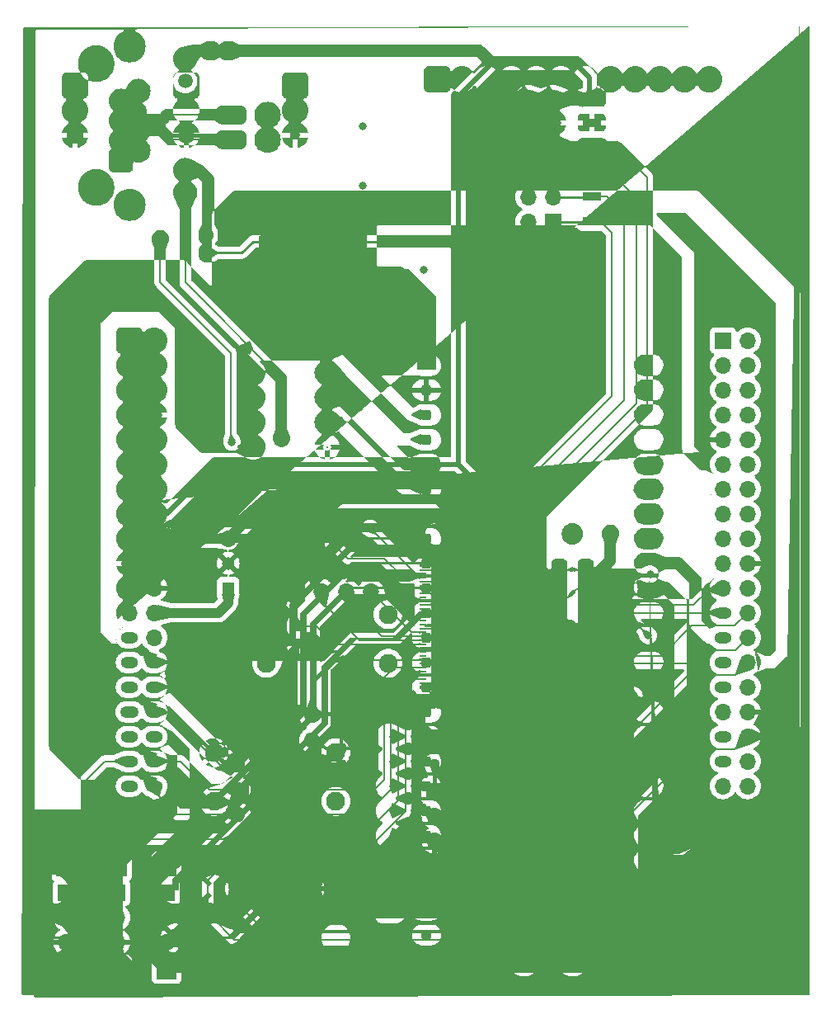
<source format=gbr>
<<<<<<< HEAD
<<<<<<< HEAD
<<<<<<< HEAD
<<<<<<< HEAD
%TF.GenerationSoftware,KiCad,Pcbnew,7.0.5*%
%TF.CreationDate,2023-10-10T13:20:49+09:00*%
%TF.ProjectId,tangnano9k_brushless_driver,74616e67-6e61-46e6-9f39-6b5f62727573,rev?*%
=======
%TF.GenerationSoftware,KiCad,Pcbnew,8.0.0*%
%TF.CreationDate,2024-04-23T01:00:26+09:00*%
%TF.ProjectId,TangPrimer25K_brushless,54616e67-5072-4696-9d65-7232354b5f62,rev?*%
>>>>>>> parent of b09ad77 (0423)
=======
%TF.GenerationSoftware,KiCad,Pcbnew,8.0.0*%
%TF.CreationDate,2024-04-23T01:00:26+09:00*%
%TF.ProjectId,TangPrimer25K_brushless,54616e67-5072-4696-9d65-7232354b5f62,rev?*%
>>>>>>> parent of b09ad77 (0423)
=======
%TF.GenerationSoftware,KiCad,Pcbnew,8.0.0*%
%TF.CreationDate,2024-04-23T01:00:26+09:00*%
%TF.ProjectId,TangPrimer25K_brushless,54616e67-5072-4696-9d65-7232354b5f62,rev?*%
>>>>>>> parent of 736fd3d (Revert "0423")
=======
%TF.GenerationSoftware,KiCad,Pcbnew,8.0.0*%
%TF.CreationDate,2024-04-23T01:00:26+09:00*%
%TF.ProjectId,TangPrimer25K_brushless,54616e67-5072-4696-9d65-7232354b5f62,rev?*%
>>>>>>> parent of 736fd3d (Revert "0423")
%TF.SameCoordinates,Original*%
%TF.FileFunction,Copper,L1,Top*%
%TF.FilePolarity,Positive*%
%FSLAX46Y46*%
G04 Gerber Fmt 4.6, Leading zero omitted, Abs format (unit mm)*
<<<<<<< HEAD
<<<<<<< HEAD
<<<<<<< HEAD
<<<<<<< HEAD
G04 Created by KiCad (PCBNEW 7.0.5) date 2023-10-10 13:20:49*
=======
G04 Created by KiCad (PCBNEW 8.0.0) date 2024-04-23 01:00:26*
>>>>>>> parent of b09ad77 (0423)
=======
G04 Created by KiCad (PCBNEW 8.0.0) date 2024-04-23 01:00:26*
>>>>>>> parent of b09ad77 (0423)
=======
G04 Created by KiCad (PCBNEW 8.0.0) date 2024-04-23 01:00:26*
>>>>>>> parent of 736fd3d (Revert "0423")
=======
G04 Created by KiCad (PCBNEW 8.0.0) date 2024-04-23 01:00:26*
>>>>>>> parent of 736fd3d (Revert "0423")
%MOMM*%
%LPD*%
G01*
G04 APERTURE LIST*
G04 Aperture macros list*
%AMRoundRect*
0 Rectangle with rounded corners*
0 $1 Rounding radius*
0 $2 $3 $4 $5 $6 $7 $8 $9 X,Y pos of 4 corners*
0 Add a 4 corners polygon primitive as box body*
4,1,4,$2,$3,$4,$5,$6,$7,$8,$9,$2,$3,0*
0 Add four circle primitives for the rounded corners*
1,1,$1+$1,$2,$3*
1,1,$1+$1,$4,$5*
1,1,$1+$1,$6,$7*
1,1,$1+$1,$8,$9*
0 Add four rect primitives between the rounded corners*
20,1,$1+$1,$2,$3,$4,$5,0*
20,1,$1+$1,$4,$5,$6,$7,0*
20,1,$1+$1,$6,$7,$8,$9,0*
20,1,$1+$1,$8,$9,$2,$3,0*%
%AMFreePoly0*
4,1,6,1.000000,0.000000,0.500000,-0.750000,-0.500000,-0.750000,-0.500000,0.750000,0.500000,0.750000,1.000000,0.000000,1.000000,0.000000,$1*%
%AMFreePoly1*
4,1,6,0.500000,-0.750000,-0.650000,-0.750000,-0.150000,0.000000,-0.650000,0.750000,0.500000,0.750000,0.500000,-0.750000,0.500000,-0.750000,$1*%
G04 Aperture macros list end*
<<<<<<< HEAD
<<<<<<< HEAD
<<<<<<< HEAD
<<<<<<< HEAD
%TA.AperFunction,ComponentPad*%
%ADD10R,1.700000X1.700000*%
=======
%TA.AperFunction,SMDPad,CuDef*%
%ADD10RoundRect,0.237500X-0.237500X0.250000X-0.237500X-0.250000X0.237500X-0.250000X0.237500X0.250000X0*%
>>>>>>> parent of 736fd3d (Revert "0423")
=======
%TA.AperFunction,SMDPad,CuDef*%
%ADD10RoundRect,0.237500X-0.237500X0.250000X-0.237500X-0.250000X0.237500X-0.250000X0.237500X0.250000X0*%
>>>>>>> parent of 736fd3d (Revert "0423")
%TD*%
%TA.AperFunction,ComponentPad*%
%ADD11R,1.700000X1.700000*%
%TD*%
%TA.AperFunction,ComponentPad*%
%ADD12O,1.700000X1.700000*%
%TD*%
%TA.AperFunction,SMDPad,CuDef*%
%ADD13R,2.000000X2.000000*%
%TD*%
%TA.AperFunction,SMDPad,CuDef*%
<<<<<<< HEAD
<<<<<<< HEAD
%ADD13RoundRect,0.237500X-0.237500X0.300000X-0.237500X-0.300000X0.237500X-0.300000X0.237500X0.300000X0*%
%TD*%
%TA.AperFunction,ComponentPad*%
%ADD14O,2.000000X1.200000*%
=======
=======
>>>>>>> parent of b09ad77 (0423)
%TA.AperFunction,SMDPad,CuDef*%
%ADD10RoundRect,0.237500X-0.237500X0.250000X-0.237500X-0.250000X0.237500X-0.250000X0.237500X0.250000X0*%
%TD*%
%TA.AperFunction,ComponentPad*%
%ADD11R,1.700000X1.700000*%
%TD*%
%TA.AperFunction,ComponentPad*%
%ADD12O,1.700000X1.700000*%
%TD*%
%TA.AperFunction,SMDPad,CuDef*%
%ADD13R,2.000000X2.000000*%
%TD*%
%TA.AperFunction,SMDPad,CuDef*%
%ADD14RoundRect,0.237500X-0.237500X0.300000X-0.237500X-0.300000X0.237500X-0.300000X0.237500X0.300000X0*%
<<<<<<< HEAD
>>>>>>> parent of b09ad77 (0423)
=======
>>>>>>> parent of b09ad77 (0423)
=======
%ADD14RoundRect,0.237500X-0.237500X0.300000X-0.237500X-0.300000X0.237500X-0.300000X0.237500X0.300000X0*%
>>>>>>> parent of 736fd3d (Revert "0423")
=======
%ADD14RoundRect,0.237500X-0.237500X0.300000X-0.237500X-0.300000X0.237500X-0.300000X0.237500X0.300000X0*%
>>>>>>> parent of 736fd3d (Revert "0423")
%TD*%
%TA.AperFunction,ComponentPad*%
%ADD15R,1.305000X1.305000*%
%TD*%
%TA.AperFunction,ComponentPad*%
%ADD16C,1.305000*%
%TD*%
%TA.AperFunction,ComponentPad*%
%ADD17C,1.950000*%
%TD*%
<<<<<<< HEAD
<<<<<<< HEAD
<<<<<<< HEAD
<<<<<<< HEAD
%TA.AperFunction,ComponentPad*%
%ADD18O,1.800000X1.200000*%
%TD*%
%TA.AperFunction,ComponentPad*%
%ADD19O,1.900000X1.200000*%
%TD*%
%TA.AperFunction,ComponentPad*%
%ADD20R,1.600000X1.600000*%
%TD*%
%TA.AperFunction,ComponentPad*%
%ADD21O,1.600000X1.600000*%
=======
%TA.AperFunction,WasherPad*%
%ADD18O,1.700000X1.700000*%
>>>>>>> parent of 736fd3d (Revert "0423")
=======
%TA.AperFunction,WasherPad*%
%ADD18O,1.700000X1.700000*%
>>>>>>> parent of 736fd3d (Revert "0423")
%TD*%
%TA.AperFunction,SMDPad,CuDef*%
%ADD19R,1.901657X0.900810*%
%TD*%
%TA.AperFunction,SMDPad,CuDef*%
%ADD20R,1.906800X0.900000*%
%TD*%
%TA.AperFunction,SMDPad,CuDef*%
%ADD21R,1.906800X0.892852*%
%TD*%
%TA.AperFunction,SMDPad,CuDef*%
%ADD22R,1.905953X0.900000*%
%TD*%
%TA.AperFunction,SMDPad,CuDef*%
%ADD23R,1.913575X0.838992*%
%TD*%
%TA.AperFunction,SMDPad,CuDef*%
%ADD24R,1.913575X0.889792*%
%TD*%
%TA.AperFunction,SMDPad,CuDef*%
%ADD25R,2.006800X0.894800*%
%TD*%
%TA.AperFunction,SMDPad,CuDef*%
%ADD26R,2.006800X0.900000*%
%TD*%
%TA.AperFunction,SMDPad,CuDef*%
%ADD27R,0.660000X0.230000*%
%TD*%
%TA.AperFunction,SMDPad,CuDef*%
%ADD28R,0.660000X0.350000*%
%TD*%
%TA.AperFunction,ComponentPad*%
%ADD29R,1.500000X1.500000*%
%TD*%
%TA.AperFunction,ComponentPad*%
%ADD30C,1.500000*%
%TD*%
%TA.AperFunction,ComponentPad*%
%ADD31C,2.300000*%
%TD*%
%TA.AperFunction,SMDPad,CuDef*%
%ADD32RoundRect,0.237500X-0.250000X-0.237500X0.250000X-0.237500X0.250000X0.237500X-0.250000X0.237500X0*%
%TD*%
%TA.AperFunction,SMDPad,CuDef*%
%ADD33RoundRect,0.237500X0.237500X-0.250000X0.237500X0.250000X-0.237500X0.250000X-0.237500X-0.250000X0*%
%TD*%
%TA.AperFunction,ComponentPad*%
%ADD34O,1.800000X1.200000*%
%TD*%
%TA.AperFunction,ComponentPad*%
%ADD35O,1.900000X1.200000*%
%TD*%
%TA.AperFunction,ComponentPad*%
%ADD36R,1.600000X1.600000*%
%TD*%
%TA.AperFunction,ComponentPad*%
%ADD37O,1.600000X1.600000*%
%TD*%
%TA.AperFunction,SMDPad,CuDef*%
%ADD38RoundRect,0.237500X0.250000X0.237500X-0.250000X0.237500X-0.250000X-0.237500X0.250000X-0.237500X0*%
%TD*%
%TA.AperFunction,SMDPad,CuDef*%
%ADD39FreePoly0,90.000000*%
%TD*%
%TA.AperFunction,SMDPad,CuDef*%
%ADD40FreePoly1,90.000000*%
%TD*%
%TA.AperFunction,ViaPad*%
%ADD41C,0.800000*%
%TD*%
%TA.AperFunction,ViaPad*%
%ADD42C,0.500000*%
%TD*%
%TA.AperFunction,Conductor*%
%ADD43C,0.200000*%
%TD*%
%TA.AperFunction,Conductor*%
%ADD44C,0.250000*%
%TD*%
%TA.AperFunction,Conductor*%
%ADD45C,0.500000*%
%TD*%
%TA.AperFunction,Conductor*%
%ADD46C,0.400000*%
%TD*%
%TA.AperFunction,Conductor*%
%ADD47C,1.000000*%
%TD*%
%TA.AperFunction,Conductor*%
%ADD48C,0.300000*%
%TD*%
%TA.AperFunction,Conductor*%
%ADD49C,0.600000*%
%TD*%
G04 APERTURE END LIST*
D10*
%TO.P,R1,1*%
%TO.N,VDD_3V3*%
X153670000Y-125171200D03*
%TO.P,R1,2*%
%TO.N,Net-(JP1-A)*%
X153670000Y-126996200D03*
%TD*%
D11*
%TO.P,J5,1,Pin_1*%
%TO.N,Net-(J5-Pin_1)*%
X160909000Y-133096000D03*
D12*
%TO.P,J5,2,Pin_2*%
%TO.N,/E8_READY*%
X160909000Y-135636000D03*
%TO.P,J5,3,Pin_3*%
%TO.N,GND*%
X160909000Y-138176000D03*
%TD*%
D13*
%TO.P,REF\u002A\u002A,1*%
%TO.N,N/C*%
X123063000Y-140843000D03*
%TD*%
D14*
%TO.P,C1,1*%
%TO.N,Net-(JP1-A)*%
X151282400Y-128728300D03*
%TO.P,C1,2*%
%TO.N,GND*%
<<<<<<< HEAD
<<<<<<< HEAD
X160063100Y-91948000D03*
%TO.P,U1,27,32/IOB15B/RGB_TOUCH_XR*%
%TO.N,Net-(U1-32{slash}IOB15B{slash}RGB_TOUCH_XR)*%
X160063100Y-94488000D03*
%TO.P,U1,28,31/IOB15A/RGB_TOUCH_YD*%
%TO.N,Net-(U1-31{slash}IOB15A{slash}RGB_TOUCH_YD)*%
X160063100Y-97028000D03*
%TO.P,U1,29,49/IOR24A/SPILCD_RS*%
%TO.N,/Din*%
X160063100Y-99568000D03*
%TO.P,U1,30,48/IOR24B/SPILCD_CS*%
%TO.N,/CS{slash}SHDN*%
X160063100Y-102108000D03*
%TO.P,U1,31,5V*%
%TO.N,/5V*%
X160063100Y-104648000D03*
%TO.P,U1,32,70/IOT41B/RGB_G2/HDMI_C0N*%
%TO.N,Net-(S4-NO_1)*%
X160063100Y-107188000D03*
%TO.P,U1,33,71/IOT41A/RGB_R7/HDMI_D0P*%
%TO.N,Net-(S3-NO_1)*%
X160063100Y-109728000D03*
%TO.P,U1,34,72/IOT39B/RGB_R6/HDMI_D1N*%
%TO.N,Net-(S2-NO_1)*%
X160063100Y-112268000D03*
%TO.P,U1,35,73/IOT39A/RGB_R5/HDMI_D1P*%
%TO.N,Net-(S1-NO_1)*%
X160063100Y-114808000D03*
%TO.P,U1,36,74/IOT38B/RGB_R4/HDMI_D2N*%
%TO.N,unconnected-(U1-74{slash}IOT38B{slash}RGB_R4{slash}HDMI_D2N-Pad36)*%
X160063100Y-117348000D03*
%TO.P,U1,37,75/IOT38A/RGB_R3/HDMI_D2P*%
%TO.N,/SW3*%
X160063100Y-119888000D03*
%TO.P,U1,38,76/IOT37B/SPILCD_CK*%
%TO.N,Net-(SW2-B)*%
X160063100Y-122428000D03*
%TO.P,U1,39,77/IOT37A/SPILCD_MO*%
%TO.N,Net-(SW1-B)*%
X160063100Y-124968000D03*
%TO.P,U1,40,79/IOT12B*%
%TO.N,Net-(J2-Pin_8)*%
X160063100Y-127508000D03*
%TO.P,U1,41,80/IOT12A*%
%TO.N,Net-(J2-Pin_7)*%
X160063100Y-130048000D03*
%TO.P,U1,42,81/IOT11B*%
%TO.N,Net-(J2-Pin_6)*%
X160063100Y-132588000D03*
%TO.P,U1,43,82/IOT11A*%
%TO.N,Net-(J2-Pin_5)*%
X160063100Y-135128000D03*
%TO.P,U1,44,83/IOT10B*%
%TO.N,Net-(J2-Pin_4)*%
X160063100Y-137668000D03*
%TO.P,U1,45,84/IOT10A*%
%TO.N,Net-(J2-Pin_3)*%
X160063100Y-140208000D03*
%TO.P,U1,46,85/IOT8B*%
%TO.N,Net-(J2-Pin_2)*%
X160063100Y-142748000D03*
%TO.P,U1,47,86/IOT8A/RGB_BL*%
%TO.N,Net-(J2-Pin_1)*%
X160063100Y-145288000D03*
%TO.P,U1,48,63/IOR5A/RGB_TOUCH_XL*%
%TO.N,/H_U*%
X160063100Y-147828000D03*
=======
=======
>>>>>>> parent of b09ad77 (0423)
%TA.AperFunction,WasherPad*%
%ADD18O,1.700000X1.700000*%
%TD*%
%TA.AperFunction,SMDPad,CuDef*%
%ADD19R,1.901657X0.900810*%
%TD*%
%TA.AperFunction,SMDPad,CuDef*%
%ADD20R,1.906800X0.900000*%
%TD*%
%TA.AperFunction,SMDPad,CuDef*%
%ADD21R,1.906800X0.892852*%
%TD*%
%TA.AperFunction,SMDPad,CuDef*%
%ADD22R,1.905953X0.900000*%
%TD*%
%TA.AperFunction,SMDPad,CuDef*%
%ADD23R,1.913575X0.838992*%
%TD*%
%TA.AperFunction,SMDPad,CuDef*%
%ADD24R,1.913575X0.889792*%
%TD*%
%TA.AperFunction,SMDPad,CuDef*%
%ADD25R,2.006800X0.894800*%
%TD*%
%TA.AperFunction,SMDPad,CuDef*%
%ADD26R,2.006800X0.900000*%
%TD*%
%TA.AperFunction,SMDPad,CuDef*%
%ADD27R,0.660000X0.230000*%
%TD*%
%TA.AperFunction,SMDPad,CuDef*%
%ADD28R,0.660000X0.350000*%
%TD*%
%TA.AperFunction,ComponentPad*%
%ADD29R,1.500000X1.500000*%
%TD*%
%TA.AperFunction,ComponentPad*%
%ADD30C,1.500000*%
%TD*%
%TA.AperFunction,ComponentPad*%
%ADD31C,2.300000*%
%TD*%
%TA.AperFunction,SMDPad,CuDef*%
%ADD32RoundRect,0.237500X-0.250000X-0.237500X0.250000X-0.237500X0.250000X0.237500X-0.250000X0.237500X0*%
%TD*%
%TA.AperFunction,SMDPad,CuDef*%
%ADD33RoundRect,0.237500X0.237500X-0.250000X0.237500X0.250000X-0.237500X0.250000X-0.237500X-0.250000X0*%
%TD*%
%TA.AperFunction,ComponentPad*%
%ADD34O,1.800000X1.200000*%
%TD*%
%TA.AperFunction,ComponentPad*%
%ADD35O,1.900000X1.200000*%
%TD*%
%TA.AperFunction,ComponentPad*%
%ADD36R,1.600000X1.600000*%
%TD*%
%TA.AperFunction,ComponentPad*%
%ADD37O,1.600000X1.600000*%
%TD*%
%TA.AperFunction,SMDPad,CuDef*%
%ADD38RoundRect,0.237500X0.250000X0.237500X-0.250000X0.237500X-0.250000X-0.237500X0.250000X-0.237500X0*%
%TD*%
%TA.AperFunction,SMDPad,CuDef*%
%ADD39FreePoly0,90.000000*%
%TD*%
%TA.AperFunction,SMDPad,CuDef*%
%ADD40FreePoly1,90.000000*%
%TD*%
%TA.AperFunction,ViaPad*%
%ADD41C,0.800000*%
%TD*%
%TA.AperFunction,ViaPad*%
%ADD42C,0.500000*%
%TD*%
%TA.AperFunction,Conductor*%
%ADD43C,0.200000*%
%TD*%
%TA.AperFunction,Conductor*%
%ADD44C,0.250000*%
%TD*%
%TA.AperFunction,Conductor*%
%ADD45C,0.500000*%
%TD*%
%TA.AperFunction,Conductor*%
%ADD46C,0.400000*%
%TD*%
%TA.AperFunction,Conductor*%
%ADD47C,1.000000*%
%TD*%
%TA.AperFunction,Conductor*%
%ADD48C,0.300000*%
%TD*%
%TA.AperFunction,Conductor*%
%ADD49C,0.600000*%
%TD*%
G04 APERTURE END LIST*
D10*
%TO.P,R1,1*%
%TO.N,VDD_3V3*%
X153670000Y-125171200D03*
%TO.P,R1,2*%
%TO.N,Net-(JP1-A)*%
X153670000Y-126996200D03*
%TD*%
D11*
%TO.P,J5,1,Pin_1*%
%TO.N,Net-(J5-Pin_1)*%
X160909000Y-133096000D03*
D12*
%TO.P,J5,2,Pin_2*%
%TO.N,/E8_READY*%
X160909000Y-135636000D03*
%TO.P,J5,3,Pin_3*%
%TO.N,GND*%
X160909000Y-138176000D03*
%TD*%
D13*
%TO.P,REF\u002A\u002A,1*%
%TO.N,N/C*%
X123063000Y-140843000D03*
%TD*%
D14*
%TO.P,C1,1*%
%TO.N,Net-(JP1-A)*%
X151282400Y-128728300D03*
%TO.P,C1,2*%
%TO.N,GND*%
=======
>>>>>>> parent of 736fd3d (Revert "0423")
=======
>>>>>>> parent of 736fd3d (Revert "0423")
X151282400Y-130453300D03*
%TD*%
D13*
%TO.P,REF\u002A\u002A,1*%
%TO.N,N/C*%
X128270000Y-140843000D03*
<<<<<<< HEAD
<<<<<<< HEAD
<<<<<<< HEAD
>>>>>>> parent of b09ad77 (0423)
=======
>>>>>>> parent of b09ad77 (0423)
=======
>>>>>>> parent of 736fd3d (Revert "0423")
=======
>>>>>>> parent of 736fd3d (Revert "0423")
%TD*%
D15*
%TO.P,PS1,1,VIN*%
%TO.N,/VIN12*%
X139700000Y-112268000D03*
D16*
%TO.P,PS1,2,GND*%
%TO.N,GND*%
X139700000Y-109728000D03*
%TO.P,PS1,3,VOUT*%
<<<<<<< HEAD
<<<<<<< HEAD
<<<<<<< HEAD
<<<<<<< HEAD
%TO.N,/5V*%
=======
%TO.N,/VDD_5V*%
>>>>>>> parent of 736fd3d (Revert "0423")
=======
%TO.N,/VDD_5V*%
>>>>>>> parent of 736fd3d (Revert "0423")
X139700000Y-107188000D03*
%TD*%
D17*
%TO.P,S1,1,COM_1*%
%TO.N,GND*%
X175093000Y-138149000D03*
%TO.P,S1,2,COM_2*%
%TO.N,unconnected-(S1-COM_2-Pad2)*%
X175093000Y-150649000D03*
%TO.P,S1,3,NO_1*%
%TO.N,/H5_IOT61A*%
X170093000Y-138149000D03*
%TO.P,S1,4,NO_2*%
%TO.N,unconnected-(S1-NO_2-Pad4)*%
X170093000Y-150649000D03*
%TD*%
D18*
%TO.P,U1,*%
%TO.N,*%
X143733449Y-66271425D03*
X143733449Y-63731425D03*
D12*
%TO.P,U1,1,NC*%
%TO.N,unconnected-(U1-NC-Pad1)*%
X170533449Y-74681425D03*
%TO.P,U1,2,NC*%
%TO.N,unconnected-(U1-NC-Pad2)*%
X170533449Y-72141425D03*
%TO.P,U1,3,NC*%
%TO.N,unconnected-(U1-NC-Pad3)*%
X170533449Y-69601425D03*
%TO.P,U1,4,NC*%
%TO.N,unconnected-(U1-NC-Pad4)*%
X170533449Y-67061425D03*
%TO.P,U1,5,GND*%
%TO.N,GND*%
X170533449Y-64521425D03*
%TO.P,U1,6,Vcc*%
%TO.N,VDD_3V3*%
X170533449Y-61981425D03*
D19*
%TO.P,U1,7,WS2812B*%
%TO.N,/G11_IOT7A*%
X177039420Y-74659030D03*
D11*
X173073449Y-74681425D03*
D20*
%TO.P,U1,8,S*%
%TO.N,/D11_IOL9A*%
X177036849Y-72113886D03*
D12*
X173073449Y-72141425D03*
D21*
%TO.P,U1,9,TxD*%
%TO.N,/C11_IOL5A*%
X177036849Y-69575051D03*
D12*
X173073449Y-69601425D03*
D22*
%TO.P,U1,10,RxD*%
%TO.N,/B11_IOL12A*%
X177037272Y-67031425D03*
D12*
X173073449Y-67061425D03*
D23*
%TO.P,U1,11,GND*%
%TO.N,GND*%
X177033461Y-64518921D03*
D12*
X173073449Y-64521425D03*
D24*
%TO.P,U1,12,Vcc*%
%TO.N,VDD_3V3*%
X177033461Y-61953521D03*
D12*
X173073449Y-61981425D03*
D25*
%TO.P,U1,13,CAN_H*%
%TO.N,Net-(U1-CAN_H)*%
X140030049Y-66274025D03*
D26*
%TO.P,U1,14,CAN_L*%
%TO.N,Net-(U1-CAN_L)*%
X140030049Y-63731425D03*
%TD*%
D11*
%TO.P,SW2,1,A*%
%TO.N,VDD_3V3*%
X128270000Y-143525000D03*
D12*
%TO.P,SW2,2,B*%
%TO.N,/J8_IOT56A_40P*%
X128270000Y-146065000D03*
%TO.P,SW2,3,C*%
%TO.N,GND*%
<<<<<<< HEAD
<<<<<<< HEAD
X135382000Y-65786000D03*
=======
=======
>>>>>>> parent of b09ad77 (0423)
%TO.N,/VDD_5V*%
X139700000Y-107188000D03*
%TD*%
D17*
%TO.P,S1,1,COM_1*%
%TO.N,GND*%
X175093000Y-138149000D03*
%TO.P,S1,2,COM_2*%
%TO.N,unconnected-(S1-COM_2-Pad2)*%
X175093000Y-150649000D03*
%TO.P,S1,3,NO_1*%
%TO.N,/H5_IOT61A*%
X170093000Y-138149000D03*
%TO.P,S1,4,NO_2*%
%TO.N,unconnected-(S1-NO_2-Pad4)*%
X170093000Y-150649000D03*
%TD*%
D18*
%TO.P,U1,*%
%TO.N,*%
X143733449Y-66271425D03*
X143733449Y-63731425D03*
D12*
%TO.P,U1,1,NC*%
%TO.N,unconnected-(U1-NC-Pad1)*%
X170533449Y-74681425D03*
%TO.P,U1,2,NC*%
%TO.N,unconnected-(U1-NC-Pad2)*%
X170533449Y-72141425D03*
%TO.P,U1,3,NC*%
%TO.N,unconnected-(U1-NC-Pad3)*%
X170533449Y-69601425D03*
%TO.P,U1,4,NC*%
%TO.N,unconnected-(U1-NC-Pad4)*%
X170533449Y-67061425D03*
%TO.P,U1,5,GND*%
%TO.N,GND*%
X170533449Y-64521425D03*
%TO.P,U1,6,Vcc*%
%TO.N,VDD_3V3*%
X170533449Y-61981425D03*
D19*
%TO.P,U1,7,WS2812B*%
%TO.N,/G11_IOT7A*%
X177039420Y-74659030D03*
D11*
X173073449Y-74681425D03*
D20*
%TO.P,U1,8,S*%
%TO.N,/D11_IOL9A*%
X177036849Y-72113886D03*
D12*
X173073449Y-72141425D03*
D21*
%TO.P,U1,9,TxD*%
%TO.N,/C11_IOL5A*%
X177036849Y-69575051D03*
D12*
X173073449Y-69601425D03*
D22*
%TO.P,U1,10,RxD*%
%TO.N,/B11_IOL12A*%
X177037272Y-67031425D03*
D12*
X173073449Y-67061425D03*
D23*
%TO.P,U1,11,GND*%
%TO.N,GND*%
X177033461Y-64518921D03*
D12*
X173073449Y-64521425D03*
D24*
%TO.P,U1,12,Vcc*%
%TO.N,VDD_3V3*%
X177033461Y-61953521D03*
D12*
X173073449Y-61981425D03*
D25*
%TO.P,U1,13,CAN_H*%
%TO.N,Net-(U1-CAN_H)*%
X140030049Y-66274025D03*
D26*
%TO.P,U1,14,CAN_L*%
%TO.N,Net-(U1-CAN_L)*%
X140030049Y-63731425D03*
%TD*%
D11*
%TO.P,SW2,1,A*%
%TO.N,VDD_3V3*%
X128270000Y-143525000D03*
D12*
%TO.P,SW2,2,B*%
%TO.N,/J8_IOT56A_40P*%
X128270000Y-146065000D03*
%TO.P,SW2,3,C*%
%TO.N,GND*%
=======
>>>>>>> parent of 736fd3d (Revert "0423")
=======
>>>>>>> parent of 736fd3d (Revert "0423")
X128270000Y-148605000D03*
%TD*%
D10*
%TO.P,R5,1*%
%TO.N,/C1_JTAG_TCK*%
X146710400Y-116181500D03*
%TO.P,R5,2*%
%TO.N,GND*%
X146710400Y-118006500D03*
%TD*%
D27*
%TO.P,J2,1,1*%
%TO.N,GND*%
X159692600Y-122020800D03*
%TO.P,J2,2,2*%
%TO.N,VDD_3V3*%
X162402600Y-122020800D03*
%TO.P,J2,3,3*%
%TO.N,/B2_IOB4A_40P*%
X159692600Y-121620800D03*
%TO.P,J2,4,4*%
%TO.N,VDD_3V3*%
X162402600Y-121620800D03*
%TO.P,J2,5,5*%
%TO.N,/C2_IOB4B_40P*%
X159692600Y-121220800D03*
%TO.P,J2,6,6*%
%TO.N,/DIRECTION*%
X162402600Y-121220800D03*
%TO.P,J2,7,7*%
%TO.N,/F2_IOB26A_40P*%
X159692600Y-120820800D03*
%TO.P,J2,8,8*%
%TO.N,/L1_IOR18B_40P*%
X162402600Y-120820800D03*
%TO.P,J2,9,9*%
%TO.N,/F1_IOB26B_40P*%
X159692600Y-120420800D03*
%TO.P,J2,10,10*%
%TO.N,/K1_IOR20A_40P*%
X162402600Y-120420800D03*
%TO.P,J2,11,11*%
%TO.N,/A1_IOB24A_40P*%
X159692600Y-120020800D03*
%TO.P,J2,12,12*%
%TO.N,/K2_IOR20B_40P*%
X162402600Y-120020800D03*
%TO.P,J2,13,13*%
%TO.N,/D8_RECONFIG*%
X159692600Y-119620800D03*
%TO.P,J2,14,14*%
%TO.N,/J4_IOR22A_40P*%
X162402600Y-119620800D03*
%TO.P,J2,15,15*%
%TO.N,/E1_IOB12B_40P*%
X159692600Y-119220800D03*
%TO.P,J2,16,16*%
%TO.N,/K4_IOR22B_40P*%
X162402600Y-119220800D03*
%TO.P,J2,17,17*%
%TO.N,/D1_IOB14B_40P*%
X159692600Y-118820800D03*
%TO.P,J2,18,18*%
%TO.N,/G2_IOR24A_40P*%
X162402600Y-118820800D03*
%TO.P,J2,19,19*%
%TO.N,GND*%
X159692600Y-118420800D03*
%TO.P,J2,20,20*%
%TO.N,/G1_IOR24B_40P*%
X162402600Y-118420800D03*
%TO.P,J2,21,21*%
%TO.N,/C1_JTAG_TCK*%
X159692600Y-118020800D03*
%TO.P,J2,22,22*%
%TO.N,/L4_IOR31A_40P*%
X162402600Y-118020800D03*
%TO.P,J2,23,23*%
%TO.N,/B1_JTAG_TMS*%
X159692600Y-117620800D03*
%TO.P,J2,24,24*%
%TO.N,/L3_IOR31B_40P*%
X162402600Y-117620800D03*
%TO.P,J2,25,25*%
%TO.N,/A2_JTAG_TDO*%
X159692600Y-117220800D03*
%TO.P,J2,26,26*%
%TO.N,/J1_IOR33A_40P*%
X162402600Y-117220800D03*
%TO.P,J2,27,27*%
%TO.N,/A3_JTAG_TDI*%
X159692600Y-116820800D03*
%TO.P,J2,28,28*%
%TO.N,/J2_IOR33B_40P*%
X162402600Y-116820800D03*
%TO.P,J2,29,29*%
%TO.N,GND*%
X159692600Y-116420800D03*
%TO.P,J2,30,30*%
%TO.N,/G4_IOB89A_40P*%
X162402600Y-116420800D03*
%TO.P,J2,31,31*%
%TO.N,/M0_D3_P*%
X159692600Y-116020800D03*
%TO.P,J2,32,32*%
%TO.N,/H4_IOB89B_40P*%
X162402600Y-116020800D03*
%TO.P,J2,33,33*%
%TO.N,/M0_D3_N*%
X159692600Y-115620800D03*
%TO.P,J2,34,34*%
%TO.N,/H1_IOB91A_40P*%
X162402600Y-115620800D03*
%TO.P,J2,35,35*%
%TO.N,GND*%
X159692600Y-115220800D03*
%TO.P,J2,36,36*%
%TO.N,/H2_IOB91B_40P*%
X162402600Y-115220800D03*
%TO.P,J2,37,37*%
%TO.N,/M0_D2_P*%
X159692600Y-114820800D03*
%TO.P,J2,38,38*%
%TO.N,/VDD_1V8*%
X162402600Y-114820800D03*
%TO.P,J2,39,39*%
%TO.N,/M0_D2_N*%
X159692600Y-114420800D03*
%TO.P,J2,40,40*%
%TO.N,/VDD_1V8*%
X162402600Y-114420800D03*
%TO.P,J2,41,41*%
%TO.N,GND*%
X159692600Y-114020800D03*
%TO.P,J2,42,42*%
%TO.N,/VDD_2V5*%
X162402600Y-114020800D03*
%TO.P,J2,43,43*%
%TO.N,/M0_CK_P*%
X159692600Y-113620800D03*
%TO.P,J2,44,44*%
%TO.N,/VDD_2V5*%
X162402600Y-113620800D03*
%TO.P,J2,45,45*%
%TO.N,/M0_CK_N*%
X159692600Y-113220800D03*
%TO.P,J2,46,46*%
%TO.N,VDD_3V3*%
X162402600Y-113220800D03*
%TO.P,J2,47,47*%
%TO.N,GND*%
X159692600Y-112820800D03*
%TO.P,J2,48,48*%
%TO.N,VDD_3V3*%
X162402600Y-112820800D03*
%TO.P,J2,49,49*%
%TO.N,/M0_D1_P*%
X159692600Y-112420800D03*
%TO.P,J2,50,50*%
%TO.N,VDD_3V3*%
X162402600Y-112420800D03*
%TO.P,J2,51,51*%
%TO.N,/M0_D1_N*%
X159692600Y-112020800D03*
%TO.P,J2,52,52*%
%TO.N,/VDD_5V*%
X162402600Y-112020800D03*
%TO.P,J2,53,53*%
%TO.N,GND*%
X159692600Y-111620800D03*
%TO.P,J2,54,54*%
%TO.N,/VDD_5V*%
X162402600Y-111620800D03*
%TO.P,J2,55,55*%
%TO.N,/M0_D0_P*%
X159692600Y-111220800D03*
%TO.P,J2,56,56*%
%TO.N,/VDD_5V*%
X162402600Y-111220800D03*
%TO.P,J2,57,57*%
%TO.N,/M0_D0_N*%
X159692600Y-110820800D03*
%TO.P,J2,58,58*%
%TO.N,/VDD_5V*%
X162402600Y-110820800D03*
%TO.P,J2,59,59*%
%TO.N,GND*%
X159692600Y-110420800D03*
%TO.P,J2,60,60*%
%TO.N,/VDD_5V*%
X162402600Y-110420800D03*
D28*
%TO.P,J2,61*%
%TO.N,N/C*%
X159692600Y-122495800D03*
%TO.P,J2,62*%
X162402600Y-122495800D03*
%TO.P,J2,63*%
X159692600Y-109945800D03*
%TO.P,J2,64*%
X162402600Y-109945800D03*
%TD*%
D29*
%TO.P,J4,1*%
%TO.N,unconnected-(J4-Pad1)*%
X128676400Y-68376800D03*
D30*
%TO.P,J4,2*%
%TO.N,unconnected-(J4-Pad2)*%
X130456400Y-67360800D03*
%TO.P,J4,3*%
%TO.N,unconnected-(J4-Pad3)*%
X128676400Y-66344800D03*
%TO.P,J4,4*%
%TO.N,Net-(U1-CAN_H)*%
X130456400Y-65328800D03*
%TO.P,J4,5*%
%TO.N,Net-(U1-CAN_L)*%
X128676400Y-64312800D03*
%TO.P,J4,7*%
%TO.N,unconnected-(J4-Pad7)*%
X128676400Y-62280800D03*
%TO.P,J4,8*%
%TO.N,unconnected-(J4-Pad8)*%
X130456400Y-61264800D03*
%TO.P,J4,9*%
%TO.N,/M0_D0_N*%
X135276400Y-71676800D03*
%TO.P,J4,10*%
%TO.N,Net-(J4-Pad10)*%
X135276400Y-69386800D03*
%TO.P,J4,11*%
%TO.N,/M0_D0_P*%
X135276400Y-60246800D03*
%TO.P,J4,12*%
%TO.N,Net-(J4-Pad12)*%
X135276400Y-57956800D03*
D31*
%TO.P,J4,SH*%
%TO.N,unconnected-(J4-PadSH)*%
X129566400Y-72946800D03*
%TO.N,unconnected-(J4-PadSH)_0*%
X129566400Y-56686800D03*
%TD*%
D11*
%TO.P,SW3,1,A*%
%TO.N,VDD_3V3*%
X133350000Y-143525000D03*
D12*
%TO.P,SW3,2,B*%
%TO.N,/F7_IOT58A_40P*%
X133350000Y-146065000D03*
%TO.P,SW3,3,C*%
%TO.N,GND*%
X133350000Y-148605000D03*
%TD*%
D32*
%TO.P,R3,1*%
%TO.N,VDD_3V3*%
X151868500Y-119634000D03*
%TO.P,R3,2*%
%TO.N,/D8_RECONFIG*%
X153693500Y-119634000D03*
%TD*%
D33*
%TO.P,R6,1*%
%TO.N,VDD_3V3*%
X137668000Y-77874500D03*
%TO.P,R6,2*%
%TO.N,Net-(J4-Pad10)*%
X137668000Y-76049500D03*
%TD*%
D11*
%TO.P,J3,1,Pin_1*%
%TO.N,unconnected-(J3-Pin_1-Pad1)*%
X129540000Y-86868000D03*
D12*
%TO.P,J3,2,Pin_2*%
%TO.N,unconnected-(J3-Pin_2-Pad2)*%
X132080000Y-86868000D03*
%TO.P,J3,3,Pin_3*%
%TO.N,unconnected-(J3-Pin_3-Pad3)*%
X129540000Y-89408000D03*
%TO.P,J3,4,Pin_4*%
%TO.N,unconnected-(J3-Pin_4-Pad4)*%
X132080000Y-89408000D03*
%TO.P,J3,5,Pin_5*%
%TO.N,unconnected-(J3-Pin_5-Pad5)*%
X129540000Y-91948000D03*
%TO.P,J3,6,Pin_6*%
%TO.N,unconnected-(J3-Pin_6-Pad6)*%
X132080000Y-91948000D03*
%TO.P,J3,7,Pin_7*%
%TO.N,unconnected-(J3-Pin_7-Pad7)*%
X129540000Y-94488000D03*
%TO.P,J3,8,Pin_8*%
%TO.N,GND*%
X132080000Y-94488000D03*
%TO.P,J3,9,Pin_9*%
%TO.N,unconnected-(J3-Pin_9-Pad9)*%
X129540000Y-97028000D03*
%TO.P,J3,10,Pin_10*%
%TO.N,unconnected-(J3-Pin_10-Pad10)*%
X132080000Y-97028000D03*
%TO.P,J3,11,Pin_11*%
%TO.N,unconnected-(J3-Pin_11-Pad11)*%
X129540000Y-99568000D03*
%TO.P,J3,12,Pin_12*%
%TO.N,unconnected-(J3-Pin_12-Pad12)*%
X132080000Y-99568000D03*
%TO.P,J3,13,Pin_13*%
%TO.N,unconnected-(J3-Pin_13-Pad13)*%
X129540000Y-102108000D03*
%TO.P,J3,14,Pin_14*%
%TO.N,unconnected-(J3-Pin_14-Pad14)*%
X132080000Y-102108000D03*
%TO.P,J3,15,Pin_15*%
%TO.N,unconnected-(J3-Pin_15-Pad15)*%
X129540000Y-104648000D03*
%TO.P,J3,16,Pin_16*%
%TO.N,VDD_3V3*%
X132080000Y-104648000D03*
%TO.P,J3,17,Pin_17*%
%TO.N,/A11_IOL14A*%
X129540000Y-107188000D03*
%TO.P,J3,18,Pin_18*%
%TO.N,/VDD_5V*%
X132080000Y-107188000D03*
%TO.P,J3,19,Pin_19*%
%TO.N,GND*%
X129540000Y-109728000D03*
%TO.P,J3,20,Pin_20*%
X132080000Y-109728000D03*
%TO.P,J3,21,Pin_21*%
%TO.N,unconnected-(J3-Pin_21-Pad21)*%
X129540000Y-112268000D03*
%TO.P,J3,22,Pin_22*%
%TO.N,GND*%
X132080000Y-112268000D03*
%TO.P,J3,23,Pin_23*%
%TO.N,unconnected-(J3-Pin_23-Pad23)*%
X129540000Y-114808000D03*
%TO.P,J3,24,Pin_24*%
%TO.N,/VIN12*%
X132080000Y-114808000D03*
D34*
%TO.P,J3,25,Pin_25*%
%TO.N,unconnected-(J3-Pin_25-Pad25)*%
X129540000Y-117348000D03*
D12*
%TO.P,J3,26,Pin_26*%
%TO.N,unconnected-(J3-Pin_26-Pad26)*%
X132080000Y-117348000D03*
D34*
%TO.P,J3,27,Pin_27*%
%TO.N,unconnected-(J3-Pin_27-Pad27)*%
X129540000Y-119888000D03*
%TO.P,J3,28,Pin_28*%
%TO.N,/C7-28*%
X132080000Y-119888000D03*
%TO.P,J3,29,Pin_29*%
%TO.N,unconnected-(J3-Pin_29-Pad29)*%
X129540000Y-122428000D03*
%TO.P,J3,30,Pin_30*%
%TO.N,/C7-30*%
X132080000Y-122428000D03*
D35*
%TO.P,J3,31,Pin_31*%
%TO.N,unconnected-(J3-Pin_31-Pad31)*%
X129540000Y-124968000D03*
D34*
%TO.P,J3,32,Pin_32*%
%TO.N,/A_IN*%
X132080000Y-124968000D03*
%TO.P,J3,33,Pin_33*%
%TO.N,unconnected-(J3-Pin_33-Pad33)*%
X129540000Y-127508000D03*
%TO.P,J3,34,Pin_34*%
%TO.N,/F5_IOT72A*%
X132080000Y-127508000D03*
%TO.P,J3,35,Pin_35*%
%TO.N,/ACCEL*%
X129540000Y-130048000D03*
%TO.P,J3,36,Pin_36*%
%TO.N,/C7-36*%
X132080000Y-130048000D03*
%TO.P,J3,37,Pin_37*%
%TO.N,/U*%
X129540000Y-132588000D03*
%TO.P,J3,38,Pin_38*%
%TO.N,/C7-38*%
X132080000Y-132588000D03*
D11*
%TO.P,J3,39,39*%
%TO.N,unconnected-(J3-Pad39)*%
X190500000Y-86868000D03*
D12*
%TO.P,J3,40,40*%
%TO.N,unconnected-(J3-Pad40)*%
X193040000Y-86868000D03*
%TO.P,J3,41,41*%
%TO.N,/DIRECTION*%
X190500000Y-89408000D03*
%TO.P,J3,42,42*%
%TO.N,unconnected-(J3-Pad42)*%
X193040000Y-89408000D03*
%TO.P,J3,43,43*%
%TO.N,unconnected-(J3-Pad43)*%
X190500000Y-91948000D03*
%TO.P,J3,44,44*%
%TO.N,unconnected-(J3-Pad44)*%
X193040000Y-91948000D03*
%TO.P,J3,45,45*%
%TO.N,unconnected-(J3-Pad45)*%
X190500000Y-94488000D03*
%TO.P,J3,46,46*%
%TO.N,unconnected-(J3-Pad46)*%
X193040000Y-94488000D03*
%TO.P,J3,47,47*%
%TO.N,GND*%
X190500000Y-97028000D03*
%TO.P,J3,48,48*%
%TO.N,unconnected-(J3-Pad48)*%
X193040000Y-97028000D03*
%TO.P,J3,49,49*%
%TO.N,/C10-11*%
X190500000Y-99568000D03*
%TO.P,J3,50,50*%
%TO.N,unconnected-(J3-Pad50)*%
X193040000Y-99568000D03*
%TO.P,J3,51,51*%
%TO.N,unconnected-(J3-Pad51)*%
X190500000Y-102108000D03*
%TO.P,J3,52,52*%
%TO.N,unconnected-(J3-Pad52)*%
X193040000Y-102108000D03*
%TO.P,J3,53,53*%
%TO.N,unconnected-(J3-Pad53)*%
X190500000Y-104648000D03*
%TO.P,J3,54,54*%
%TO.N,unconnected-(J3-Pad54)*%
X193040000Y-104648000D03*
%TO.P,J3,55,55*%
%TO.N,unconnected-(J3-Pad55)*%
X190500000Y-107188000D03*
%TO.P,J3,56,56*%
%TO.N,unconnected-(J3-Pad56)*%
X193040000Y-107188000D03*
%TO.P,J3,57,57*%
%TO.N,unconnected-(J3-Pad57)*%
X190500000Y-109728000D03*
%TO.P,J3,58,58*%
%TO.N,GND*%
X193040000Y-109728000D03*
%TO.P,J3,59,59*%
%TO.N,/HIN_S*%
X190500000Y-112268000D03*
%TO.P,J3,60,60*%
%TO.N,unconnected-(J3-Pad60)*%
X193040000Y-112268000D03*
D34*
%TO.P,J3,61,61*%
%TO.N,/HIN_R*%
X190500000Y-114808000D03*
D12*
%TO.P,J3,62,62*%
%TO.N,/G7_IOT68A*%
X193040000Y-114808000D03*
D34*
%TO.P,J3,63,63*%
%TO.N,/E11_IOL3A*%
X190500000Y-117348000D03*
D12*
%TO.P,J3,64,64*%
%TO.N,/H8_IOT66A*%
X193040000Y-117348000D03*
D34*
%TO.P,J3,65,65*%
%TO.N,unconnected-(J3-Pad65)*%
X190500000Y-119888000D03*
D12*
%TO.P,J3,66,66*%
%TO.N,/C10-28*%
X193040000Y-119888000D03*
D34*
%TO.P,J3,67,67*%
%TO.N,unconnected-(J3-Pad67)*%
X190500000Y-122428000D03*
D12*
%TO.P,J3,68,68*%
%TO.N,unconnected-(J3-Pad68)*%
X193040000Y-122428000D03*
%TO.P,J3,69,69*%
%TO.N,/H_V*%
X190500000Y-124968000D03*
%TO.P,J3,70,70*%
%TO.N,GND*%
X193040000Y-124968000D03*
D34*
%TO.P,J3,71,71*%
%TO.N,/HIN_T*%
X190500000Y-127508000D03*
D12*
%TO.P,J3,72,72*%
%TO.N,/C10-34*%
X193040000Y-127508000D03*
D34*
%TO.P,J3,73,73*%
%TO.N,unconnected-(J3-Pad73)*%
X190500000Y-130048000D03*
D12*
%TO.P,J3,74,74*%
%TO.N,unconnected-(J3-Pad74)*%
X193040000Y-130048000D03*
%TO.P,J3,75,75*%
%TO.N,unconnected-(J3-Pad75)*%
X190500000Y-132588000D03*
%TO.P,J3,76,76*%
%TO.N,unconnected-(J3-Pad76)*%
X193040000Y-132588000D03*
%TD*%
D13*
%TO.P,REF\u002A\u002A,1*%
%TO.N,N/C*%
X133350000Y-140843000D03*
%TD*%
D36*
%TO.P,U2,1,CH0*%
%TO.N,/C7-28*%
X140675200Y-125338600D03*
D37*
%TO.P,U2,2,CH1*%
%TO.N,/C7-30*%
X140675200Y-127878600D03*
%TO.P,U2,3,CH2*%
%TO.N,/A_IN*%
X140675200Y-130418600D03*
%TO.P,U2,4,CH3*%
%TO.N,/C7-36*%
X140675200Y-132958600D03*
%TO.P,U2,5,CH4*%
%TO.N,/C7-38*%
X140675200Y-135498600D03*
%TO.P,U2,6,CH5*%
%TO.N,/ACCEL*%
X140675200Y-138038600D03*
%TO.P,U2,7,CH6*%
%TO.N,/C10-34*%
X140675200Y-140578600D03*
%TO.P,U2,8,CH7*%
%TO.N,/C10-28*%
X140675200Y-143118600D03*
%TO.P,U2,9,DGND*%
%TO.N,GND*%
X148295200Y-143118600D03*
%TO.P,U2,10,~{CS}/SHDN*%
%TO.N,/B2_IOB4A_40P*%
X148295200Y-140578600D03*
%TO.P,U2,11,Din*%
%TO.N,/C2_IOB4B_40P*%
X148295200Y-138038600D03*
%TO.P,U2,12,Dout*%
%TO.N,/F2_IOB26A_40P*%
X148295200Y-135498600D03*
%TO.P,U2,13,CLK*%
%TO.N,/F1_IOB26B_40P*%
X148295200Y-132958600D03*
%TO.P,U2,14,AGND*%
%TO.N,GND*%
X148295200Y-130418600D03*
%TO.P,U2,15,Vref*%
%TO.N,Net-(JP1-A)*%
X148295200Y-127878600D03*
%TO.P,U2,16,Vdd*%
%TO.N,VDD_3V3*%
X148295200Y-125338600D03*
%TD*%
D38*
%TO.P,R7,1*%
%TO.N,VDD_3V3*%
X139723500Y-57150000D03*
%TO.P,R7,2*%
%TO.N,Net-(J4-Pad12)*%
X137898500Y-57150000D03*
%TD*%
D39*
%TO.P,JP1,1,A*%
%TO.N,Net-(JP1-A)*%
X151282400Y-126582000D03*
D40*
%TO.P,JP1,2,B*%
%TO.N,VDD_3V3*%
X151282400Y-125132000D03*
%TD*%
D13*
%TO.P,REF\u002A\u002A,1*%
%TO.N,N/C*%
X123063000Y-151384000D03*
%TD*%
D11*
%TO.P,SW1,1,A*%
%TO.N,VDD_3V3*%
X123063000Y-143525000D03*
D12*
%TO.P,SW1,2,B*%
%TO.N,/L9_IOT31A_40P*%
X123063000Y-146065000D03*
%TO.P,SW1,3,C*%
%TO.N,GND*%
X123063000Y-148605000D03*
%TD*%
D10*
%TO.P,R2,1*%
%TO.N,Net-(JP1-A)*%
X153670000Y-128727200D03*
%TO.P,R2,2*%
%TO.N,GND*%
X153670000Y-130552200D03*
%TD*%
D32*
%TO.P,R4,1*%
%TO.N,Net-(J5-Pin_1)*%
X160885500Y-130302000D03*
%TO.P,R4,2*%
%TO.N,VDD_3V3*%
X162710500Y-130302000D03*
%TD*%
D27*
%TO.P,J1,1,1*%
%TO.N,GND*%
X173693000Y-122008000D03*
%TO.P,J1,2,2*%
X176403000Y-122008000D03*
%TO.P,J1,3,3*%
%TO.N,/L9_IOT31A_40P*%
X173693000Y-121608000D03*
%TO.P,J1,4,4*%
%TO.N,/H5_IOT61A*%
X176403000Y-121608000D03*
%TO.P,J1,5,5*%
%TO.N,/K9_IOT31B_40P*%
X173693000Y-121208000D03*
%TO.P,J1,6,6*%
%TO.N,/J5_IOT61B*%
X176403000Y-121208000D03*
%TO.P,J1,7,7*%
%TO.N,/J8_IOT56A_40P*%
X173693000Y-120808000D03*
%TO.P,J1,8,8*%
%TO.N,/L5_IOT63A*%
X176403000Y-120808000D03*
%TO.P,J1,9,9*%
%TO.N,/K8_IOT56B_40P*%
X173693000Y-120408000D03*
%TO.P,J1,10,10*%
%TO.N,/K5_IOT63B*%
X176403000Y-120408000D03*
%TO.P,J1,11,11*%
%TO.N,/F7_IOT58A_40P*%
X173693000Y-120008000D03*
%TO.P,J1,12,12*%
%TO.N,/H8_IOT66A*%
X176403000Y-120008000D03*
%TO.P,J1,13,13*%
%TO.N,/F6_IOT58B_40P*%
X173693000Y-119608000D03*
%TO.P,J1,14,14*%
%TO.N,/H7_IOT66B*%
X176403000Y-119608000D03*
%TO.P,J1,15,15*%
%TO.N,GND*%
X173693000Y-119208000D03*
%TO.P,J1,16,16*%
%TO.N,/G7_IOT68A*%
X176403000Y-119208000D03*
%TO.P,J1,17,17*%
%TO.N,/E8_READY*%
X173693000Y-118808000D03*
%TO.P,J1,18,18*%
%TO.N,/G8_IOT68B*%
X176403000Y-118808000D03*
%TO.P,J1,19,19*%
%TO.N,/B3_IOB56A_FPGA_UART_RX*%
X173693000Y-118408000D03*
%TO.P,J1,20,20*%
%TO.N,/F5_IOT72A*%
X176403000Y-118408000D03*
%TO.P,J1,21,21*%
%TO.N,/C3_IOB56B_FPGA_UART_TX*%
X173693000Y-118008000D03*
%TO.P,J1,22,22*%
%TO.N,/G5_IOT72B*%
X176403000Y-118008000D03*
%TO.P,J1,23,23*%
%TO.N,/E3_IOB60A_40P*%
X173693000Y-117608000D03*
%TO.P,J1,24,24*%
%TO.N,VDD_3V3*%
X176403000Y-117608000D03*
%TO.P,J1,25,25*%
%TO.N,/D7_DONE*%
X173693000Y-117208000D03*
%TO.P,J1,26,26*%
%TO.N,VDD_3V3*%
X176403000Y-117208000D03*
%TO.P,J1,27,27*%
%TO.N,GND*%
X173693000Y-116808000D03*
%TO.P,J1,28,28*%
X176403000Y-116808000D03*
%TO.P,J1,29,29*%
%TO.N,VDD_3V3*%
X173693000Y-116408000D03*
%TO.P,J1,30,30*%
%TO.N,/L6_IOT23A_USB_P*%
X176403000Y-116408000D03*
%TO.P,J1,31,31*%
%TO.N,VDD_3V3*%
X173693000Y-116008000D03*
%TO.P,J1,32,32*%
%TO.N,/K6_IOT23B_USB_N*%
X176403000Y-116008000D03*
%TO.P,J1,33,33*%
%TO.N,/J11_IOT1A_40P*%
X173693000Y-115608000D03*
%TO.P,J1,34,34*%
%TO.N,/HIN_T*%
X176403000Y-115608000D03*
%TO.P,J1,35,35*%
%TO.N,/J10_IOT1B_40P*%
X173693000Y-115208000D03*
%TO.P,J1,36,36*%
%TO.N,/J7_IOT21B_40P*%
X176403000Y-115208000D03*
%TO.P,J1,37,37*%
%TO.N,/H11_IOT3A_S1*%
X173693000Y-114808000D03*
%TO.P,J1,38,38*%
%TO.N,/HIN_R*%
X176403000Y-114808000D03*
%TO.P,J1,39,39*%
%TO.N,/H10_IOT3B_S2*%
X173693000Y-114408000D03*
%TO.P,J1,40,40*%
%TO.N,/L8_IOT19B_40P*%
X176403000Y-114408000D03*
%TO.P,J1,41,41*%
%TO.N,/G11_IOT7A*%
X173693000Y-114008000D03*
%TO.P,J1,42,42*%
%TO.N,/HIN_S*%
X176403000Y-114008000D03*
%TO.P,J1,43,43*%
%TO.N,/G10_IOT7B*%
X173693000Y-113608000D03*
%TO.P,J1,44,44*%
%TO.N,/K10_IOT15B_40P*%
X176403000Y-113608000D03*
%TO.P,J1,45,45*%
%TO.N,GND*%
X173693000Y-113208000D03*
%TO.P,J1,46,46*%
%TO.N,/H_V*%
X176403000Y-113208000D03*
%TO.P,J1,47,47*%
%TO.N,/D11_IOL9A*%
X173693000Y-112808000D03*
%TO.P,J1,48,48*%
%TO.N,/L11_IOT11B*%
X176403000Y-112808000D03*
%TO.P,J1,49,49*%
%TO.N,/D10_IOL9B*%
X173693000Y-112408000D03*
%TO.P,J1,50,50*%
%TO.N,GND*%
X176403000Y-112408000D03*
%TO.P,J1,51,51*%
%TO.N,/C11_IOL5A*%
X173693000Y-112008000D03*
%TO.P,J1,52,52*%
%TO.N,/E11_IOL3A*%
X176403000Y-112008000D03*
%TO.P,J1,53,53*%
%TO.N,/C10_IOL5B*%
X173693000Y-111608000D03*
%TO.P,J1,54,54*%
%TO.N,/E10_IOL3B*%
X176403000Y-111608000D03*
%TO.P,J1,55,55*%
%TO.N,/B11_IOL12A*%
X173693000Y-111208000D03*
%TO.P,J1,56,56*%
%TO.N,/A11_IOL14A*%
X176403000Y-111208000D03*
%TO.P,J1,57,57*%
%TO.N,/B10_IOL12B*%
X173693000Y-110808000D03*
%TO.P,J1,58,58*%
%TO.N,/A10_IOL14B*%
X176403000Y-110808000D03*
%TO.P,J1,59,59*%
%TO.N,GND*%
X173693000Y-110408000D03*
%TO.P,J1,60,60*%
X176403000Y-110408000D03*
D28*
%TO.P,J1,61*%
%TO.N,N/C*%
X173693000Y-122483000D03*
%TO.P,J1,62*%
X176403000Y-122483000D03*
%TO.P,J1,63*%
X173693000Y-109933000D03*
%TO.P,J1,64*%
X176403000Y-109933000D03*
%TD*%
D13*
%TO.P,REF\u002A\u002A,1*%
%TO.N,N/C*%
X128270000Y-151384000D03*
%TD*%
D11*
%TO.P,J6,1,Pin_1*%
%TO.N,/C1_JTAG_TCK*%
X146720400Y-112674400D03*
D12*
%TO.P,J6,2,Pin_2*%
%TO.N,/B1_JTAG_TMS*%
X149260400Y-112674400D03*
%TO.P,J6,3,Pin_3*%
%TO.N,/A2_JTAG_TDO*%
X151800400Y-112674400D03*
%TO.P,J6,4,Pin_4*%
%TO.N,/A3_JTAG_TDI*%
X154340400Y-112674400D03*
%TD*%
D13*
%TO.P,REF\u002A\u002A,1*%
%TO.N,N/C*%
X133350000Y-151384000D03*
<<<<<<< HEAD
<<<<<<< HEAD
<<<<<<< HEAD
>>>>>>> parent of b09ad77 (0423)
=======
>>>>>>> parent of b09ad77 (0423)
=======
>>>>>>> parent of 736fd3d (Revert "0423")
=======
>>>>>>> parent of 736fd3d (Revert "0423")
%TD*%
D17*
%TO.P,S2,1,COM_1*%
%TO.N,GND*%
<<<<<<< HEAD
<<<<<<< HEAD
<<<<<<< HEAD
<<<<<<< HEAD
X134266000Y-148169000D03*
=======
X190928000Y-138176000D03*
>>>>>>> parent of 736fd3d (Revert "0423")
=======
X190928000Y-138176000D03*
>>>>>>> parent of 736fd3d (Revert "0423")
%TO.P,S2,2,COM_2*%
%TO.N,unconnected-(S2-COM_2-Pad2)*%
X190928000Y-150676000D03*
%TO.P,S2,3,NO_1*%
%TO.N,/L5_IOT63A*%
X185928000Y-138176000D03*
%TO.P,S2,4,NO_2*%
%TO.N,unconnected-(S2-NO_2-Pad4)*%
X185928000Y-150676000D03*
%TD*%
D41*
%TO.N,GND*%
X178276000Y-116808000D03*
D42*
X161036000Y-115214400D03*
D41*
X166624000Y-124333000D03*
X167513000Y-99949000D03*
D42*
X161036000Y-113436400D03*
D41*
X181864000Y-130937000D03*
X181737000Y-99441000D03*
X183007000Y-128397000D03*
X173355000Y-81026000D03*
X159766000Y-101219000D03*
X173355000Y-85217000D03*
X181737000Y-102235000D03*
D42*
X175006000Y-122021600D03*
X161036000Y-118414800D03*
D41*
X153162000Y-89281000D03*
X142240000Y-91948000D03*
D42*
X161036000Y-116433600D03*
X175056800Y-119227600D03*
X175056800Y-112776000D03*
D41*
X154559000Y-101219000D03*
X134874000Y-132842000D03*
X166751000Y-96774000D03*
X130556000Y-135890000D03*
D42*
X161036000Y-110998000D03*
D41*
X153543000Y-64897000D03*
D42*
X175056800Y-110388400D03*
D41*
X153162000Y-93726000D03*
X153543000Y-70993000D03*
X137668000Y-103759000D03*
X139954000Y-102108000D03*
X142240000Y-94615000D03*
X159766000Y-79629000D03*
X151384000Y-79629000D03*
X169418000Y-118110000D03*
%TO.N,/L5_IOT63A*%
X181356000Y-123317000D03*
D42*
%TO.N,VDD_3V3*%
X164846000Y-121793000D03*
D41*
%TO.N,/L9_IOT31A_40P*%
X170815000Y-133604000D03*
%TO.N,/A11_IOL14A*%
X178943000Y-106680000D03*
%TO.N,/E11_IOL3A*%
X183032400Y-110845600D03*
%TO.N,/DIRECTION*%
X164465000Y-117221000D03*
%TO.N,/F5_IOT72A*%
X180340000Y-117449600D03*
%TO.N,/F7_IOT58A_40P*%
X165798500Y-132778500D03*
%TO.N,/J8_IOT56A_40P*%
X170561000Y-130683000D03*
%TO.N,/H5_IOT61A*%
X178689000Y-125984000D03*
%TO.N,/HIN_T*%
X182829200Y-117144800D03*
%TO.N,/M0_D0_N*%
X145161000Y-96901000D03*
X154273250Y-106140250D03*
%TO.N,/M0_D0_P*%
X140081000Y-97282000D03*
X150495000Y-107696000D03*
X132715000Y-76454000D03*
%TO.N,/H_V*%
X180848000Y-112369600D03*
%TD*%
D43*
%TO.N,GND*%
<<<<<<< HEAD
<<<<<<< HEAD
X149860000Y-97790000D03*
%TO.P,U2,10,~{CS}/SHDN*%
%TO.N,/CS{slash}SHDN*%
X149860000Y-95250000D03*
%TO.P,U2,11,Din*%
%TO.N,/Din*%
X149860000Y-92710000D03*
%TO.P,U2,12,Dout*%
%TO.N,Net-(U1-31{slash}IOB15A{slash}RGB_TOUCH_YD)*%
X149860000Y-90170000D03*
%TO.P,U2,13,CLK*%
%TO.N,Net-(U1-32{slash}IOB15B{slash}RGB_TOUCH_XR)*%
X149860000Y-87630000D03*
%TO.P,U2,14,AGND*%
%TO.N,GND*%
X149860000Y-85090000D03*
%TO.P,U2,15,Vref*%
%TO.N,Net-(JP1-A)*%
X149860000Y-82550000D03*
%TO.P,U2,16,Vdd*%
%TO.N,+3V3*%
X149860000Y-80010000D03*
%TD*%
D22*
%TO.P,JP1,1,A*%
%TO.N,Net-(JP1-A)*%
X153924000Y-82005000D03*
D23*
%TO.P,JP1,2,B*%
%TO.N,+3V3*%
X153924000Y-80555000D03*
%TD*%
D10*
%TO.P,SW3,1,A*%
%TO.N,+3V3*%
X123952000Y-60706000D03*
D11*
%TO.P,SW3,2,B*%
%TO.N,/SW3*%
X123952000Y-63246000D03*
%TO.P,SW3,3,C*%
%TO.N,GND*%
X123952000Y-65786000D03*
%TD*%
D17*
%TO.P,S3,1,COM_1*%
%TO.N,GND*%
X138249000Y-129159000D03*
%TO.P,S3,2,COM_2*%
%TO.N,unconnected-(S3-COM_2-Pad2)*%
X150749000Y-129159000D03*
%TO.P,S3,3,NO_1*%
%TO.N,Net-(S3-NO_1)*%
X138249000Y-134159000D03*
%TO.P,S3,4,NO_2*%
%TO.N,unconnected-(S3-NO_2-Pad4)*%
X150749000Y-134159000D03*
%TD*%
D12*
%TO.P,R2,1*%
%TO.N,Net-(JP1-A)*%
X156972000Y-83669500D03*
%TO.P,R2,2*%
%TO.N,GND*%
X156972000Y-85494500D03*
%TD*%
D10*
%TO.P,J3,1,Pin_1*%
%TO.N,/_LIN_S*%
X187833000Y-147828000D03*
D11*
%TO.P,J3,2,Pin_2*%
%TO.N,/_LIN_R*%
X187833000Y-145288000D03*
%TO.P,J3,3,Pin_3*%
%TO.N,/_LIN_T*%
X187833000Y-142748000D03*
%TO.P,J3,4,Pin_4*%
%TO.N,Net-(J3-Pin_4)*%
X187833000Y-140208000D03*
%TD*%
D17*
%TO.P,S4,1,COM_1*%
%TO.N,GND*%
X143610000Y-114975000D03*
%TO.P,S4,2,COM_2*%
%TO.N,unconnected-(S4-COM_2-Pad2)*%
X156110000Y-114975000D03*
%TO.P,S4,3,NO_1*%
%TO.N,Net-(S4-NO_1)*%
X143610000Y-119975000D03*
%TO.P,S4,4,NO_2*%
%TO.N,unconnected-(S4-NO_2-Pad4)*%
X156110000Y-119975000D03*
%TD*%
D24*
%TO.N,GND*%
X174752000Y-144526000D03*
X167640000Y-138684000D03*
X147066000Y-146050000D03*
X146558000Y-103886000D03*
X190500000Y-81280000D03*
X195326000Y-149098000D03*
X196850000Y-65024000D03*
X196850000Y-70866000D03*
X167640000Y-144526000D03*
X147066000Y-132334000D03*
X195326000Y-141224000D03*
X149225000Y-103886000D03*
X143764000Y-103886000D03*
X186436000Y-131826000D03*
X196850000Y-76708000D03*
X184404000Y-85852000D03*
%TD*%
D25*
%TO.N,GND*%
X149860000Y-85090000D02*
X151484500Y-85090000D01*
X151484500Y-85090000D02*
X151892000Y-84682500D01*
D26*
%TO.N,/5V*%
X149225000Y-107188000D02*
X151765000Y-104648000D01*
X139700000Y-107188000D02*
X149225000Y-107188000D01*
X132080000Y-107188000D02*
X139700000Y-107188000D01*
X151765000Y-104648000D02*
X160063100Y-104648000D01*
=======
=======
>>>>>>> parent of b09ad77 (0423)
X190928000Y-138176000D03*
%TO.P,S2,2,COM_2*%
%TO.N,unconnected-(S2-COM_2-Pad2)*%
X190928000Y-150676000D03*
%TO.P,S2,3,NO_1*%
%TO.N,/L5_IOT63A*%
X185928000Y-138176000D03*
%TO.P,S2,4,NO_2*%
%TO.N,unconnected-(S2-NO_2-Pad4)*%
X185928000Y-150676000D03*
%TD*%
D41*
%TO.N,GND*%
X178276000Y-116808000D03*
D42*
X161036000Y-115214400D03*
D41*
X166624000Y-124333000D03*
X167513000Y-99949000D03*
D42*
X161036000Y-113436400D03*
D41*
X181864000Y-130937000D03*
X181737000Y-99441000D03*
X183007000Y-128397000D03*
X173355000Y-81026000D03*
X159766000Y-101219000D03*
X173355000Y-85217000D03*
X181737000Y-102235000D03*
D42*
X175006000Y-122021600D03*
X161036000Y-118414800D03*
D41*
X153162000Y-89281000D03*
X142240000Y-91948000D03*
D42*
X161036000Y-116433600D03*
X175056800Y-119227600D03*
X175056800Y-112776000D03*
D41*
X154559000Y-101219000D03*
X134874000Y-132842000D03*
X166751000Y-96774000D03*
X130556000Y-135890000D03*
D42*
X161036000Y-110998000D03*
D41*
X153543000Y-64897000D03*
D42*
X175056800Y-110388400D03*
D41*
X153162000Y-93726000D03*
X153543000Y-70993000D03*
X137668000Y-103759000D03*
X139954000Y-102108000D03*
X142240000Y-94615000D03*
X159766000Y-79629000D03*
X151384000Y-79629000D03*
X169418000Y-118110000D03*
%TO.N,/L5_IOT63A*%
X181356000Y-123317000D03*
D42*
%TO.N,VDD_3V3*%
X164846000Y-121793000D03*
D41*
%TO.N,/L9_IOT31A_40P*%
X170815000Y-133604000D03*
%TO.N,/A11_IOL14A*%
X178943000Y-106680000D03*
%TO.N,/E11_IOL3A*%
X183032400Y-110845600D03*
%TO.N,/DIRECTION*%
X164465000Y-117221000D03*
%TO.N,/F5_IOT72A*%
X180340000Y-117449600D03*
%TO.N,/F7_IOT58A_40P*%
X165798500Y-132778500D03*
%TO.N,/J8_IOT56A_40P*%
X170561000Y-130683000D03*
%TO.N,/H5_IOT61A*%
X178689000Y-125984000D03*
%TO.N,/HIN_T*%
X182829200Y-117144800D03*
%TO.N,/M0_D0_N*%
X145161000Y-96901000D03*
X154273250Y-106140250D03*
%TO.N,/M0_D0_P*%
X140081000Y-97282000D03*
X150495000Y-107696000D03*
X132715000Y-76454000D03*
%TO.N,/H_V*%
X180848000Y-112369600D03*
%TD*%
D43*
%TO.N,GND*%
=======
>>>>>>> parent of 736fd3d (Revert "0423")
=======
>>>>>>> parent of 736fd3d (Revert "0423")
X173693000Y-119208000D02*
X175037200Y-119208000D01*
X160451600Y-114020800D02*
X161036000Y-113436400D01*
X169418000Y-118110000D02*
X170307000Y-118110000D01*
X161035200Y-122020800D02*
X161036000Y-122021600D01*
X159692600Y-115220800D02*
X161029600Y-115220800D01*
X175037200Y-119208000D02*
X175056800Y-119227600D01*
X159692600Y-112820800D02*
X160420400Y-112820800D01*
X174624800Y-113208000D02*
X175056800Y-112776000D01*
X159692600Y-111620800D02*
X160819600Y-111620800D01*
X159692600Y-122020800D02*
X161035200Y-122020800D01*
X173693000Y-122008000D02*
X174992400Y-122008000D01*
X161036000Y-110693200D02*
X160763600Y-110420800D01*
X173693000Y-110408000D02*
X175037200Y-110408000D01*
X170307000Y-118110000D02*
X171609000Y-116808000D01*
X160420400Y-112820800D02*
X161036000Y-113436400D01*
X175424800Y-112408000D02*
X176403000Y-112408000D01*
X161036000Y-111404400D02*
X161036000Y-110998000D01*
X175019600Y-122008000D02*
X176403000Y-122008000D01*
X175037200Y-110408000D02*
X175056800Y-110388400D01*
X175056800Y-110388400D02*
X175076400Y-110408000D01*
X159692600Y-118420800D02*
X161030000Y-118420800D01*
X160819600Y-111620800D02*
X161036000Y-111404400D01*
X175006000Y-122021600D02*
X175019600Y-122008000D01*
X159692600Y-116420800D02*
X161023200Y-116420800D01*
X161030000Y-118420800D02*
X161036000Y-118414800D01*
X178276000Y-116808000D02*
X176403000Y-116808000D01*
X160763600Y-110420800D02*
X159692600Y-110420800D01*
X174992400Y-122008000D02*
X175006000Y-122021600D01*
X161036000Y-110998000D02*
X161036000Y-110693200D01*
X161023200Y-116420800D02*
X161036000Y-116433600D01*
X161029600Y-115220800D02*
X161036000Y-115214400D01*
X171609000Y-116808000D02*
X173693000Y-116808000D01*
X175056800Y-112776000D02*
X175424800Y-112408000D01*
X173693000Y-113208000D02*
X174624800Y-113208000D01*
X175076400Y-110408000D02*
X176403000Y-110408000D01*
X159692600Y-114020800D02*
X160451600Y-114020800D01*
%TO.N,/L5_IOT63A*%
X178847000Y-120808000D02*
X176403000Y-120808000D01*
X181356000Y-123317000D02*
X178847000Y-120808000D01*
D44*
%TO.N,VDD_3V3*%
X141073500Y-77874500D02*
X142240000Y-76708000D01*
D45*
X173073449Y-61981425D02*
X176793666Y-61981425D01*
D46*
X148295200Y-121960800D02*
X150622000Y-119634000D01*
X151282400Y-125132000D02*
X153630800Y-125132000D01*
D43*
X162402600Y-121793000D02*
X162402600Y-121635800D01*
D45*
X166751000Y-58420000D02*
X163322000Y-61849000D01*
X166522400Y-111353600D02*
X166522400Y-116179600D01*
D46*
X149569000Y-125132000D02*
X151282400Y-125132000D01*
D45*
X138430000Y-99568000D02*
X163322000Y-99568000D01*
D46*
X153630800Y-125132000D02*
X153670000Y-125171200D01*
X175107600Y-116586000D02*
X175107600Y-117094000D01*
X162710500Y-130302000D02*
X162710500Y-130278500D01*
X164338000Y-128651000D02*
X164338000Y-121793000D01*
D43*
X164846000Y-121818400D02*
X164846000Y-121793000D01*
D44*
X142240000Y-76708000D02*
X163195000Y-76708000D01*
D46*
X162710500Y-130278500D02*
X164338000Y-128651000D01*
D45*
X166522400Y-120116600D02*
X164846000Y-121793000D01*
X164338000Y-121793000D02*
X164846000Y-121793000D01*
D44*
X139723500Y-57150000D02*
X165481000Y-57150000D01*
D45*
X176826674Y-59859674D02*
X176826674Y-61948417D01*
D46*
X175107600Y-117094000D02*
X175412400Y-117398800D01*
X175412400Y-117398800D02*
X176377600Y-117398800D01*
D45*
X173583600Y-116179600D02*
X166522400Y-116179600D01*
X166522400Y-111353600D02*
X165055200Y-112820800D01*
X166751000Y-58420000D02*
X175387000Y-58420000D01*
X175387000Y-58420000D02*
X176826674Y-59859674D01*
X132080000Y-104648000D02*
X133350000Y-104648000D01*
X166522400Y-116179600D02*
X166522400Y-120116600D01*
D46*
X148295200Y-125338600D02*
X149362400Y-125338600D01*
D45*
X163322000Y-61849000D02*
X163322000Y-99568000D01*
D44*
X165481000Y-57150000D02*
X166751000Y-58420000D01*
D45*
X133350000Y-104648000D02*
X138430000Y-99568000D01*
D46*
X148295200Y-125338600D02*
X148295200Y-121960800D01*
D45*
X166522400Y-102768400D02*
X166522400Y-111353600D01*
D46*
X148317200Y-125360600D02*
X148295200Y-125338600D01*
X174701200Y-116179600D02*
X175107600Y-116586000D01*
D45*
X165055200Y-112820800D02*
X162402600Y-112820800D01*
X176793666Y-61981425D02*
X176826674Y-61948417D01*
D46*
X150622000Y-119634000D02*
X151868500Y-119634000D01*
D44*
X163195000Y-76708000D02*
X163322000Y-76835000D01*
D46*
X149362400Y-125338600D02*
X149569000Y-125132000D01*
X173583600Y-116179600D02*
X174701200Y-116179600D01*
D45*
X163322000Y-99568000D02*
X166522400Y-102768400D01*
D44*
X137668000Y-77874500D02*
X141073500Y-77874500D01*
D43*
X162402600Y-122020800D02*
X162402600Y-121793000D01*
D45*
X162402600Y-121793000D02*
X164338000Y-121793000D01*
D43*
X162402600Y-113182400D02*
X162402600Y-112435800D01*
D45*
X170533449Y-61981425D02*
X173073449Y-61981425D01*
D47*
<<<<<<< HEAD
<<<<<<< HEAD
<<<<<<< HEAD
>>>>>>> parent of b09ad77 (0423)
=======
>>>>>>> parent of b09ad77 (0423)
=======
>>>>>>> parent of 736fd3d (Revert "0423")
=======
>>>>>>> parent of 736fd3d (Revert "0423")
%TO.N,/VIN12*%
X138684000Y-114808000D02*
X139700000Y-113792000D01*
X139700000Y-113792000D02*
X139700000Y-112268000D01*
X132080000Y-114808000D02*
X138684000Y-114808000D01*
<<<<<<< HEAD
<<<<<<< HEAD
<<<<<<< HEAD
<<<<<<< HEAD
D27*
=======
D43*
>>>>>>> parent of 736fd3d (Revert "0423")
=======
D43*
>>>>>>> parent of 736fd3d (Revert "0423")
%TO.N,/C7-28*%
X140675200Y-124927200D02*
X140675200Y-125338600D01*
X135636000Y-119888000D02*
X140675200Y-124927200D01*
X132080000Y-119888000D02*
X135636000Y-119888000D01*
%TO.N,/L9_IOT31A_40P*%
X173032000Y-121608000D02*
X173693000Y-121608000D01*
X172212000Y-132207000D02*
X172212000Y-122428000D01*
X170815000Y-133604000D02*
X172212000Y-132207000D01*
X172212000Y-122428000D02*
X173032000Y-121608000D01*
%TO.N,/C7-30*%
X132080000Y-122428000D02*
X133858000Y-122428000D01*
X139410200Y-127878600D02*
X140675200Y-127878600D01*
X133858000Y-122428000D02*
X133908800Y-122377200D01*
X133908800Y-122377200D02*
X139410200Y-127878600D01*
%TO.N,/A11_IOL14A*%
X177132800Y-111208000D02*
X176403000Y-111208000D01*
X178943000Y-106680000D02*
X178943000Y-109397800D01*
X178943000Y-109397800D02*
X177132800Y-111208000D01*
%TO.N,/A_IN*%
X133400800Y-124968000D02*
X138851400Y-130418600D01*
X138851400Y-130418600D02*
X140675200Y-130418600D01*
X132080000Y-124968000D02*
X133400800Y-124968000D01*
%TO.N,/E11_IOL3A*%
X178161600Y-112008000D02*
X176403000Y-112008000D01*
X183032400Y-110845600D02*
X182981600Y-110896400D01*
X182981600Y-110896400D02*
X179273200Y-110896400D01*
X179273200Y-110896400D02*
X178161600Y-112008000D01*
%TO.N,/ACCEL*%
X125120400Y-131927600D02*
X125120400Y-134899400D01*
X129540000Y-130048000D02*
X127000000Y-130048000D01*
X127000000Y-130048000D02*
X125120400Y-131927600D01*
X125120400Y-134899400D02*
X128259600Y-138038600D01*
X128259600Y-138038600D02*
X140675200Y-138038600D01*
%TO.N,/C7-36*%
X134823200Y-130048000D02*
X137733800Y-132958600D01*
X137733800Y-132958600D02*
X140675200Y-132958600D01*
X132080000Y-130048000D02*
X134823200Y-130048000D01*
%TO.N,/C7-38*%
X132080000Y-132588000D02*
X132080000Y-133096000D01*
X132080000Y-133096000D02*
X134482600Y-135498600D01*
X134482600Y-135498600D02*
X140675200Y-135498600D01*
%TO.N,Net-(U1-CAN_L)*%
X128742400Y-64246800D02*
X128676400Y-64312800D01*
X140052024Y-63500000D02*
X140283449Y-63731425D01*
X132857200Y-64246800D02*
X128742400Y-64246800D01*
X133372575Y-63731425D02*
X132857200Y-64246800D01*
X140283449Y-63731425D02*
X133372575Y-63731425D01*
%TO.N,/H8_IOT66A*%
X191770000Y-118618000D02*
X193040000Y-117348000D01*
X176403000Y-120008000D02*
X186824000Y-120008000D01*
X188214000Y-118618000D02*
X191770000Y-118618000D01*
X186824000Y-120008000D02*
X188214000Y-118618000D01*
%TO.N,/DIRECTION*%
X163386200Y-121220800D02*
X164465000Y-120142000D01*
X164465000Y-120142000D02*
X164465000Y-117221000D01*
X162402600Y-121220800D02*
X163386200Y-121220800D01*
%TO.N,/G11_IOT7A*%
X179070000Y-92583000D02*
X168529000Y-103124000D01*
X176838592Y-74659435D02*
X177910435Y-74659435D01*
X177910435Y-74659435D02*
X179070000Y-75819000D01*
X179070000Y-75819000D02*
X179070000Y-92583000D01*
D44*
X176816602Y-74681425D02*
X176838592Y-74659435D01*
D43*
X168529000Y-111506000D02*
X171031000Y-114008000D01*
X168529000Y-103124000D02*
X168529000Y-111506000D01*
D44*
X173073449Y-74681425D02*
X176816602Y-74681425D01*
D43*
X171031000Y-114008000D02*
X173693000Y-114008000D01*
%TO.N,/B11_IOL12A*%
X172676000Y-111208000D02*
X173693000Y-111208000D01*
X179680425Y-67031425D02*
X182753000Y-70104000D01*
X182753000Y-93726000D02*
X171831000Y-104648000D01*
X171831000Y-110363000D02*
X172676000Y-111208000D01*
X171831000Y-104648000D02*
X171831000Y-110363000D01*
X176834296Y-67031425D02*
X179680425Y-67031425D01*
X182753000Y-70104000D02*
X182753000Y-93726000D01*
D44*
X173073449Y-67061425D02*
X176804296Y-67061425D01*
X176804296Y-67061425D02*
X176834296Y-67031425D01*
D43*
%TO.N,/F5_IOT72A*%
X179330800Y-118408000D02*
X176403000Y-118408000D01*
X180340000Y-117449600D02*
X180289200Y-117449600D01*
X180289200Y-117449600D02*
X179330800Y-118408000D01*
%TO.N,/E8_READY*%
X168783000Y-127000000D02*
X163703000Y-132080000D01*
X171768000Y-118808000D02*
X168783000Y-121793000D01*
X163703000Y-134366000D02*
X162433000Y-135636000D01*
X168783000Y-121793000D02*
X168783000Y-127000000D01*
X173693000Y-118808000D02*
X171768000Y-118808000D01*
X162433000Y-135636000D02*
X160909000Y-135636000D01*
X173679800Y-118821200D02*
X173693000Y-118808000D01*
X163703000Y-132080000D02*
X163703000Y-134366000D01*
%TO.N,/F7_IOT58A_40P*%
X165798500Y-132778500D02*
X165798500Y-132651500D01*
X171965000Y-120008000D02*
X173693000Y-120008000D01*
X169926000Y-122047000D02*
X171965000Y-120008000D01*
X169926000Y-128524000D02*
X169926000Y-122047000D01*
X165798500Y-132651500D02*
X169926000Y-128524000D01*
%TO.N,/J8_IOT56A_40P*%
X171069000Y-122301000D02*
X172562000Y-120808000D01*
X171069000Y-130175000D02*
X171069000Y-122301000D01*
X172562000Y-120808000D02*
X173693000Y-120808000D01*
X170561000Y-130683000D02*
X171069000Y-130175000D01*
%TO.N,/H5_IOT61A*%
X178689000Y-125984000D02*
X178689000Y-122555000D01*
X178689000Y-122555000D02*
X177742000Y-121608000D01*
X177742000Y-121608000D02*
X176403000Y-121608000D01*
%TO.N,/HIN_S*%
X189230000Y-112268000D02*
X190500000Y-112268000D01*
X176403000Y-114008000D02*
X187490000Y-114008000D01*
X187490000Y-114008000D02*
X189230000Y-112268000D01*
%TO.N,/HIN_R*%
X176403000Y-114808000D02*
X190500000Y-114808000D01*
D44*
%TO.N,Net-(J4-Pad10)*%
X137668000Y-70358000D02*
X136696800Y-69386800D01*
X136696800Y-69386800D02*
X135276400Y-69386800D01*
X137668000Y-76049500D02*
X137668000Y-70358000D01*
%TO.N,Net-(J4-Pad12)*%
X136083200Y-57150000D02*
X135276400Y-57956800D01*
X137898500Y-57150000D02*
X136083200Y-57150000D01*
D43*
%TO.N,Net-(U1-CAN_H)*%
X133835425Y-66271425D02*
X140283449Y-66271425D01*
X130456400Y-65328800D02*
X132892800Y-65328800D01*
X132892800Y-65328800D02*
X133835425Y-66271425D01*
%TO.N,/HIN_T*%
X182829200Y-117144800D02*
X181292400Y-115608000D01*
X181292400Y-115608000D02*
X176403000Y-115608000D01*
%TO.N,/C10-34*%
X140309600Y-148336000D02*
X137566400Y-145592800D01*
X163068000Y-148336000D02*
X140309600Y-148336000D01*
X181229000Y-135255000D02*
X181229000Y-141351000D01*
X193040000Y-127508000D02*
X191719200Y-128828800D01*
X187655200Y-128828800D02*
X181229000Y-135255000D01*
X191719200Y-128828800D02*
X187655200Y-128828800D01*
X137566400Y-145592800D02*
X137566400Y-142240000D01*
X181229000Y-141351000D02*
X176530000Y-146050000D01*
X137566400Y-142240000D02*
X139227800Y-140578600D01*
X165354000Y-146050000D02*
X163068000Y-148336000D01*
X176530000Y-146050000D02*
X165354000Y-146050000D01*
X139227800Y-140578600D02*
X140675200Y-140578600D01*
D44*
%TO.N,/D11_IOL9A*%
X176805910Y-72141425D02*
X176833449Y-72113886D01*
D43*
X180340000Y-73914000D02*
X180340000Y-92964000D01*
X169672000Y-103632000D02*
X169672000Y-111125000D01*
D44*
X173073449Y-72141425D02*
X176805910Y-72141425D01*
D43*
X178539886Y-72113886D02*
X180340000Y-73914000D01*
X180340000Y-92964000D02*
X169672000Y-103632000D01*
X176833449Y-72113886D02*
X178539886Y-72113886D01*
X171355000Y-112808000D02*
X173693000Y-112808000D01*
X169672000Y-111125000D02*
X171355000Y-112808000D01*
D48*
%TO.N,Net-(JP1-A)*%
<<<<<<< HEAD
<<<<<<< HEAD
X156614500Y-82550000D02*
X156972000Y-82192500D01*
X153416000Y-82005000D02*
X153633000Y-82005000D01*
X152871000Y-82550000D02*
X153416000Y-82005000D01*
X153633000Y-82005000D02*
X154178000Y-82550000D01*
X154432000Y-82550000D02*
X156614500Y-82550000D01*
X156972000Y-83669500D02*
X156972000Y-82192500D01*
X154178000Y-82550000D02*
X154432000Y-82550000D01*
X149860000Y-82550000D02*
X152871000Y-82550000D01*
D25*
%TO.N,+3V3*%
X160063100Y-89408000D02*
X160063100Y-82847100D01*
X160063100Y-82847100D02*
X157226000Y-80010000D01*
X157226000Y-80010000D02*
X149860000Y-80010000D01*
D27*
%TO.N,Net-(J3-Pin_4)*%
X182880000Y-140208000D02*
X187833000Y-140208000D01*
%TO.N,Net-(S1-NO_1)*%
X152527000Y-117475000D02*
X156972000Y-117475000D01*
X149606000Y-126111000D02*
X149606000Y-120396000D01*
X159639000Y-114808000D02*
X160063100Y-114808000D01*
X139994000Y-148169000D02*
X143764000Y-144399000D01*
X143764000Y-144399000D02*
X143764000Y-131953000D01*
X156972000Y-117475000D02*
X159639000Y-114808000D01*
X143764000Y-131953000D02*
X149606000Y-126111000D01*
X149606000Y-120396000D02*
X152527000Y-117475000D01*
X138276000Y-148169000D02*
X139994000Y-148169000D01*
%TO.N,unconnected-(S2-COM_2-Pad2)*%
X120750000Y-148169000D02*
X122468000Y-148169000D01*
%TO.N,Net-(S2-NO_1)*%
X160063100Y-112268000D02*
X152146000Y-112268000D01*
X148463000Y-115951000D02*
X148463000Y-125349000D01*
X148463000Y-125349000D02*
X142494000Y-131318000D01*
X134266000Y-142213000D02*
X134266000Y-143169000D01*
X142494000Y-133985000D02*
X134266000Y-142213000D01*
X152146000Y-112268000D02*
X148463000Y-115951000D01*
X142494000Y-131318000D02*
X142494000Y-133985000D01*
%TO.N,Net-(S3-NO_1)*%
X138249000Y-134159000D02*
X147447000Y-124961000D01*
X152654000Y-109728000D02*
X160063100Y-109728000D01*
X147447000Y-124961000D02*
X147447000Y-114935000D01*
X147447000Y-114935000D02*
X152654000Y-109728000D01*
%TO.N,Net-(S4-NO_1)*%
X146304000Y-117281000D02*
X146304000Y-114046000D01*
X146304000Y-114046000D02*
X153162000Y-107188000D01*
X153162000Y-107188000D02*
X160063100Y-107188000D01*
X143610000Y-119975000D02*
X146304000Y-117281000D01*
=======
=======
>>>>>>> parent of b09ad77 (0423)
D43*
%TO.N,/C7-28*%
X140675200Y-124927200D02*
X140675200Y-125338600D01*
X135636000Y-119888000D02*
X140675200Y-124927200D01*
X132080000Y-119888000D02*
X135636000Y-119888000D01*
%TO.N,/L9_IOT31A_40P*%
X173032000Y-121608000D02*
X173693000Y-121608000D01*
X172212000Y-132207000D02*
X172212000Y-122428000D01*
X170815000Y-133604000D02*
X172212000Y-132207000D01*
X172212000Y-122428000D02*
X173032000Y-121608000D01*
%TO.N,/C7-30*%
X132080000Y-122428000D02*
X133858000Y-122428000D01*
X139410200Y-127878600D02*
X140675200Y-127878600D01*
X133858000Y-122428000D02*
X133908800Y-122377200D01*
X133908800Y-122377200D02*
X139410200Y-127878600D01*
%TO.N,/A11_IOL14A*%
X177132800Y-111208000D02*
X176403000Y-111208000D01*
X178943000Y-106680000D02*
X178943000Y-109397800D01*
X178943000Y-109397800D02*
X177132800Y-111208000D01*
%TO.N,/A_IN*%
X133400800Y-124968000D02*
X138851400Y-130418600D01*
X138851400Y-130418600D02*
X140675200Y-130418600D01*
X132080000Y-124968000D02*
X133400800Y-124968000D01*
%TO.N,/E11_IOL3A*%
X178161600Y-112008000D02*
X176403000Y-112008000D01*
X183032400Y-110845600D02*
X182981600Y-110896400D01*
X182981600Y-110896400D02*
X179273200Y-110896400D01*
X179273200Y-110896400D02*
X178161600Y-112008000D01*
%TO.N,/ACCEL*%
X125120400Y-131927600D02*
X125120400Y-134899400D01*
X129540000Y-130048000D02*
X127000000Y-130048000D01*
X127000000Y-130048000D02*
X125120400Y-131927600D01*
X125120400Y-134899400D02*
X128259600Y-138038600D01*
X128259600Y-138038600D02*
X140675200Y-138038600D01*
%TO.N,/C7-36*%
X134823200Y-130048000D02*
X137733800Y-132958600D01*
X137733800Y-132958600D02*
X140675200Y-132958600D01*
X132080000Y-130048000D02*
X134823200Y-130048000D01*
%TO.N,/C7-38*%
X132080000Y-132588000D02*
X132080000Y-133096000D01*
X132080000Y-133096000D02*
X134482600Y-135498600D01*
X134482600Y-135498600D02*
X140675200Y-135498600D01*
%TO.N,Net-(U1-CAN_L)*%
X128742400Y-64246800D02*
X128676400Y-64312800D01*
X140052024Y-63500000D02*
X140283449Y-63731425D01*
X132857200Y-64246800D02*
X128742400Y-64246800D01*
X133372575Y-63731425D02*
X132857200Y-64246800D01*
X140283449Y-63731425D02*
X133372575Y-63731425D01*
%TO.N,/H8_IOT66A*%
X191770000Y-118618000D02*
X193040000Y-117348000D01*
X176403000Y-120008000D02*
X186824000Y-120008000D01*
X188214000Y-118618000D02*
X191770000Y-118618000D01*
X186824000Y-120008000D02*
X188214000Y-118618000D01*
%TO.N,/DIRECTION*%
X163386200Y-121220800D02*
X164465000Y-120142000D01*
X164465000Y-120142000D02*
X164465000Y-117221000D01*
X162402600Y-121220800D02*
X163386200Y-121220800D01*
%TO.N,/G11_IOT7A*%
X179070000Y-92583000D02*
X168529000Y-103124000D01*
X176838592Y-74659435D02*
X177910435Y-74659435D01*
X177910435Y-74659435D02*
X179070000Y-75819000D01*
X179070000Y-75819000D02*
X179070000Y-92583000D01*
D44*
X176816602Y-74681425D02*
X176838592Y-74659435D01*
D43*
X168529000Y-111506000D02*
X171031000Y-114008000D01*
X168529000Y-103124000D02*
X168529000Y-111506000D01*
D44*
X173073449Y-74681425D02*
X176816602Y-74681425D01*
D43*
X171031000Y-114008000D02*
X173693000Y-114008000D01*
%TO.N,/B11_IOL12A*%
X172676000Y-111208000D02*
X173693000Y-111208000D01*
X179680425Y-67031425D02*
X182753000Y-70104000D01*
X182753000Y-93726000D02*
X171831000Y-104648000D01*
X171831000Y-110363000D02*
X172676000Y-111208000D01*
X171831000Y-104648000D02*
X171831000Y-110363000D01*
X176834296Y-67031425D02*
X179680425Y-67031425D01*
X182753000Y-70104000D02*
X182753000Y-93726000D01*
D44*
X173073449Y-67061425D02*
X176804296Y-67061425D01*
X176804296Y-67061425D02*
X176834296Y-67031425D01*
D43*
%TO.N,/F5_IOT72A*%
X179330800Y-118408000D02*
X176403000Y-118408000D01*
X180340000Y-117449600D02*
X180289200Y-117449600D01*
X180289200Y-117449600D02*
X179330800Y-118408000D01*
%TO.N,/E8_READY*%
X168783000Y-127000000D02*
X163703000Y-132080000D01*
X171768000Y-118808000D02*
X168783000Y-121793000D01*
X163703000Y-134366000D02*
X162433000Y-135636000D01*
X168783000Y-121793000D02*
X168783000Y-127000000D01*
X173693000Y-118808000D02*
X171768000Y-118808000D01*
X162433000Y-135636000D02*
X160909000Y-135636000D01*
X173679800Y-118821200D02*
X173693000Y-118808000D01*
X163703000Y-132080000D02*
X163703000Y-134366000D01*
%TO.N,/F7_IOT58A_40P*%
X165798500Y-132778500D02*
X165798500Y-132651500D01*
X171965000Y-120008000D02*
X173693000Y-120008000D01*
X169926000Y-122047000D02*
X171965000Y-120008000D01*
X169926000Y-128524000D02*
X169926000Y-122047000D01*
X165798500Y-132651500D02*
X169926000Y-128524000D01*
%TO.N,/J8_IOT56A_40P*%
X171069000Y-122301000D02*
X172562000Y-120808000D01*
X171069000Y-130175000D02*
X171069000Y-122301000D01*
X172562000Y-120808000D02*
X173693000Y-120808000D01*
X170561000Y-130683000D02*
X171069000Y-130175000D01*
%TO.N,/H5_IOT61A*%
X178689000Y-125984000D02*
X178689000Y-122555000D01*
X178689000Y-122555000D02*
X177742000Y-121608000D01*
X177742000Y-121608000D02*
X176403000Y-121608000D01*
%TO.N,/HIN_S*%
X189230000Y-112268000D02*
X190500000Y-112268000D01*
X176403000Y-114008000D02*
X187490000Y-114008000D01*
X187490000Y-114008000D02*
X189230000Y-112268000D01*
%TO.N,/HIN_R*%
X176403000Y-114808000D02*
X190500000Y-114808000D01*
D44*
%TO.N,Net-(J4-Pad10)*%
X137668000Y-70358000D02*
X136696800Y-69386800D01*
X136696800Y-69386800D02*
X135276400Y-69386800D01*
X137668000Y-76049500D02*
X137668000Y-70358000D01*
%TO.N,Net-(J4-Pad12)*%
X136083200Y-57150000D02*
X135276400Y-57956800D01*
X137898500Y-57150000D02*
X136083200Y-57150000D01*
D43*
%TO.N,Net-(U1-CAN_H)*%
X133835425Y-66271425D02*
X140283449Y-66271425D01*
X130456400Y-65328800D02*
X132892800Y-65328800D01*
X132892800Y-65328800D02*
X133835425Y-66271425D01*
%TO.N,/HIN_T*%
X182829200Y-117144800D02*
X181292400Y-115608000D01*
X181292400Y-115608000D02*
X176403000Y-115608000D01*
%TO.N,/C10-34*%
X140309600Y-148336000D02*
X137566400Y-145592800D01*
X163068000Y-148336000D02*
X140309600Y-148336000D01*
X181229000Y-135255000D02*
X181229000Y-141351000D01*
X193040000Y-127508000D02*
X191719200Y-128828800D01*
X187655200Y-128828800D02*
X181229000Y-135255000D01*
X191719200Y-128828800D02*
X187655200Y-128828800D01*
X137566400Y-145592800D02*
X137566400Y-142240000D01*
X181229000Y-141351000D02*
X176530000Y-146050000D01*
X137566400Y-142240000D02*
X139227800Y-140578600D01*
X165354000Y-146050000D02*
X163068000Y-148336000D01*
X176530000Y-146050000D02*
X165354000Y-146050000D01*
X139227800Y-140578600D02*
X140675200Y-140578600D01*
D44*
%TO.N,/D11_IOL9A*%
X176805910Y-72141425D02*
X176833449Y-72113886D01*
D43*
X180340000Y-73914000D02*
X180340000Y-92964000D01*
X169672000Y-103632000D02*
X169672000Y-111125000D01*
D44*
X173073449Y-72141425D02*
X176805910Y-72141425D01*
D43*
X178539886Y-72113886D02*
X180340000Y-73914000D01*
X180340000Y-92964000D02*
X169672000Y-103632000D01*
X176833449Y-72113886D02*
X178539886Y-72113886D01*
X171355000Y-112808000D02*
X173693000Y-112808000D01*
X169672000Y-111125000D02*
X171355000Y-112808000D01*
D48*
%TO.N,Net-(JP1-A)*%
=======
>>>>>>> parent of 736fd3d (Revert "0423")
=======
>>>>>>> parent of 736fd3d (Revert "0423")
X148833600Y-127878600D02*
X149683300Y-128728300D01*
X153670000Y-128727200D02*
X153670000Y-126996200D01*
X148300200Y-127878600D02*
X148833600Y-127878600D01*
X151282400Y-128728300D02*
X153668900Y-128728300D01*
X149683300Y-128728300D02*
X151282400Y-128728300D01*
D43*
X148295200Y-127878600D02*
X148300200Y-127878600D01*
X153668900Y-128728300D02*
X153670000Y-128727200D01*
D48*
X151282400Y-128728300D02*
X151282400Y-126810600D01*
D43*
%TO.N,/C11_IOL5A*%
X181610000Y-72263000D02*
X181610000Y-93345000D01*
X181610000Y-93345000D02*
X170815000Y-104140000D01*
X170815000Y-110871000D02*
X171952000Y-112008000D01*
X170815000Y-104140000D02*
X170815000Y-110871000D01*
D44*
X173073449Y-69601425D02*
X176803502Y-69601425D01*
D43*
X176833449Y-69571478D02*
X178918478Y-69571478D01*
X171952000Y-112008000D02*
X173693000Y-112008000D01*
X178918478Y-69571478D02*
X181610000Y-72263000D01*
D44*
X176803502Y-69601425D02*
X176833449Y-69571478D01*
D43*
%TO.N,/G7_IOT68A*%
X176403000Y-119208000D02*
X184220400Y-119208000D01*
X184220400Y-119208000D02*
X187299600Y-116128800D01*
X187299600Y-116128800D02*
X191719200Y-116128800D01*
X191719200Y-116128800D02*
X193040000Y-114808000D01*
%TO.N,/VDD_2V5*%
X162402600Y-114020800D02*
X162402600Y-113620800D01*
%TO.N,/B2_IOB4A_40P*%
X158947600Y-121620800D02*
X159692600Y-121620800D01*
X157886400Y-135178800D02*
X157886400Y-122682000D01*
X157886400Y-122682000D02*
X158947600Y-121620800D01*
X152486600Y-140578600D02*
X157886400Y-135178800D01*
X148295200Y-140578600D02*
X152486600Y-140578600D01*
%TO.N,/A3_JTAG_TDI*%
X154340400Y-112674400D02*
X158486800Y-116820800D01*
X158486800Y-116820800D02*
X159692600Y-116820800D01*
D47*
%TO.N,/VDD_5V*%
X164846000Y-105791000D02*
X164846000Y-110490000D01*
X143764000Y-103124000D02*
X162179000Y-103124000D01*
X139700000Y-107188000D02*
X143764000Y-103124000D01*
X162179000Y-103124000D02*
X164846000Y-105791000D01*
X164846000Y-110490000D02*
X164439600Y-110896400D01*
X132080000Y-107188000D02*
X139700000Y-107188000D01*
D49*
X164369200Y-111220800D02*
X162402600Y-111220800D01*
D43*
X162402600Y-110520800D02*
X162402600Y-111961600D01*
%TO.N,/C1_JTAG_TCK*%
X146710400Y-116181500D02*
X146710400Y-112684400D01*
X146710400Y-116181500D02*
X148795100Y-116181500D01*
X146710400Y-112684400D02*
X146720400Y-112674400D01*
X148795100Y-116181500D02*
X150634400Y-118020800D01*
X150634400Y-118020800D02*
X159692600Y-118020800D01*
%TO.N,/B1_JTAG_TMS*%
X149260400Y-112674400D02*
X149260400Y-113700400D01*
X149260400Y-113700400D02*
X153180800Y-117620800D01*
X153180800Y-117620800D02*
X159692600Y-117620800D01*
%TO.N,/M0_D0_N*%
X135276400Y-80920400D02*
X135276400Y-71676800D01*
X154273250Y-106140250D02*
X158953800Y-110820800D01*
X145161000Y-90805000D02*
X135276400Y-80920400D01*
X158953800Y-110820800D02*
X159692600Y-110820800D01*
X145161000Y-96901000D02*
X145161000Y-90805000D01*
%TO.N,/A2_JTAG_TDO*%
X155422400Y-117220800D02*
X159692600Y-117220800D01*
X151800400Y-112674400D02*
X151800400Y-113598800D01*
X151800400Y-113598800D02*
X155422400Y-117220800D01*
%TO.N,/F1_IOB26B_40P*%
X148295200Y-132958600D02*
X154671000Y-132958600D01*
X155702000Y-131927600D02*
X155702000Y-121462800D01*
X156744000Y-120420800D02*
X159692600Y-120420800D01*
X155702000Y-121462800D02*
X156744000Y-120420800D01*
X154671000Y-132958600D02*
X155702000Y-131927600D01*
%TO.N,/VDD_1V8*%
X162402600Y-114820800D02*
X162402600Y-114420800D01*
%TO.N,/D8_RECONFIG*%
X153670000Y-119635900D02*
X159677500Y-119635900D01*
X159677500Y-119635900D02*
X159692600Y-119620800D01*
%TO.N,/M0_D0_P*%
X157702800Y-111220800D02*
X159692600Y-111220800D01*
X139954000Y-97155000D02*
X139954000Y-88138000D01*
X155702000Y-109220000D02*
X157702800Y-111220800D01*
X139954000Y-88138000D02*
X132715000Y-80899000D01*
X140081000Y-97282000D02*
X139954000Y-97155000D01*
X132715000Y-80899000D02*
X132715000Y-76454000D01*
X150495000Y-107696000D02*
X152019000Y-109220000D01*
X152019000Y-109220000D02*
X155702000Y-109220000D01*
%TO.N,/C2_IOB4B_40P*%
X157124400Y-122377200D02*
X158280800Y-121220800D01*
X158280800Y-121220800D02*
X159692600Y-121220800D01*
X157124400Y-134061200D02*
X157124400Y-122377200D01*
X153147000Y-138038600D02*
X157124400Y-134061200D01*
X148295200Y-138038600D02*
X153147000Y-138038600D01*
%TO.N,/F2_IOB26A_40P*%
X157512400Y-120820800D02*
X159692600Y-120820800D01*
X156413200Y-121920000D02*
X157512400Y-120820800D01*
X153858200Y-135498600D02*
X156413200Y-132943600D01*
X156413200Y-132943600D02*
X156413200Y-121920000D01*
X148295200Y-135498600D02*
X153858200Y-135498600D01*
%TO.N,/C10-28*%
X175768000Y-144145000D02*
X164719000Y-144145000D01*
X193040000Y-119888000D02*
X191770000Y-121158000D01*
X179451000Y-140462000D02*
X175768000Y-144145000D01*
X191770000Y-121158000D02*
X186994800Y-121158000D01*
X186994800Y-121158000D02*
X179451000Y-128701800D01*
X142798800Y-146761200D02*
X140675200Y-144637600D01*
X162102800Y-146761200D02*
X142798800Y-146761200D01*
X179451000Y-128701800D02*
X179451000Y-140462000D01*
X164719000Y-144145000D02*
X162102800Y-146761200D01*
X140675200Y-144637600D02*
X140675200Y-143118600D01*
%TO.N,/H_V*%
X180848000Y-112369600D02*
X180009600Y-113208000D01*
X180009600Y-113208000D02*
X176403000Y-113208000D01*
%TO.N,Net-(J5-Pin_1)*%
X160909000Y-130325500D02*
X160885500Y-130302000D01*
D46*
X160909000Y-133096000D02*
X160909000Y-130325500D01*
<<<<<<< HEAD
<<<<<<< HEAD
<<<<<<< HEAD
>>>>>>> parent of b09ad77 (0423)
=======
>>>>>>> parent of b09ad77 (0423)
=======
>>>>>>> parent of 736fd3d (Revert "0423")
=======
>>>>>>> parent of 736fd3d (Revert "0423")
%TD*%
%TA.AperFunction,Conductor*%
%TO.N,GND*%
G36*
<<<<<<< HEAD
<<<<<<< HEAD
<<<<<<< HEAD
<<<<<<< HEAD
X197156161Y-119295119D02*
G01*
X197213382Y-119335211D01*
X197239845Y-119399876D01*
X197240500Y-119412605D01*
X197240500Y-125927546D01*
X197220815Y-125994585D01*
X197204181Y-126015227D01*
X196373228Y-126846181D01*
X196311905Y-126879666D01*
X196285547Y-126882500D01*
X194893749Y-126882500D01*
X194840062Y-126870275D01*
X193748099Y-126345788D01*
X193696191Y-126299019D01*
X193677809Y-126231610D01*
X193698789Y-126164965D01*
X193730662Y-126132438D01*
=======
=======
>>>>>>> parent of b09ad77 (0423)
X189170697Y-121778185D02*
G01*
=======
X189170697Y-121778185D02*
G01*
>>>>>>> parent of 736fd3d (Revert "0423")
=======
X189170697Y-121778185D02*
G01*
>>>>>>> parent of 736fd3d (Revert "0423")
X189216452Y-121830989D01*
X189226396Y-121900147D01*
X189214143Y-121938795D01*
X189180128Y-122005552D01*
X189126597Y-122170302D01*
X189110344Y-122272924D01*
X189099500Y-122341389D01*
X189099500Y-122514611D01*
X189100474Y-122520760D01*
X189117258Y-122626734D01*
X189126598Y-122685701D01*
X189180127Y-122850445D01*
X189258768Y-123004788D01*
X189360586Y-123144928D01*
X189483072Y-123267414D01*
X189623212Y-123369232D01*
X189777555Y-123447873D01*
X189941876Y-123501264D01*
X189999549Y-123540700D01*
X190026748Y-123605059D01*
X190014833Y-123673905D01*
X189967589Y-123725381D01*
X189955962Y-123731576D01*
X189822168Y-123793966D01*
X189628597Y-123929505D01*
X189461505Y-124096597D01*
X189325965Y-124290169D01*
X189325964Y-124290171D01*
X189226098Y-124504335D01*
X189226094Y-124504344D01*
X189164938Y-124732586D01*
X189164936Y-124732596D01*
X189144341Y-124967999D01*
X189144341Y-124968000D01*
X189164936Y-125203403D01*
X189164938Y-125203413D01*
X189226094Y-125431655D01*
X189226096Y-125431659D01*
X189226097Y-125431663D01*
X189320500Y-125634110D01*
X189325965Y-125645830D01*
X189325967Y-125645834D01*
X189388555Y-125735218D01*
X189461505Y-125839401D01*
X189628599Y-126006495D01*
X189717151Y-126068500D01*
X189822165Y-126142032D01*
X189822167Y-126142033D01*
X189822170Y-126142035D01*
X189917474Y-126186476D01*
X189955961Y-126204423D01*
X190008400Y-126250596D01*
X190027552Y-126317789D01*
X190007336Y-126384670D01*
X189954171Y-126430005D01*
X189941878Y-126434734D01*
X189777555Y-126488127D01*
X189777552Y-126488128D01*
X189777550Y-126488129D01*
X189623211Y-126566768D01*
X189566988Y-126607617D01*
X189483072Y-126668586D01*
X189483070Y-126668588D01*
X189483069Y-126668588D01*
X189360588Y-126791069D01*
X189360588Y-126791070D01*
X189360586Y-126791072D01*
X189325187Y-126839794D01*
X189258768Y-126931211D01*
X189180128Y-127085552D01*
X189126597Y-127250302D01*
X189099500Y-127421389D01*
X189099500Y-127594610D01*
X189125516Y-127758874D01*
X189126598Y-127765701D01*
X189179523Y-127928587D01*
X189180129Y-127930450D01*
X189240026Y-128048006D01*
X189252922Y-128116675D01*
X189226645Y-128181415D01*
X189169539Y-128221672D01*
X189129541Y-128228300D01*
X187576142Y-128228300D01*
X187423416Y-128269222D01*
X187381765Y-128293270D01*
X187381764Y-128293269D01*
X187286487Y-128348277D01*
X187286482Y-128348281D01*
X180748481Y-134886282D01*
X180748475Y-134886290D01*
X180702168Y-134966498D01*
X180702168Y-134966499D01*
X180669423Y-135023214D01*
X180669423Y-135023215D01*
X180628499Y-135175943D01*
X180628499Y-135175945D01*
X180628499Y-135344046D01*
X180628500Y-135344059D01*
X180628500Y-141050902D01*
X180608815Y-141117941D01*
X180592181Y-141138583D01*
X176317584Y-145413181D01*
X176256261Y-145446666D01*
X176229903Y-145449500D01*
X165433057Y-145449500D01*
X165274942Y-145449500D01*
X165122215Y-145490423D01*
X165122214Y-145490423D01*
X165122212Y-145490424D01*
X165122209Y-145490425D01*
X165081825Y-145513742D01*
X165081824Y-145513743D01*
X165033554Y-145541611D01*
X164985285Y-145569479D01*
X164985282Y-145569481D01*
X164873478Y-145681286D01*
X162855584Y-147699181D01*
X162794261Y-147732666D01*
X162767903Y-147735500D01*
X140609698Y-147735500D01*
X140542659Y-147715815D01*
X140522017Y-147699181D01*
X138203219Y-145380383D01*
X138169734Y-145319060D01*
X138166900Y-145292702D01*
X138166900Y-142540096D01*
X138186585Y-142473057D01*
X138203214Y-142452419D01*
X139229044Y-141426589D01*
X139290365Y-141393106D01*
X139360057Y-141398090D01*
X139369980Y-141402291D01*
X140077083Y-141738600D01*
X140129168Y-141785171D01*
X140147808Y-141852508D01*
X140127083Y-141919234D01*
X140076229Y-141962961D01*
X140022466Y-141988032D01*
X140022464Y-141988033D01*
X139836058Y-142118554D01*
X139675154Y-142279458D01*
X139544632Y-142465865D01*
X139544631Y-142465867D01*
X139448461Y-142672102D01*
X139448458Y-142672111D01*
X139389566Y-142891902D01*
X139389564Y-142891913D01*
X139369732Y-143118598D01*
X139369732Y-143118601D01*
X139389564Y-143345286D01*
X139389566Y-143345297D01*
X139448458Y-143565088D01*
X139448460Y-143565092D01*
X139448461Y-143565096D01*
X139463111Y-143596512D01*
X139484831Y-143643091D01*
X139488792Y-143652598D01*
X139497692Y-143676738D01*
X139497696Y-143676746D01*
X139516367Y-143711244D01*
X139519696Y-143717859D01*
X139544632Y-143771334D01*
X139559293Y-143792273D01*
X139566767Y-143804370D01*
X140081674Y-144755780D01*
X140092395Y-144782704D01*
X140115622Y-144869383D01*
X140144558Y-144919500D01*
X140144559Y-144919504D01*
X140144560Y-144919504D01*
X140194679Y-145006314D01*
X140194681Y-145006317D01*
X140313549Y-145125185D01*
X140313555Y-145125190D01*
X142313939Y-147125574D01*
X142313949Y-147125585D01*
X142318279Y-147129915D01*
X142318280Y-147129916D01*
X142430084Y-147241720D01*
X142510777Y-147288307D01*
X142516895Y-147291839D01*
X142516897Y-147291841D01*
X142553206Y-147312804D01*
X142567015Y-147320777D01*
X142719743Y-147361701D01*
X142719746Y-147361701D01*
X142885453Y-147361701D01*
X142885469Y-147361700D01*
X162016131Y-147361700D01*
X162016147Y-147361701D01*
X162023743Y-147361701D01*
X162181854Y-147361701D01*
X162181857Y-147361701D01*
X162334585Y-147320777D01*
X162384704Y-147291839D01*
X162471516Y-147241720D01*
X162583320Y-147129916D01*
X162583320Y-147129914D01*
X162593528Y-147119707D01*
X162593529Y-147119704D01*
X164931417Y-144781819D01*
X164992740Y-144748334D01*
X165019098Y-144745500D01*
X175681331Y-144745500D01*
X175681347Y-144745501D01*
X175688943Y-144745501D01*
X175847054Y-144745501D01*
X175847057Y-144745501D01*
X175999785Y-144704577D01*
X176049904Y-144675639D01*
X176136716Y-144625520D01*
X176248520Y-144513716D01*
X176248520Y-144513714D01*
X176258728Y-144503507D01*
X176258729Y-144503504D01*
X179931520Y-140830716D01*
X180010577Y-140693784D01*
X180051501Y-140541057D01*
X180051501Y-140382942D01*
X180051501Y-140375347D01*
X180051500Y-140375329D01*
X180051500Y-129001897D01*
X180071185Y-128934858D01*
X180087819Y-128914216D01*
X187207216Y-121794819D01*
X187268539Y-121761334D01*
X187294897Y-121758500D01*
X189103658Y-121758500D01*
X189170697Y-121778185D01*
G37*
%TD.AperFunction*%
%TA.AperFunction,Conductor*%
G36*
X161780257Y-104144185D02*
G01*
X161800899Y-104160819D01*
X163809181Y-106169101D01*
X163842666Y-106230424D01*
X163845500Y-106256782D01*
X163845500Y-110024217D01*
X163825815Y-110091256D01*
X163809185Y-110111893D01*
X163662461Y-110258619D01*
X163591251Y-110365191D01*
X163537642Y-110409996D01*
X163488151Y-110420300D01*
X163357099Y-110420300D01*
X163290060Y-110400615D01*
X163244305Y-110347811D01*
X163233099Y-110296300D01*
X163233099Y-110257938D01*
X163233099Y-110257928D01*
X163229726Y-110226555D01*
X163229726Y-110200049D01*
X163233100Y-110168673D01*
X163233099Y-109722928D01*
X163226691Y-109663317D01*
X163221915Y-109650513D01*
X163176397Y-109528471D01*
X163176393Y-109528464D01*
X163090147Y-109413255D01*
X163090144Y-109413252D01*
X162974935Y-109327006D01*
X162974928Y-109327002D01*
X162840086Y-109276710D01*
X162840085Y-109276709D01*
X162840083Y-109276709D01*
X162780473Y-109270300D01*
X162780463Y-109270300D01*
X162024729Y-109270300D01*
X162024723Y-109270301D01*
X161965116Y-109276708D01*
X161830271Y-109327002D01*
X161830264Y-109327006D01*
X161715055Y-109413252D01*
X161715052Y-109413255D01*
X161628806Y-109528464D01*
X161628802Y-109528471D01*
X161583283Y-109650516D01*
X161578509Y-109663317D01*
X161572100Y-109722927D01*
X161572100Y-109722934D01*
X161572100Y-109722935D01*
X161572100Y-110168670D01*
X161572101Y-110168676D01*
X161575473Y-110200043D01*
X161575473Y-110226550D01*
X161572100Y-110257924D01*
X161572100Y-110583667D01*
X161572102Y-110583687D01*
X161574666Y-110607548D01*
X161574666Y-110634046D01*
X161572100Y-110657915D01*
X161572100Y-110983667D01*
X161572102Y-110983687D01*
X161574666Y-111007548D01*
X161574666Y-111034046D01*
X161572100Y-111057915D01*
X161572100Y-111383667D01*
X161572102Y-111383687D01*
X161574666Y-111407548D01*
X161574666Y-111434046D01*
X161572100Y-111457915D01*
X161572100Y-111783667D01*
X161572102Y-111783687D01*
X161574666Y-111807548D01*
X161574666Y-111834046D01*
X161572100Y-111857915D01*
X161572100Y-112183667D01*
X161572102Y-112183687D01*
X161574666Y-112207548D01*
X161574666Y-112234046D01*
X161572100Y-112257915D01*
X161572100Y-112583667D01*
X161572102Y-112583687D01*
X161574666Y-112607548D01*
X161574666Y-112634046D01*
X161572100Y-112657915D01*
X161572100Y-112983667D01*
X161572102Y-112983687D01*
X161574666Y-113007548D01*
X161574666Y-113034046D01*
X161572100Y-113057915D01*
X161572100Y-113383667D01*
X161572102Y-113383687D01*
X161574666Y-113407548D01*
X161574666Y-113434046D01*
X161572100Y-113457915D01*
X161572100Y-113783667D01*
X161572102Y-113783687D01*
X161574666Y-113807548D01*
X161574666Y-113834046D01*
X161572100Y-113857915D01*
X161572100Y-114183667D01*
X161572102Y-114183687D01*
X161574666Y-114207548D01*
X161574666Y-114234046D01*
X161572100Y-114257915D01*
X161572100Y-114583667D01*
X161572102Y-114583687D01*
X161574666Y-114607548D01*
X161574666Y-114634046D01*
X161572100Y-114657915D01*
X161572100Y-114983667D01*
X161572102Y-114983687D01*
X161574666Y-115007548D01*
X161574666Y-115034046D01*
X161572100Y-115057915D01*
X161572100Y-115383667D01*
X161572102Y-115383687D01*
X161574666Y-115407548D01*
X161574666Y-115434046D01*
X161572100Y-115457915D01*
X161572100Y-115783667D01*
X161572102Y-115783687D01*
X161574666Y-115807548D01*
X161574666Y-115834046D01*
X161572100Y-115857915D01*
X161572100Y-116183667D01*
X161572102Y-116183687D01*
X161574666Y-116207548D01*
X161574666Y-116234046D01*
X161572100Y-116257915D01*
X161572100Y-116583667D01*
X161572102Y-116583687D01*
X161574666Y-116607548D01*
X161574666Y-116634046D01*
X161572100Y-116657915D01*
X161572100Y-116983667D01*
X161572102Y-116983687D01*
X161574666Y-117007548D01*
X161574666Y-117034046D01*
X161572100Y-117057915D01*
X161572100Y-117383667D01*
X161572102Y-117383687D01*
X161574666Y-117407548D01*
X161574666Y-117434046D01*
X161572100Y-117457915D01*
X161572100Y-117783667D01*
X161572102Y-117783687D01*
X161574666Y-117807548D01*
X161574666Y-117834046D01*
X161572100Y-117857915D01*
X161572100Y-118183667D01*
X161572102Y-118183687D01*
X161574666Y-118207548D01*
X161574666Y-118234046D01*
X161572100Y-118257915D01*
X161572100Y-118583667D01*
X161572102Y-118583687D01*
X161574666Y-118607548D01*
X161574666Y-118634046D01*
X161572100Y-118657915D01*
X161572100Y-118983667D01*
X161572102Y-118983687D01*
X161574666Y-119007548D01*
X161574666Y-119034046D01*
X161572100Y-119057915D01*
X161572100Y-119383667D01*
X161572102Y-119383687D01*
X161574666Y-119407548D01*
X161574666Y-119434046D01*
X161572100Y-119457915D01*
X161572100Y-119783667D01*
X161572102Y-119783687D01*
X161574666Y-119807548D01*
X161574666Y-119834046D01*
X161572100Y-119857915D01*
X161572100Y-120183667D01*
X161572102Y-120183687D01*
X161574666Y-120207548D01*
X161574666Y-120234046D01*
X161572100Y-120257915D01*
X161572100Y-120583667D01*
X161572102Y-120583687D01*
X161574666Y-120607548D01*
X161574666Y-120634046D01*
X161572100Y-120657915D01*
X161572100Y-120983667D01*
X161572102Y-120983687D01*
X161574666Y-121007548D01*
X161574666Y-121034046D01*
X161572100Y-121057915D01*
X161572100Y-121383667D01*
X161572102Y-121383687D01*
X161574666Y-121407548D01*
X161574666Y-121434046D01*
X161572100Y-121457915D01*
X161572100Y-121783667D01*
X161572102Y-121783687D01*
X161574666Y-121807548D01*
X161574666Y-121834046D01*
X161572100Y-121857915D01*
X161572100Y-122183669D01*
X161572101Y-122183676D01*
X161575473Y-122215043D01*
X161575473Y-122241550D01*
X161572100Y-122272924D01*
X161572100Y-122718670D01*
X161572101Y-122718676D01*
X161578508Y-122778283D01*
X161628802Y-122913128D01*
X161628806Y-122913135D01*
X161715052Y-123028344D01*
X161715055Y-123028347D01*
X161830264Y-123114593D01*
X161830271Y-123114597D01*
X161841779Y-123118889D01*
X161965117Y-123164891D01*
X162024727Y-123171300D01*
X162780472Y-123171299D01*
X162840083Y-123164891D01*
X162974931Y-123114596D01*
X163090146Y-123028346D01*
X163176396Y-122913131D01*
X163226691Y-122778283D01*
X163233100Y-122718673D01*
X163233100Y-122667500D01*
X163252785Y-122600461D01*
X163305589Y-122554706D01*
X163357100Y-122543500D01*
X163513500Y-122543500D01*
X163580539Y-122563185D01*
X163626294Y-122615989D01*
X163637500Y-122667500D01*
X163637500Y-128309480D01*
X163617815Y-128376519D01*
X163601181Y-128397161D01*
X163025300Y-128973041D01*
X162995946Y-128994785D01*
X162386187Y-129319806D01*
X162340463Y-129333739D01*
X162310249Y-129336825D01*
X162310248Y-129336825D01*
X162310247Y-129336826D01*
X162259017Y-129353802D01*
X162146486Y-129391091D01*
X162146481Y-129391093D01*
X161999648Y-129481661D01*
X161885681Y-129595629D01*
X161824358Y-129629114D01*
X161754666Y-129624130D01*
X161710319Y-129595629D01*
X161596351Y-129481661D01*
X161596350Y-129481660D01*
X161457133Y-129395790D01*
X161449518Y-129391093D01*
X161449513Y-129391091D01*
X161412421Y-129378800D01*
X161285753Y-129336826D01*
X161285751Y-129336825D01*
X161184678Y-129326500D01*
X160586330Y-129326500D01*
X160586312Y-129326501D01*
X160485247Y-129336825D01*
X160321484Y-129391092D01*
X160321481Y-129391093D01*
X160174648Y-129481661D01*
X160052661Y-129603648D01*
X159962093Y-129750481D01*
X159962091Y-129750486D01*
X159941513Y-129812586D01*
X159907826Y-129914247D01*
X159907826Y-129914248D01*
X159907825Y-129914248D01*
X159897500Y-130015315D01*
X159897500Y-130588669D01*
X159897501Y-130588687D01*
X159907825Y-130689752D01*
X159907826Y-130689755D01*
X159962092Y-130853516D01*
X159962092Y-130853518D01*
X159962821Y-130854699D01*
X159969504Y-130867047D01*
X160196722Y-131350456D01*
X160208500Y-131403204D01*
X160208500Y-131621500D01*
X160188815Y-131688539D01*
X160136011Y-131734294D01*
X160084502Y-131745500D01*
X160011130Y-131745500D01*
X160011123Y-131745501D01*
X159951516Y-131751908D01*
X159816671Y-131802202D01*
X159816664Y-131802206D01*
X159701455Y-131888452D01*
X159701452Y-131888455D01*
X159615206Y-132003664D01*
X159615202Y-132003671D01*
X159564908Y-132138517D01*
X159558501Y-132198116D01*
X159558501Y-132198123D01*
X159558500Y-132198135D01*
X159558500Y-133993870D01*
X159558501Y-133993876D01*
X159564908Y-134053483D01*
X159615202Y-134188328D01*
X159615206Y-134188335D01*
X159701452Y-134303544D01*
X159701455Y-134303547D01*
X159816664Y-134389793D01*
X159816671Y-134389797D01*
X159948081Y-134438810D01*
X160004015Y-134480681D01*
X160028432Y-134546145D01*
X160013580Y-134614418D01*
X159992430Y-134642673D01*
X159870503Y-134764600D01*
X159734965Y-134958169D01*
X159734964Y-134958171D01*
X159635098Y-135172335D01*
X159635094Y-135172344D01*
X159573938Y-135400586D01*
X159573936Y-135400596D01*
X159553341Y-135635999D01*
X159553341Y-135636000D01*
X159573936Y-135871403D01*
X159573938Y-135871413D01*
X159635094Y-136099655D01*
X159635096Y-136099659D01*
X159635097Y-136099663D01*
X159698906Y-136236501D01*
X159734965Y-136313830D01*
X159734967Y-136313834D01*
X159843281Y-136468521D01*
X159864375Y-136498647D01*
X159870501Y-136507395D01*
X159870506Y-136507402D01*
X160037597Y-136674493D01*
X160037603Y-136674498D01*
X160080822Y-136704760D01*
X160207701Y-136793602D01*
X160223594Y-136804730D01*
X160267219Y-136859307D01*
X160274413Y-136928805D01*
X160242890Y-136991160D01*
X160223595Y-137007880D01*
X160037922Y-137137890D01*
X160037920Y-137137891D01*
X159870891Y-137304920D01*
X159870886Y-137304926D01*
X159735400Y-137498420D01*
X159735399Y-137498422D01*
X159635570Y-137712507D01*
X159635567Y-137712513D01*
X159578364Y-137925999D01*
X159578364Y-137926000D01*
X160475988Y-137926000D01*
X160443075Y-137983007D01*
X160409000Y-138110174D01*
X160409000Y-138241826D01*
X160443075Y-138368993D01*
X160475988Y-138426000D01*
X159578364Y-138426000D01*
X159635567Y-138639486D01*
X159635570Y-138639492D01*
X159735399Y-138853578D01*
X159870894Y-139047082D01*
X160037917Y-139214105D01*
X160231421Y-139349600D01*
X160445507Y-139449429D01*
X160445516Y-139449433D01*
X160659000Y-139506634D01*
X160659000Y-138609012D01*
X160716007Y-138641925D01*
X160843174Y-138676000D01*
X160974826Y-138676000D01*
X161101993Y-138641925D01*
X161159000Y-138609012D01*
X161159000Y-139506633D01*
X161372483Y-139449433D01*
X161372492Y-139449429D01*
X161586578Y-139349600D01*
X161780082Y-139214105D01*
X161947105Y-139047082D01*
X162082600Y-138853578D01*
X162182429Y-138639492D01*
X162182432Y-138639486D01*
X162239636Y-138426000D01*
X161342012Y-138426000D01*
X161374925Y-138368993D01*
X161409000Y-138241826D01*
X161409000Y-138149005D01*
X168612443Y-138149005D01*
X168632634Y-138392683D01*
X168632636Y-138392695D01*
X168692663Y-138629734D01*
X168790888Y-138853666D01*
X168924632Y-139058378D01*
X169090242Y-139238277D01*
X169090252Y-139238286D01*
X169282670Y-139388051D01*
X169283212Y-139388473D01*
X169498267Y-139504855D01*
X169498270Y-139504856D01*
X169729541Y-139584251D01*
X169729543Y-139584251D01*
X169729545Y-139584252D01*
X169970737Y-139624500D01*
X169970738Y-139624500D01*
X170215262Y-139624500D01*
X170215263Y-139624500D01*
X170456455Y-139584252D01*
X170687733Y-139504855D01*
X170902788Y-139388473D01*
X171095754Y-139238281D01*
X171261368Y-139058377D01*
X171395111Y-138853667D01*
X171493336Y-138629736D01*
X171553364Y-138392692D01*
X171555609Y-138365598D01*
X171573557Y-138149005D01*
X173612945Y-138149005D01*
X173633130Y-138392605D01*
X173693138Y-138629573D01*
X173791330Y-138853429D01*
X173887626Y-139000819D01*
X174491958Y-138396487D01*
X174516978Y-138456890D01*
X174588112Y-138563351D01*
X174678649Y-138653888D01*
X174785110Y-138725022D01*
X174845511Y-138750041D01*
X174240758Y-139354794D01*
X174240758Y-139354796D01*
X174283478Y-139388046D01*
X174283484Y-139388050D01*
X174498468Y-139504394D01*
X174498476Y-139504397D01*
X174729664Y-139583765D01*
X174970779Y-139624000D01*
X175215221Y-139624000D01*
X175456335Y-139583765D01*
X175687523Y-139504397D01*
X175687531Y-139504394D01*
X175902514Y-139388051D01*
X175902514Y-139388050D01*
X175945240Y-139354795D01*
X175945240Y-139354794D01*
X175340488Y-138750041D01*
X175400890Y-138725022D01*
X175507351Y-138653888D01*
X175597888Y-138563351D01*
X175669022Y-138456890D01*
X175694041Y-138396488D01*
X176298372Y-139000819D01*
X176394667Y-138853431D01*
X176394672Y-138853423D01*
X176492861Y-138629573D01*
X176552869Y-138392605D01*
X176573055Y-138149005D01*
X176573055Y-138148994D01*
X176552869Y-137905394D01*
X176492861Y-137668426D01*
X176394669Y-137444570D01*
X176298372Y-137297179D01*
X175694041Y-137901510D01*
X175669022Y-137841110D01*
X175597888Y-137734649D01*
X175507351Y-137644112D01*
X175400890Y-137572978D01*
X175340487Y-137547958D01*
X175945240Y-136943204D01*
X175945240Y-136943203D01*
X175902514Y-136909949D01*
X175687531Y-136793605D01*
X175687523Y-136793602D01*
X175456335Y-136714234D01*
X175215221Y-136674000D01*
X174970779Y-136674000D01*
X174729664Y-136714234D01*
X174498476Y-136793602D01*
X174498468Y-136793605D01*
X174283481Y-136909951D01*
X174240758Y-136943202D01*
X174240757Y-136943204D01*
X174845511Y-137547958D01*
X174785110Y-137572978D01*
X174678649Y-137644112D01*
X174588112Y-137734649D01*
X174516978Y-137841110D01*
X174491958Y-137901511D01*
X173887626Y-137297179D01*
X173791328Y-137444575D01*
X173693138Y-137668426D01*
X173633130Y-137905394D01*
X173612945Y-138148994D01*
X173612945Y-138149005D01*
X171573557Y-138149005D01*
X171573557Y-138148994D01*
X171553365Y-137905316D01*
X171553363Y-137905304D01*
X171525543Y-137795446D01*
X171493336Y-137668264D01*
X171395111Y-137444333D01*
X171367311Y-137401781D01*
X171261367Y-137239621D01*
X171095757Y-137059722D01*
X171095747Y-137059713D01*
X170902791Y-136909529D01*
X170902787Y-136909526D01*
X170687734Y-136793145D01*
X170687729Y-136793143D01*
X170456458Y-136713748D01*
X170275561Y-136683562D01*
X170215263Y-136673500D01*
X169970737Y-136673500D01*
X169922498Y-136681549D01*
X169729541Y-136713748D01*
X169498270Y-136793143D01*
X169498265Y-136793145D01*
X169283212Y-136909526D01*
X169283208Y-136909529D01*
X169090252Y-137059713D01*
X169090242Y-137059722D01*
X168924632Y-137239621D01*
X168790888Y-137444333D01*
X168692663Y-137668265D01*
X168632636Y-137905304D01*
X168632634Y-137905316D01*
X168612443Y-138148994D01*
X168612443Y-138149005D01*
X161409000Y-138149005D01*
X161409000Y-138110174D01*
X161374925Y-137983007D01*
X161342012Y-137926000D01*
X162239636Y-137926000D01*
X162239635Y-137925999D01*
X162182432Y-137712513D01*
X162182429Y-137712507D01*
X162082600Y-137498422D01*
X162082599Y-137498420D01*
X161947113Y-137304926D01*
X161947108Y-137304920D01*
X161780078Y-137137890D01*
X161594405Y-137007879D01*
X161550780Y-136953302D01*
X161543588Y-136883804D01*
X161575110Y-136821449D01*
X161594406Y-136804730D01*
X161610294Y-136793605D01*
X161780401Y-136674495D01*
X161947495Y-136507401D01*
X162083035Y-136313830D01*
X162085707Y-136308097D01*
X162131878Y-136255658D01*
X162198091Y-136236500D01*
X162346331Y-136236500D01*
X162346347Y-136236501D01*
X162353943Y-136236501D01*
X162512054Y-136236501D01*
X162512057Y-136236501D01*
X162664785Y-136195577D01*
X162714904Y-136166639D01*
X162801716Y-136116520D01*
X162913520Y-136004716D01*
X162913520Y-136004714D01*
X162923728Y-135994507D01*
X162923730Y-135994504D01*
X164061506Y-134856728D01*
X164061511Y-134856724D01*
X164071714Y-134846520D01*
X164071716Y-134846520D01*
X164183520Y-134734716D01*
X164262395Y-134598100D01*
X164262398Y-134598101D01*
X164262416Y-134598063D01*
X164262577Y-134597785D01*
X164303500Y-134445058D01*
X164303500Y-134286943D01*
X164303500Y-132380096D01*
X164323185Y-132313057D01*
X164339814Y-132292420D01*
X169113819Y-127518414D01*
X169175142Y-127484930D01*
X169244834Y-127489914D01*
X169300767Y-127531786D01*
X169325184Y-127597250D01*
X169325500Y-127606096D01*
X169325500Y-128223902D01*
X169305815Y-128290941D01*
X169289181Y-128311583D01*
X165938162Y-131662601D01*
X165910698Y-131683317D01*
X165409031Y-131962006D01*
X165385817Y-131975656D01*
X165373406Y-131982043D01*
X165345770Y-131994348D01*
X165345767Y-131994349D01*
X165192629Y-132105611D01*
X165065966Y-132246285D01*
X164971321Y-132410215D01*
X164971318Y-132410222D01*
X164917546Y-132575716D01*
X164912826Y-132590244D01*
X164893040Y-132778500D01*
X164912826Y-132966756D01*
X164912827Y-132966759D01*
X164971318Y-133146777D01*
X164971321Y-133146784D01*
X165065967Y-133310716D01*
X165160535Y-133415744D01*
X165192629Y-133451388D01*
X165345765Y-133562648D01*
X165345770Y-133562651D01*
X165518692Y-133639642D01*
X165518697Y-133639644D01*
X165703854Y-133679000D01*
X165703855Y-133679000D01*
X165893144Y-133679000D01*
X165893146Y-133679000D01*
X166078303Y-133639644D01*
X166251230Y-133562651D01*
X166404371Y-133451388D01*
X166531033Y-133310716D01*
X166625679Y-133146784D01*
X166646671Y-133082172D01*
X166650833Y-133071173D01*
X166659209Y-133051862D01*
X166672526Y-133003057D01*
X166674210Y-132997421D01*
X166684174Y-132966756D01*
X166684215Y-132966365D01*
X166687910Y-132946676D01*
X166692157Y-132931112D01*
X166805092Y-132517233D01*
X166837034Y-132462199D01*
X170256819Y-129042415D01*
X170318142Y-129008930D01*
X170387834Y-129013914D01*
X170443767Y-129055786D01*
X170468184Y-129121250D01*
X170468500Y-129130096D01*
X170468500Y-129662147D01*
X170448815Y-129729186D01*
X170396011Y-129774941D01*
X170389771Y-129777588D01*
X170234277Y-129838566D01*
X170234276Y-129838566D01*
X170176976Y-129865282D01*
X170171514Y-129868549D01*
X170171397Y-129868353D01*
X170154458Y-129878283D01*
X170108268Y-129898849D01*
X169955129Y-130010111D01*
X169828466Y-130150785D01*
X169733821Y-130314715D01*
X169733818Y-130314722D01*
X169682956Y-130471261D01*
X169675326Y-130494744D01*
X169655540Y-130683000D01*
X169675326Y-130871256D01*
X169675327Y-130871259D01*
X169733818Y-131051277D01*
X169733821Y-131051284D01*
X169828467Y-131215216D01*
X169936991Y-131335744D01*
X169955129Y-131355888D01*
X170108265Y-131467148D01*
X170108270Y-131467151D01*
X170281192Y-131544142D01*
X170281197Y-131544144D01*
X170466354Y-131583500D01*
X170466355Y-131583500D01*
X170655644Y-131583500D01*
X170655646Y-131583500D01*
X170840803Y-131544144D01*
X171013730Y-131467151D01*
X171166871Y-131355888D01*
X171293533Y-131215216D01*
X171380113Y-131065255D01*
X171430680Y-131017040D01*
X171499287Y-131003816D01*
X171564152Y-131029784D01*
X171604680Y-131086698D01*
X171611500Y-131127255D01*
X171611500Y-131906902D01*
X171591815Y-131973941D01*
X171575181Y-131994583D01*
X171053578Y-132516185D01*
X171013110Y-132543164D01*
X170480282Y-132762564D01*
X170480273Y-132762568D01*
X170431384Y-132785835D01*
X170426170Y-132788977D01*
X170426112Y-132788880D01*
X170407986Y-132799494D01*
X170362267Y-132819849D01*
X170209129Y-132931111D01*
X170082466Y-133071785D01*
X169987821Y-133235715D01*
X169987818Y-133235722D01*
X169931278Y-133409735D01*
X169929326Y-133415744D01*
X169909540Y-133604000D01*
X169929326Y-133792256D01*
X169929327Y-133792259D01*
X169987818Y-133972277D01*
X169987821Y-133972284D01*
X170082467Y-134136216D01*
X170162256Y-134224830D01*
X170209129Y-134276888D01*
X170362265Y-134388148D01*
X170362270Y-134388151D01*
X170535192Y-134465142D01*
X170535197Y-134465144D01*
X170720354Y-134504500D01*
X170720355Y-134504500D01*
X170909644Y-134504500D01*
X170909646Y-134504500D01*
X171094803Y-134465144D01*
X171267730Y-134388151D01*
X171420871Y-134276888D01*
X171547533Y-134136216D01*
X171642179Y-133972284D01*
X171644769Y-133964312D01*
X171654507Y-133942727D01*
X171654451Y-133942699D01*
X171655184Y-133941225D01*
X171655934Y-133939562D01*
X171656429Y-133938726D01*
X171875834Y-133405886D01*
X171902808Y-133365425D01*
X172570506Y-132697728D01*
X172570511Y-132697724D01*
X172580714Y-132687520D01*
X172580716Y-132687520D01*
X172692520Y-132575716D01*
X172771577Y-132438784D01*
X172807192Y-132305866D01*
X172812500Y-132286058D01*
X172812500Y-132127943D01*
X172812500Y-125794211D01*
X173947500Y-125794211D01*
X173947743Y-125795743D01*
X173973659Y-125959377D01*
X173974598Y-125965301D01*
X174028127Y-126130045D01*
X174106768Y-126284388D01*
X174208586Y-126424528D01*
X174331072Y-126547014D01*
X174471212Y-126648832D01*
X174625555Y-126727473D01*
X174790299Y-126781002D01*
X174961389Y-126808100D01*
X174961390Y-126808100D01*
X175134610Y-126808100D01*
X175134611Y-126808100D01*
X175305701Y-126781002D01*
X175470445Y-126727473D01*
X175624788Y-126648832D01*
X175764928Y-126547014D01*
X175887414Y-126424528D01*
X175989232Y-126284388D01*
X176067873Y-126130045D01*
X176121402Y-125965301D01*
X176148500Y-125794211D01*
X176148500Y-125620989D01*
X176121402Y-125449899D01*
X176067873Y-125285155D01*
X175989232Y-125130812D01*
X175887414Y-124990672D01*
X175764928Y-124868186D01*
X175624788Y-124766368D01*
X175470445Y-124687727D01*
X175305701Y-124634198D01*
X175305699Y-124634197D01*
X175305698Y-124634197D01*
X175174271Y-124613381D01*
X175134611Y-124607100D01*
X174961389Y-124607100D01*
X174921728Y-124613381D01*
X174790302Y-124634197D01*
X174625552Y-124687728D01*
X174471211Y-124766368D01*
X174391256Y-124824459D01*
X174331072Y-124868186D01*
X174331070Y-124868188D01*
X174331069Y-124868188D01*
X174208588Y-124990669D01*
X174208588Y-124990670D01*
X174208586Y-124990672D01*
X174198998Y-125003869D01*
X174106768Y-125130811D01*
X174028128Y-125285152D01*
X173974597Y-125449902D01*
X173956321Y-125565297D01*
X173947500Y-125620989D01*
X173947500Y-125794211D01*
X172812500Y-125794211D01*
X172812500Y-123118822D01*
X172832185Y-123051783D01*
X172884989Y-123006028D01*
X172954147Y-122996084D01*
X173010809Y-123019554D01*
X173120665Y-123101793D01*
X173120668Y-123101795D01*
X173120671Y-123101797D01*
X173154990Y-123114597D01*
X173255517Y-123152091D01*
X173315127Y-123158500D01*
X174070872Y-123158499D01*
X174130483Y-123152091D01*
X174265331Y-123101796D01*
X174380546Y-123015546D01*
X174466796Y-122900331D01*
X174517091Y-122765483D01*
X174523500Y-122705873D01*
X174523499Y-122260128D01*
X174523499Y-122260124D01*
X174523498Y-122260113D01*
X174519874Y-122226408D01*
X174519874Y-122199892D01*
X174522999Y-122170828D01*
X174523000Y-122170819D01*
X174523000Y-121845179D01*
X174520680Y-121823600D01*
X174520681Y-121797091D01*
X174523500Y-121770873D01*
X174523499Y-121445128D01*
X174523498Y-121445115D01*
X174523498Y-121445112D01*
X174520933Y-121421255D01*
X174520933Y-121394747D01*
X174523500Y-121370873D01*
X174523499Y-121045128D01*
X174523498Y-121045115D01*
X174523498Y-121045112D01*
X174520933Y-121021255D01*
X174520933Y-120994747D01*
X174523500Y-120970873D01*
X174523499Y-120645128D01*
X174523498Y-120645115D01*
X174523498Y-120645112D01*
X174520933Y-120621255D01*
X174520933Y-120594747D01*
X174523500Y-120570873D01*
X174523499Y-120245128D01*
X174523498Y-120245115D01*
X174523498Y-120245112D01*
X174520933Y-120221255D01*
X174520933Y-120194747D01*
X174523500Y-120170873D01*
X174523499Y-119845128D01*
X174523498Y-119845115D01*
X174523498Y-119845112D01*
X174520933Y-119821255D01*
X174520933Y-119794747D01*
X174523500Y-119770873D01*
X174523499Y-119445128D01*
X174520680Y-119418903D01*
X174520680Y-119392397D01*
X174522999Y-119370829D01*
X174523000Y-119370820D01*
X174523000Y-119045179D01*
X174522999Y-119045173D01*
X174520680Y-119023606D01*
X174520680Y-118997101D01*
X174523500Y-118970873D01*
X174523499Y-118645128D01*
X174523498Y-118645115D01*
X174523498Y-118645112D01*
X174520933Y-118621255D01*
X174520933Y-118594747D01*
X174523500Y-118570873D01*
X174523499Y-118245128D01*
X174523498Y-118245125D01*
X174523498Y-118245112D01*
X174520933Y-118221255D01*
X174520933Y-118194747D01*
X174523500Y-118170873D01*
X174523499Y-117845128D01*
X174523498Y-117845115D01*
X174523498Y-117845112D01*
X174520933Y-117821255D01*
X174520933Y-117794747D01*
X174522036Y-117784480D01*
X174548777Y-117719933D01*
X174606171Y-117680088D01*
X174675996Y-117677597D01*
X174733006Y-117710063D01*
X174965857Y-117942914D01*
X174990278Y-117959231D01*
X175002406Y-117967335D01*
X175080582Y-118019571D01*
X175080586Y-118019573D01*
X175080589Y-118019575D01*
X175155657Y-118050669D01*
X175155658Y-118050669D01*
X175155660Y-118050671D01*
X175190085Y-118064930D01*
X175208071Y-118072380D01*
X175208080Y-118072381D01*
X175208081Y-118072382D01*
X175234945Y-118077725D01*
X175234951Y-118077726D01*
X175234991Y-118077734D01*
X175325337Y-118095705D01*
X175343406Y-118099300D01*
X175343407Y-118099300D01*
X175450132Y-118099300D01*
X175517171Y-118118985D01*
X175562926Y-118171789D01*
X175573421Y-118236557D01*
X175572500Y-118245114D01*
X175572500Y-118570867D01*
X175572502Y-118570887D01*
X175575066Y-118594748D01*
X175575066Y-118621246D01*
X175572500Y-118645115D01*
X175572500Y-118970867D01*
X175572502Y-118970887D01*
X175575066Y-118994748D01*
X175575066Y-119021246D01*
X175572500Y-119045115D01*
X175572500Y-119370867D01*
X175572502Y-119370887D01*
X175575066Y-119394748D01*
X175575066Y-119421246D01*
X175572500Y-119445115D01*
X175572500Y-119770867D01*
X175572502Y-119770887D01*
X175575066Y-119794748D01*
X175575066Y-119821246D01*
X175572500Y-119845115D01*
X175572500Y-120170867D01*
X175572502Y-120170887D01*
X175575066Y-120194748D01*
X175575066Y-120221246D01*
X175572500Y-120245115D01*
X175572500Y-120570867D01*
X175572502Y-120570887D01*
X175575066Y-120594748D01*
X175575066Y-120621246D01*
X175572500Y-120645115D01*
X175572500Y-120970867D01*
X175572502Y-120970887D01*
X175575066Y-120994748D01*
X175575066Y-121021246D01*
X175572500Y-121045115D01*
X175572500Y-121370867D01*
X175572502Y-121370887D01*
X175575066Y-121394748D01*
X175575066Y-121421246D01*
X175572500Y-121445115D01*
X175572500Y-121770868D01*
X175572501Y-121770878D01*
X175575319Y-121797091D01*
X175575319Y-121823595D01*
X175573000Y-121845164D01*
X175573000Y-122170830D01*
X175576125Y-122199898D01*
X175576125Y-122226406D01*
X175572500Y-122260124D01*
X175572500Y-122705870D01*
X175572501Y-122705876D01*
X175578908Y-122765483D01*
X175629202Y-122900328D01*
X175629206Y-122900335D01*
X175715452Y-123015544D01*
X175715455Y-123015547D01*
X175830664Y-123101793D01*
X175830671Y-123101797D01*
X175864990Y-123114597D01*
X175965517Y-123152091D01*
X176025127Y-123158500D01*
X176780872Y-123158499D01*
X176840483Y-123152091D01*
X176975331Y-123101796D01*
X177090546Y-123015546D01*
X177176796Y-122900331D01*
X177227091Y-122765483D01*
X177233500Y-122705873D01*
X177233499Y-122332499D01*
X177253183Y-122265461D01*
X177305987Y-122219706D01*
X177357499Y-122208500D01*
X177441903Y-122208500D01*
X177508942Y-122228185D01*
X177529584Y-122244819D01*
X178052181Y-122767416D01*
X178085666Y-122828739D01*
X178088500Y-122855097D01*
X178088500Y-125046099D01*
X178078962Y-125093791D01*
X177857329Y-125625709D01*
X177839224Y-125676685D01*
X177839223Y-125676689D01*
X177838471Y-125681846D01*
X177833703Y-125702249D01*
X177803328Y-125795737D01*
X177803326Y-125795743D01*
X177794185Y-125882714D01*
X177783540Y-125984000D01*
X177803326Y-126172256D01*
X177803327Y-126172259D01*
X177861818Y-126352277D01*
X177861821Y-126352284D01*
X177956467Y-126516216D01*
X178064859Y-126636597D01*
X178083129Y-126656888D01*
X178236265Y-126768148D01*
X178236270Y-126768151D01*
X178409192Y-126845142D01*
X178409197Y-126845144D01*
X178594354Y-126884500D01*
X178594355Y-126884500D01*
X178783644Y-126884500D01*
X178783646Y-126884500D01*
X178968803Y-126845144D01*
X179141730Y-126768151D01*
X179294871Y-126656888D01*
X179421533Y-126516216D01*
X179516179Y-126352284D01*
X179574674Y-126172256D01*
X179594460Y-125984000D01*
X179574674Y-125795744D01*
X179526601Y-125647795D01*
X179524451Y-125640399D01*
X179520672Y-125625717D01*
X179520671Y-125625714D01*
X179520669Y-125625706D01*
X179306590Y-125111913D01*
X179299038Y-125093789D01*
X179289500Y-125046097D01*
X179289500Y-122475944D01*
X179289499Y-122475940D01*
X179289399Y-122475567D01*
X179282607Y-122450216D01*
X179271573Y-122409036D01*
X179273236Y-122339189D01*
X179312398Y-122281326D01*
X179376627Y-122253822D01*
X179445529Y-122265408D01*
X179479029Y-122289264D01*
X180268186Y-123078421D01*
X180295165Y-123118889D01*
X180514569Y-123651725D01*
X180521656Y-123666618D01*
X180527615Y-123681574D01*
X180528819Y-123685281D01*
X180528821Y-123685285D01*
X180623465Y-123849214D01*
X180750129Y-123989888D01*
X180903265Y-124101148D01*
X180903270Y-124101151D01*
X181076192Y-124178142D01*
X181076197Y-124178144D01*
X181261354Y-124217500D01*
X181261355Y-124217500D01*
X181450644Y-124217500D01*
X181450646Y-124217500D01*
X181635803Y-124178144D01*
X181808730Y-124101151D01*
X181961871Y-123989888D01*
X182088533Y-123849216D01*
X182183179Y-123685284D01*
X182241674Y-123505256D01*
X182261460Y-123317000D01*
X182241674Y-123128744D01*
X182183179Y-122948716D01*
X182088533Y-122784784D01*
X181961871Y-122644112D01*
X181961870Y-122644111D01*
X181808732Y-122532849D01*
X181729852Y-122497729D01*
X181717242Y-122491226D01*
X181690723Y-122475567D01*
X181157888Y-122256164D01*
X181117420Y-122229185D01*
X179708416Y-120820181D01*
X179674931Y-120758858D01*
X179679915Y-120689166D01*
X179721787Y-120633233D01*
X179787251Y-120608816D01*
X179796097Y-120608500D01*
X186395702Y-120608500D01*
X186462741Y-120628185D01*
X186508496Y-120680989D01*
X186518440Y-120750147D01*
X186489415Y-120813703D01*
X186483383Y-120820181D01*
X178970481Y-128333082D01*
X178970479Y-128333084D01*
X178947815Y-128372341D01*
X178938235Y-128388935D01*
X178909805Y-128438177D01*
X178897156Y-128460086D01*
X178891423Y-128470015D01*
X178850499Y-128622743D01*
X178850499Y-128622745D01*
X178850499Y-128790846D01*
X178850500Y-128790859D01*
X178850500Y-140161902D01*
X178830815Y-140228941D01*
X178814181Y-140249583D01*
X175555584Y-143508181D01*
X175494261Y-143541666D01*
X175467903Y-143544500D01*
X164805670Y-143544500D01*
X164805654Y-143544499D01*
X164798058Y-143544499D01*
X164639943Y-143544499D01*
X164563744Y-143564917D01*
X164487214Y-143585423D01*
X164487209Y-143585426D01*
X164350290Y-143664475D01*
X164350282Y-143664481D01*
X161890384Y-146124381D01*
X161829061Y-146157866D01*
X161802703Y-146160700D01*
X143098897Y-146160700D01*
X143031858Y-146141015D01*
X143011216Y-146124381D01*
X141481638Y-144594803D01*
X141448153Y-144533480D01*
X141453137Y-144463788D01*
X141458830Y-144450835D01*
X141799173Y-143782856D01*
X141803220Y-143776125D01*
X141803056Y-143776031D01*
X141805760Y-143771344D01*
X141805768Y-143771334D01*
X141812669Y-143756533D01*
X141814530Y-143752717D01*
X141858966Y-143665506D01*
X141867663Y-143647572D01*
X141867778Y-143647321D01*
X141868036Y-143646764D01*
X141868039Y-143646754D01*
X141868045Y-143646743D01*
X141883576Y-143605352D01*
X141887289Y-143596512D01*
X141901939Y-143565096D01*
X141960835Y-143345292D01*
X141980668Y-143118600D01*
X141960835Y-142891908D01*
X141901939Y-142672104D01*
X141805768Y-142465866D01*
X141675247Y-142279461D01*
X141675245Y-142279458D01*
X141514341Y-142118554D01*
X141327934Y-141988032D01*
X141327928Y-141988029D01*
X141300238Y-141975117D01*
X141269924Y-141960981D01*
X141217485Y-141914810D01*
X141198333Y-141847617D01*
X141218548Y-141780735D01*
X141269925Y-141736218D01*
X141327934Y-141709168D01*
X141514339Y-141578647D01*
X141675247Y-141417739D01*
X141805768Y-141231334D01*
X141901939Y-141025096D01*
X141960835Y-140805292D01*
X141980668Y-140578600D01*
X141960835Y-140351908D01*
X141901939Y-140132104D01*
X141805768Y-139925866D01*
X141675247Y-139739461D01*
X141675245Y-139739458D01*
X141514341Y-139578554D01*
X141327934Y-139448032D01*
X141327928Y-139448029D01*
X141269925Y-139420982D01*
X141217485Y-139374810D01*
X141198333Y-139307617D01*
X141218548Y-139240735D01*
X141269925Y-139196218D01*
X141327934Y-139169168D01*
X141514339Y-139038647D01*
X141675247Y-138877739D01*
X141805768Y-138691334D01*
X141901939Y-138485096D01*
X141960835Y-138265292D01*
X141980668Y-138038600D01*
X141960835Y-137811908D01*
X141901939Y-137592104D01*
X141805768Y-137385866D01*
X141675247Y-137199461D01*
X141675245Y-137199458D01*
X141514341Y-137038554D01*
X141327934Y-136908032D01*
X141327928Y-136908029D01*
X141269925Y-136880982D01*
X141217485Y-136834810D01*
X141198333Y-136767617D01*
X141218548Y-136700735D01*
X141269925Y-136656218D01*
X141327934Y-136629168D01*
X141514339Y-136498647D01*
X141675247Y-136337739D01*
X141805768Y-136151334D01*
X141901939Y-135945096D01*
X141960835Y-135725292D01*
X141980668Y-135498600D01*
X141960835Y-135271908D01*
X141901939Y-135052104D01*
X141805768Y-134845866D01*
X141675247Y-134659461D01*
X141675245Y-134659458D01*
X141514341Y-134498554D01*
X141327934Y-134368032D01*
X141327928Y-134368029D01*
X141269925Y-134340982D01*
X141217485Y-134294810D01*
X141198333Y-134227617D01*
X141218548Y-134160735D01*
X141269925Y-134116218D01*
X141327934Y-134089168D01*
X141514339Y-133958647D01*
X141675247Y-133797739D01*
X141805768Y-133611334D01*
X141901939Y-133405096D01*
X141960835Y-133185292D01*
X141979954Y-132966759D01*
X141980668Y-132958601D01*
X141980668Y-132958598D01*
X141975001Y-132893830D01*
X141960835Y-132731908D01*
X141916116Y-132565015D01*
X141901941Y-132512111D01*
X141901938Y-132512102D01*
X141867752Y-132438790D01*
X141805768Y-132305866D01*
X141675247Y-132119461D01*
X141675245Y-132119458D01*
X141514341Y-131958554D01*
X141327934Y-131828032D01*
X141327928Y-131828029D01*
X141272546Y-131802204D01*
X141269924Y-131800981D01*
X141217485Y-131754810D01*
X141198333Y-131687617D01*
X141218548Y-131620735D01*
X141269925Y-131576218D01*
X141270517Y-131575942D01*
X141327934Y-131549168D01*
X141514339Y-131418647D01*
X141675247Y-131257739D01*
X141805768Y-131071334D01*
X141901939Y-130865096D01*
X141960835Y-130645292D01*
X141980668Y-130418600D01*
X141960835Y-130191908D01*
X141901939Y-129972104D01*
X141805768Y-129765866D01*
X141675247Y-129579461D01*
X141675245Y-129579458D01*
X141514341Y-129418554D01*
X141327934Y-129288032D01*
X141327928Y-129288029D01*
X141300238Y-129275117D01*
X141269924Y-129260981D01*
X141217485Y-129214810D01*
X141198333Y-129147617D01*
X141218548Y-129080735D01*
X141269925Y-129036218D01*
X141327934Y-129009168D01*
X141514339Y-128878647D01*
X141675247Y-128717739D01*
X141805768Y-128531334D01*
X141901939Y-128325096D01*
X141960835Y-128105292D01*
X141980668Y-127878600D01*
X141980654Y-127878445D01*
X141973168Y-127792879D01*
X141960835Y-127651908D01*
X141901939Y-127432104D01*
X141805768Y-127225866D01*
X141675247Y-127039461D01*
X141675245Y-127039458D01*
X141514343Y-126878556D01*
X141512783Y-126877464D01*
X141489735Y-126861325D01*
X141446112Y-126806749D01*
X141438919Y-126737250D01*
X141470441Y-126674896D01*
X141530671Y-126639482D01*
X141547604Y-126636461D01*
X141582683Y-126632691D01*
X141717531Y-126582396D01*
X141832746Y-126496146D01*
X141918996Y-126380931D01*
X141969291Y-126246083D01*
X141975700Y-126186473D01*
X141975699Y-124490728D01*
X141969291Y-124431117D01*
X141962631Y-124413262D01*
X141957646Y-124343573D01*
X141991130Y-124282250D01*
X142052452Y-124248763D01*
X142079607Y-124245932D01*
X147137392Y-124278563D01*
X147204302Y-124298679D01*
X147249715Y-124351777D01*
X147259212Y-124420999D01*
X147251053Y-124450252D01*
X147235541Y-124487481D01*
X147115740Y-124775007D01*
X147093976Y-124827240D01*
X147080933Y-124864018D01*
X147076451Y-124874966D01*
X147068463Y-124892098D01*
X147068459Y-124892110D01*
X147009566Y-125111902D01*
X147009564Y-125111913D01*
X146989732Y-125338598D01*
X146989732Y-125338601D01*
X147009564Y-125565286D01*
X147009566Y-125565297D01*
X147068458Y-125785088D01*
X147068461Y-125785097D01*
X147164631Y-125991332D01*
X147164632Y-125991334D01*
X147295154Y-126177741D01*
X147456058Y-126338645D01*
X147456061Y-126338647D01*
X147642466Y-126469168D01*
X147700475Y-126496218D01*
X147752914Y-126542391D01*
X147772066Y-126609584D01*
X147751850Y-126676465D01*
X147700475Y-126720982D01*
X147642467Y-126748031D01*
X147642465Y-126748032D01*
X147456058Y-126878554D01*
X147295154Y-127039458D01*
X147164632Y-127225865D01*
X147164631Y-127225867D01*
X147068461Y-127432102D01*
X147068458Y-127432111D01*
X147009566Y-127651902D01*
X147009564Y-127651913D01*
X146989732Y-127878598D01*
X146989732Y-127878601D01*
X147009564Y-128105286D01*
X147009566Y-128105297D01*
X147068458Y-128325088D01*
X147068461Y-128325097D01*
X147164631Y-128531332D01*
X147164632Y-128531334D01*
X147295154Y-128717741D01*
X147456058Y-128878645D01*
X147456061Y-128878647D01*
X147642466Y-129009168D01*
X147701065Y-129036493D01*
X147753505Y-129082665D01*
X147772657Y-129149858D01*
X147752442Y-129216739D01*
X147701067Y-129261257D01*
X147642715Y-129288467D01*
X147456379Y-129418942D01*
X147295542Y-129579779D01*
X147165065Y-129766117D01*
X147068934Y-129972273D01*
X147068930Y-129972282D01*
X147016327Y-130168599D01*
X147016328Y-130168600D01*
X147979514Y-130168600D01*
X147975120Y-130172994D01*
X147922459Y-130264206D01*
X147895200Y-130365939D01*
X147895200Y-130471261D01*
X147922459Y-130572994D01*
X147975120Y-130664206D01*
X147979514Y-130668600D01*
X147016328Y-130668600D01*
X147068930Y-130864917D01*
X147068934Y-130864926D01*
X147165065Y-131071082D01*
X147295542Y-131257420D01*
X147456379Y-131418257D01*
X147642718Y-131548734D01*
X147642720Y-131548735D01*
X147701065Y-131575942D01*
X147753505Y-131622114D01*
X147772657Y-131689307D01*
X147752442Y-131756189D01*
X147701067Y-131800705D01*
X147642466Y-131828032D01*
X147642464Y-131828033D01*
X147456058Y-131958554D01*
X147295154Y-132119458D01*
X147240065Y-132198135D01*
X147164632Y-132305866D01*
X147149454Y-132338415D01*
X147068461Y-132512102D01*
X147068458Y-132512111D01*
X147009566Y-132731902D01*
X147009564Y-132731913D01*
X146989732Y-132958598D01*
X146989732Y-132958601D01*
X147009564Y-133185286D01*
X147009566Y-133185297D01*
X147068458Y-133405088D01*
X147068461Y-133405097D01*
X147164631Y-133611332D01*
X147164632Y-133611334D01*
X147295154Y-133797741D01*
X147456058Y-133958645D01*
X147475527Y-133972277D01*
X147642466Y-134089168D01*
X147662393Y-134098460D01*
X147700475Y-134116218D01*
X147752914Y-134162391D01*
X147772066Y-134229584D01*
X147751850Y-134296465D01*
X147700475Y-134340982D01*
X147642467Y-134368031D01*
X147642465Y-134368032D01*
X147456058Y-134498554D01*
X147295154Y-134659458D01*
X147164632Y-134845865D01*
X147164631Y-134845867D01*
X147068461Y-135052102D01*
X147068458Y-135052111D01*
X147009566Y-135271902D01*
X147009564Y-135271913D01*
X146989732Y-135498598D01*
X146989732Y-135498601D01*
X147009564Y-135725286D01*
X147009566Y-135725297D01*
X147068458Y-135945088D01*
X147068461Y-135945097D01*
X147164631Y-136151332D01*
X147164632Y-136151334D01*
X147295154Y-136337741D01*
X147456058Y-136498645D01*
X147502893Y-136531439D01*
X147642466Y-136629168D01*
X147700475Y-136656218D01*
X147752914Y-136702391D01*
X147772066Y-136769584D01*
X147751850Y-136836465D01*
X147700475Y-136880982D01*
X147642467Y-136908031D01*
X147642465Y-136908032D01*
X147456058Y-137038554D01*
X147295154Y-137199458D01*
X147164632Y-137385865D01*
X147164631Y-137385867D01*
X147068461Y-137592102D01*
X147068458Y-137592111D01*
X147009566Y-137811902D01*
X147009564Y-137811913D01*
X146989732Y-138038598D01*
X146989732Y-138038601D01*
X147009564Y-138265286D01*
X147009566Y-138265297D01*
X147068458Y-138485088D01*
X147068461Y-138485097D01*
X147164631Y-138691332D01*
X147164632Y-138691334D01*
X147295154Y-138877741D01*
X147456058Y-139038645D01*
X147484239Y-139058377D01*
X147642466Y-139169168D01*
X147700475Y-139196218D01*
X147752914Y-139242391D01*
X147772066Y-139309584D01*
X147751850Y-139376465D01*
X147700475Y-139420982D01*
X147642467Y-139448031D01*
X147642465Y-139448032D01*
X147456058Y-139578554D01*
X147295154Y-139739458D01*
X147164632Y-139925865D01*
X147164631Y-139925867D01*
X147068461Y-140132102D01*
X147068458Y-140132111D01*
X147009566Y-140351902D01*
X147009564Y-140351913D01*
X146989732Y-140578598D01*
X146989732Y-140578601D01*
X147009564Y-140805286D01*
X147009566Y-140805297D01*
X147068458Y-141025088D01*
X147068461Y-141025097D01*
X147164631Y-141231332D01*
X147164632Y-141231334D01*
X147295154Y-141417741D01*
X147456058Y-141578645D01*
X147456061Y-141578647D01*
X147642466Y-141709168D01*
X147701065Y-141736493D01*
X147753505Y-141782665D01*
X147772657Y-141849858D01*
X147752442Y-141916739D01*
X147701067Y-141961257D01*
X147642715Y-141988467D01*
X147456379Y-142118942D01*
X147295542Y-142279779D01*
X147165065Y-142466117D01*
X147068934Y-142672273D01*
X147068930Y-142672282D01*
X147016327Y-142868599D01*
X147016328Y-142868600D01*
X147979514Y-142868600D01*
X147975120Y-142872994D01*
X147922459Y-142964206D01*
X147895200Y-143065939D01*
X147895200Y-143171261D01*
X147922459Y-143272994D01*
X147975120Y-143364206D01*
X147979514Y-143368600D01*
X147016328Y-143368600D01*
X147068930Y-143564917D01*
X147068934Y-143564926D01*
X147165065Y-143771082D01*
X147295542Y-143957420D01*
X147456379Y-144118257D01*
X147642717Y-144248734D01*
X147848873Y-144344865D01*
X147848882Y-144344869D01*
X148045199Y-144397472D01*
X148045200Y-144397471D01*
X148045200Y-143434286D01*
X148049594Y-143438680D01*
X148140806Y-143491341D01*
X148242539Y-143518600D01*
X148347861Y-143518600D01*
X148449594Y-143491341D01*
X148540806Y-143438680D01*
X148545200Y-143434286D01*
X148545200Y-144397472D01*
X148741517Y-144344869D01*
X148741526Y-144344865D01*
X148947682Y-144248734D01*
X149134020Y-144118257D01*
X149294857Y-143957420D01*
X149425334Y-143771082D01*
X149521465Y-143564926D01*
X149521469Y-143564917D01*
X149574072Y-143368600D01*
X148610886Y-143368600D01*
X148615280Y-143364206D01*
X148667941Y-143272994D01*
X148695200Y-143171261D01*
X148695200Y-143065939D01*
X148667941Y-142964206D01*
X148615280Y-142872994D01*
X148610886Y-142868600D01*
X149574072Y-142868600D01*
X149574072Y-142868599D01*
X149521469Y-142672282D01*
X149521465Y-142672273D01*
X149425334Y-142466117D01*
X149294857Y-142279779D01*
X149134020Y-142118942D01*
X148947682Y-141988465D01*
X148892248Y-141962616D01*
X148839809Y-141916443D01*
X148820657Y-141849249D01*
X148840873Y-141782368D01*
X148889733Y-141739060D01*
X149997401Y-141191922D01*
X150052317Y-141179100D01*
X152399931Y-141179100D01*
X152399947Y-141179101D01*
X152407543Y-141179101D01*
X152565654Y-141179101D01*
X152565657Y-141179101D01*
X152718385Y-141138177D01*
X152768504Y-141109239D01*
X152855316Y-141059120D01*
X152967120Y-140947316D01*
X152967120Y-140947314D01*
X152977328Y-140937107D01*
X152977330Y-140937104D01*
X158244906Y-135669528D01*
X158244911Y-135669524D01*
X158255114Y-135659320D01*
X158255116Y-135659320D01*
X158366920Y-135547516D01*
X158445977Y-135410584D01*
X158484374Y-135267284D01*
X158486900Y-135257858D01*
X158486900Y-135099743D01*
X158486900Y-125807411D01*
X159947100Y-125807411D01*
X159947250Y-125808355D01*
X159972106Y-125965297D01*
X159974198Y-125978501D01*
X160027727Y-126143245D01*
X160106368Y-126297588D01*
X160208186Y-126437728D01*
X160330672Y-126560214D01*
X160470812Y-126662032D01*
X160625155Y-126740673D01*
X160789899Y-126794202D01*
X160960989Y-126821300D01*
X160960990Y-126821300D01*
X161134210Y-126821300D01*
X161134211Y-126821300D01*
X161305301Y-126794202D01*
X161470045Y-126740673D01*
X161624388Y-126662032D01*
X161764528Y-126560214D01*
X161887014Y-126437728D01*
X161988832Y-126297588D01*
X162067473Y-126143245D01*
X162121002Y-125978501D01*
X162148100Y-125807411D01*
X162148100Y-125634189D01*
X162121002Y-125463099D01*
X162067473Y-125298355D01*
X161988832Y-125144012D01*
X161887014Y-125003872D01*
X161764528Y-124881386D01*
X161624388Y-124779568D01*
X161470045Y-124700927D01*
X161305301Y-124647398D01*
X161305299Y-124647397D01*
X161305298Y-124647397D01*
X161173871Y-124626581D01*
X161134211Y-124620300D01*
X160960989Y-124620300D01*
X160921328Y-124626581D01*
X160789902Y-124647397D01*
X160625152Y-124700928D01*
X160470811Y-124779568D01*
X160405211Y-124827230D01*
X160330672Y-124881386D01*
X160330670Y-124881388D01*
X160330669Y-124881388D01*
X160208188Y-125003869D01*
X160208188Y-125003870D01*
X160208186Y-125003872D01*
X160186423Y-125033826D01*
X160106368Y-125144011D01*
X160027728Y-125298352D01*
X159974197Y-125463102D01*
X159958013Y-125565286D01*
X159947100Y-125634189D01*
X159947100Y-125807411D01*
X158486900Y-125807411D01*
X158486900Y-122982096D01*
X158506585Y-122915057D01*
X158523210Y-122894424D01*
X158669825Y-122747808D01*
X158731143Y-122714327D01*
X158800835Y-122719311D01*
X158856769Y-122761182D01*
X158873684Y-122792160D01*
X158918802Y-122913128D01*
X158918806Y-122913135D01*
X159005052Y-123028344D01*
X159005055Y-123028347D01*
X159120264Y-123114593D01*
X159120271Y-123114597D01*
X159131779Y-123118889D01*
X159255117Y-123164891D01*
X159314727Y-123171300D01*
X160070472Y-123171299D01*
X160130083Y-123164891D01*
X160264931Y-123114596D01*
X160380146Y-123028346D01*
X160466396Y-122913131D01*
X160516691Y-122778283D01*
X160523100Y-122718673D01*
X160523099Y-122272928D01*
X160523099Y-122272924D01*
X160523098Y-122272913D01*
X160519474Y-122239208D01*
X160519474Y-122212692D01*
X160522599Y-122183628D01*
X160522600Y-122183619D01*
X160522600Y-121857979D01*
X160522599Y-121857973D01*
X160520280Y-121836406D01*
X160520280Y-121809901D01*
X160523100Y-121783673D01*
X160523099Y-121457928D01*
X160523098Y-121457915D01*
X160523098Y-121457912D01*
X160520533Y-121434055D01*
X160520533Y-121407547D01*
X160523100Y-121383673D01*
X160523099Y-121057928D01*
X160523098Y-121057915D01*
X160523098Y-121057912D01*
X160520533Y-121034055D01*
X160520533Y-121007547D01*
X160523100Y-120983673D01*
X160523099Y-120657928D01*
X160523098Y-120657915D01*
X160523098Y-120657912D01*
X160520533Y-120634055D01*
X160520533Y-120607547D01*
X160523100Y-120583673D01*
X160523099Y-120257928D01*
X160523098Y-120257915D01*
X160523098Y-120257912D01*
X160520533Y-120234055D01*
X160520533Y-120207547D01*
X160523100Y-120183673D01*
X160523099Y-119857928D01*
X160523098Y-119857915D01*
X160523098Y-119857912D01*
X160520533Y-119834055D01*
X160520533Y-119807547D01*
X160523100Y-119783673D01*
X160523099Y-119457928D01*
X160523098Y-119457915D01*
X160523098Y-119457912D01*
X160520533Y-119434055D01*
X160520533Y-119407547D01*
X160523100Y-119383673D01*
X160523099Y-119057928D01*
X160523098Y-119057915D01*
X160523098Y-119057912D01*
X160520533Y-119034055D01*
X160520533Y-119007547D01*
X160523100Y-118983673D01*
X160523099Y-118657928D01*
X160520280Y-118631703D01*
X160520280Y-118605197D01*
X160522599Y-118583629D01*
X160522600Y-118583620D01*
X160522600Y-118257979D01*
X160522599Y-118257973D01*
X160520280Y-118236406D01*
X160520280Y-118209901D01*
X160523100Y-118183673D01*
X160523099Y-117857928D01*
X160523098Y-117857915D01*
X160523098Y-117857912D01*
X160520533Y-117834055D01*
X160520533Y-117807547D01*
X160523100Y-117783673D01*
X160523099Y-117457928D01*
X160523098Y-117457915D01*
X160523098Y-117457912D01*
X160520533Y-117434055D01*
X160520533Y-117407547D01*
X160523100Y-117383673D01*
X160523099Y-117057928D01*
X160523098Y-117057915D01*
X160523098Y-117057912D01*
X160520533Y-117034055D01*
X160520533Y-117007547D01*
X160523100Y-116983673D01*
X160523099Y-116657928D01*
X160520280Y-116631703D01*
X160520280Y-116605197D01*
X160522599Y-116583629D01*
X160522600Y-116583620D01*
X160522600Y-116257979D01*
X160522599Y-116257973D01*
X160520280Y-116236406D01*
X160520280Y-116209901D01*
X160523100Y-116183673D01*
X160523099Y-115857928D01*
X160523098Y-115857915D01*
X160523098Y-115857912D01*
X160520533Y-115834055D01*
X160520533Y-115807547D01*
X160523100Y-115783673D01*
X160523099Y-115457928D01*
X160520280Y-115431703D01*
X160520280Y-115405197D01*
X160522599Y-115383629D01*
X160522600Y-115383620D01*
X160522600Y-115057979D01*
X160520280Y-115036400D01*
X160520281Y-115009891D01*
X160523100Y-114983673D01*
X160523099Y-114657928D01*
X160523098Y-114657915D01*
X160523098Y-114657912D01*
X160520533Y-114634055D01*
X160520533Y-114607547D01*
X160523100Y-114583673D01*
X160523099Y-114257928D01*
X160520280Y-114231703D01*
X160520280Y-114205197D01*
X160522599Y-114183629D01*
X160522600Y-114183620D01*
X160522600Y-113857979D01*
X160520280Y-113836400D01*
X160520281Y-113809891D01*
X160523100Y-113783673D01*
X160523099Y-113457928D01*
X160523098Y-113457915D01*
X160523098Y-113457912D01*
X160520533Y-113434055D01*
X160520533Y-113407547D01*
X160523100Y-113383673D01*
X160523099Y-113057928D01*
X160520280Y-113031703D01*
X160520280Y-113005197D01*
X160522599Y-112983629D01*
X160522600Y-112983620D01*
X160522600Y-112657979D01*
X160520280Y-112636400D01*
X160520281Y-112609891D01*
X160523100Y-112583673D01*
X160523099Y-112257928D01*
X160523098Y-112257915D01*
X160523098Y-112257912D01*
X160520533Y-112234055D01*
X160520533Y-112207547D01*
X160523100Y-112183673D01*
X160523099Y-111857928D01*
X160520280Y-111831703D01*
X160520280Y-111805197D01*
X160522599Y-111783629D01*
X160522600Y-111783620D01*
X160522600Y-111457979D01*
X160522599Y-111457973D01*
X160520280Y-111436406D01*
X160520280Y-111409901D01*
X160523100Y-111383673D01*
X160523099Y-111057928D01*
X160523098Y-111057915D01*
X160523098Y-111057912D01*
X160520533Y-111034055D01*
X160520533Y-111007547D01*
X160523100Y-110983673D01*
X160523099Y-110657928D01*
X160520280Y-110631703D01*
X160520280Y-110605197D01*
X160522599Y-110583629D01*
X160522600Y-110583620D01*
X160522600Y-110257980D01*
X160522599Y-110257966D01*
X160519474Y-110228903D01*
X160519474Y-110202398D01*
X160523100Y-110168673D01*
X160523099Y-109722928D01*
X160516691Y-109663317D01*
X160511915Y-109650513D01*
X160466397Y-109528471D01*
X160466393Y-109528464D01*
X160380147Y-109413255D01*
X160380144Y-109413252D01*
X160264935Y-109327006D01*
X160264928Y-109327002D01*
X160130086Y-109276710D01*
X160130085Y-109276709D01*
X160130083Y-109276709D01*
X160070473Y-109270300D01*
X160070463Y-109270300D01*
X159314729Y-109270300D01*
X159314723Y-109270301D01*
X159255116Y-109276708D01*
X159120271Y-109327002D01*
X159120264Y-109327006D01*
X159005055Y-109413252D01*
X159005052Y-109413255D01*
X158918806Y-109528464D01*
X158918802Y-109528471D01*
X158875369Y-109644923D01*
X158833498Y-109700857D01*
X158768034Y-109725274D01*
X158699761Y-109710422D01*
X158671506Y-109689271D01*
X155789645Y-106807410D01*
X159947100Y-106807410D01*
X159972222Y-106966030D01*
X159974198Y-106978501D01*
X160027727Y-107143245D01*
X160106368Y-107297588D01*
X160208186Y-107437728D01*
X160330672Y-107560214D01*
X160470812Y-107662032D01*
X160625155Y-107740673D01*
X160789899Y-107794202D01*
X160960989Y-107821300D01*
X160960990Y-107821300D01*
X161134210Y-107821300D01*
X161134211Y-107821300D01*
X161305301Y-107794202D01*
X161470045Y-107740673D01*
X161624388Y-107662032D01*
X161764528Y-107560214D01*
X161887014Y-107437728D01*
X161988832Y-107297588D01*
X162067473Y-107143245D01*
X162121002Y-106978501D01*
X162148100Y-106807411D01*
X162148100Y-106634189D01*
X162121002Y-106463099D01*
X162067473Y-106298355D01*
X161988832Y-106144012D01*
X161887014Y-106003872D01*
X161764528Y-105881386D01*
X161624388Y-105779568D01*
X161470045Y-105700927D01*
X161305301Y-105647398D01*
X161305299Y-105647397D01*
X161305298Y-105647397D01*
X161173871Y-105626581D01*
X161134211Y-105620300D01*
X160960989Y-105620300D01*
X160921328Y-105626581D01*
X160789902Y-105647397D01*
X160625152Y-105700928D01*
X160470811Y-105779568D01*
X160397070Y-105833145D01*
X160330672Y-105881386D01*
X160330670Y-105881388D01*
X160330669Y-105881388D01*
X160208188Y-106003869D01*
X160208188Y-106003870D01*
X160208186Y-106003872D01*
X160164459Y-106064056D01*
X160106368Y-106144011D01*
X160027728Y-106298352D01*
X159974197Y-106463102D01*
X159947100Y-106634189D01*
X159947100Y-106807410D01*
X155789645Y-106807410D01*
X155361061Y-106378826D01*
X155334082Y-106338358D01*
X155330025Y-106328506D01*
X155151872Y-105895848D01*
X155114678Y-105805520D01*
X155107598Y-105790643D01*
X155101633Y-105775672D01*
X155100428Y-105771963D01*
X155005784Y-105608035D01*
X154879120Y-105467361D01*
X154725984Y-105356101D01*
X154725979Y-105356098D01*
X154553057Y-105279107D01*
X154553052Y-105279105D01*
X154407251Y-105248115D01*
X154367896Y-105239750D01*
X154178604Y-105239750D01*
X154146147Y-105246648D01*
X153993447Y-105279105D01*
X153993442Y-105279107D01*
X153820520Y-105356098D01*
X153820515Y-105356101D01*
X153667379Y-105467361D01*
X153540716Y-105608035D01*
X153446071Y-105771965D01*
X153446068Y-105771972D01*
X153387577Y-105951990D01*
X153387576Y-105951994D01*
X153367790Y-106140250D01*
X153387576Y-106328506D01*
X153387577Y-106328509D01*
X153446068Y-106508527D01*
X153446071Y-106508534D01*
X153540717Y-106672466D01*
X153662222Y-106807411D01*
X153667379Y-106813138D01*
X153820515Y-106924398D01*
X153820516Y-106924398D01*
X153820520Y-106924401D01*
X153856648Y-106940486D01*
X153899407Y-106959524D01*
X153912020Y-106966028D01*
X153938523Y-106981679D01*
X153938529Y-106981681D01*
X153938532Y-106981683D01*
X154076004Y-107038289D01*
X154471359Y-107201082D01*
X154511826Y-107228061D01*
X155691584Y-108407819D01*
X155725069Y-108469142D01*
X155720085Y-108538834D01*
X155678213Y-108594767D01*
X155612749Y-108619184D01*
X155603903Y-108619500D01*
X152319097Y-108619500D01*
X152252058Y-108599815D01*
X152231416Y-108583181D01*
X151582811Y-107934576D01*
X151555832Y-107894108D01*
X151551775Y-107884256D01*
X151396739Y-107507740D01*
X151336428Y-107361270D01*
X151329348Y-107346393D01*
X151323383Y-107331422D01*
X151322178Y-107327713D01*
X151227534Y-107163785D01*
X151100870Y-107023111D01*
X150947734Y-106911851D01*
X150947729Y-106911848D01*
X150774807Y-106834857D01*
X150774802Y-106834855D01*
X150629001Y-106803865D01*
X150589646Y-106795500D01*
X150400354Y-106795500D01*
X150367897Y-106802398D01*
X150215197Y-106834855D01*
X150215192Y-106834857D01*
X150042270Y-106911848D01*
X150042265Y-106911851D01*
X149889129Y-107023111D01*
X149762466Y-107163785D01*
X149667821Y-107327715D01*
X149667818Y-107327722D01*
X149609327Y-107507740D01*
X149609326Y-107507744D01*
X149589540Y-107696000D01*
X149609326Y-107884256D01*
X149609327Y-107884259D01*
X149667818Y-108064277D01*
X149667821Y-108064284D01*
X149762467Y-108228216D01*
X149864072Y-108341059D01*
X149889129Y-108368888D01*
X150042265Y-108480148D01*
X150042266Y-108480148D01*
X150042270Y-108480151D01*
X150098760Y-108505302D01*
X150121157Y-108515274D01*
X150133770Y-108521778D01*
X150160273Y-108537429D01*
X150160279Y-108537431D01*
X150160282Y-108537433D01*
X150299522Y-108594767D01*
X150693109Y-108756832D01*
X150733576Y-108783811D01*
X151534139Y-109584374D01*
X151534149Y-109584385D01*
X151538479Y-109588715D01*
X151538480Y-109588716D01*
X151650284Y-109700520D01*
X151650286Y-109700521D01*
X151650290Y-109700524D01*
X151697879Y-109727999D01*
X151787216Y-109779577D01*
X151899019Y-109809534D01*
X151939942Y-109820500D01*
X151939943Y-109820500D01*
X155401903Y-109820500D01*
X155468942Y-109840185D01*
X155489584Y-109856819D01*
X157217939Y-111585174D01*
X157217949Y-111585185D01*
X157222279Y-111589515D01*
X157222280Y-111589516D01*
X157334084Y-111701320D01*
X157334086Y-111701321D01*
X157334090Y-111701324D01*
X157464349Y-111776528D01*
X157471016Y-111780377D01*
X157581657Y-111810023D01*
X157623742Y-111821300D01*
X157623743Y-111821300D01*
X158738100Y-111821300D01*
X158805139Y-111840985D01*
X158850894Y-111893789D01*
X158862100Y-111945299D01*
X158862100Y-112183667D01*
X158862102Y-112183687D01*
X158864666Y-112207548D01*
X158864666Y-112234046D01*
X158862100Y-112257915D01*
X158862100Y-112583668D01*
X158862101Y-112583678D01*
X158864919Y-112609891D01*
X158864919Y-112636395D01*
X158862600Y-112657964D01*
X158862600Y-112983633D01*
X158864919Y-113005204D01*
X158864919Y-113031707D01*
X158862102Y-113057915D01*
X158862100Y-113057930D01*
X158862100Y-113383667D01*
X158862102Y-113383687D01*
X158864666Y-113407548D01*
X158864666Y-113434046D01*
X158862100Y-113457915D01*
X158862100Y-113783668D01*
X158862101Y-113783678D01*
X158864919Y-113809891D01*
X158864919Y-113836395D01*
X158862600Y-113857964D01*
X158862600Y-114183633D01*
X158864919Y-114205204D01*
X158864919Y-114231707D01*
X158862102Y-114257915D01*
X158862100Y-114257930D01*
X158862100Y-114583667D01*
X158862102Y-114583687D01*
X158864666Y-114607548D01*
X158864666Y-114634046D01*
X158862100Y-114657915D01*
X158862100Y-114983668D01*
X158862101Y-114983678D01*
X158864919Y-115009891D01*
X158864919Y-115036395D01*
X158862600Y-115057964D01*
X158862600Y-115383633D01*
X158864919Y-115405204D01*
X158864919Y-115431707D01*
X158862102Y-115457915D01*
X158862100Y-115457930D01*
X158862100Y-115783667D01*
X158862102Y-115783687D01*
X158864666Y-115807548D01*
X158864666Y-115834046D01*
X158862100Y-115857915D01*
X158862100Y-116047503D01*
X158842415Y-116114542D01*
X158789611Y-116160297D01*
X158720453Y-116170241D01*
X158656897Y-116141216D01*
X158650419Y-116135184D01*
X156078989Y-113563754D01*
X156049080Y-113515426D01*
X156028237Y-113453145D01*
X155622969Y-112242192D01*
X155620790Y-112234948D01*
X155614303Y-112210737D01*
X155609916Y-112201330D01*
X155605411Y-112190313D01*
X155603273Y-112184269D01*
X155602992Y-112183516D01*
X155573328Y-112118480D01*
X155573323Y-112118473D01*
X155569951Y-112112779D01*
X155570250Y-112112601D01*
X155562485Y-112099615D01*
X155548815Y-112070300D01*
X155514435Y-111996571D01*
X155417356Y-111857927D01*
X155378894Y-111802997D01*
X155211802Y-111635906D01*
X155211795Y-111635901D01*
X155208240Y-111633412D01*
X155145551Y-111589516D01*
X155018234Y-111500367D01*
X155018230Y-111500365D01*
X155010799Y-111496900D01*
X154804063Y-111400497D01*
X154804059Y-111400496D01*
X154804055Y-111400494D01*
X154575813Y-111339338D01*
X154575803Y-111339336D01*
X154340401Y-111318741D01*
X154340399Y-111318741D01*
X154104996Y-111339336D01*
X154104986Y-111339338D01*
X153876744Y-111400494D01*
X153876735Y-111400498D01*
X153662571Y-111500364D01*
X153662569Y-111500365D01*
X153468997Y-111635905D01*
X153301905Y-111802997D01*
X153171975Y-111988558D01*
X153117398Y-112032183D01*
X153047900Y-112039377D01*
X152985545Y-112007854D01*
X152968825Y-111988558D01*
X152838894Y-111802997D01*
X152671802Y-111635906D01*
X152671795Y-111635901D01*
X152668240Y-111633412D01*
X152605551Y-111589516D01*
X152478234Y-111500367D01*
X152478230Y-111500365D01*
X152470799Y-111496900D01*
X152264063Y-111400497D01*
X152264059Y-111400496D01*
X152264055Y-111400494D01*
X152035813Y-111339338D01*
X152035803Y-111339336D01*
X151800401Y-111318741D01*
X151800399Y-111318741D01*
X151564996Y-111339336D01*
X151564986Y-111339338D01*
X151336744Y-111400494D01*
X151336735Y-111400498D01*
X151122571Y-111500364D01*
X151122569Y-111500365D01*
X150928997Y-111635905D01*
X150761905Y-111802997D01*
X150631975Y-111988558D01*
X150577398Y-112032183D01*
X150507900Y-112039377D01*
X150445545Y-112007854D01*
X150428825Y-111988558D01*
X150298894Y-111802997D01*
X150131802Y-111635906D01*
X150131795Y-111635901D01*
X150128240Y-111633412D01*
X150065551Y-111589516D01*
X149938234Y-111500367D01*
X149938230Y-111500365D01*
X149930799Y-111496900D01*
X149724063Y-111400497D01*
X149724059Y-111400496D01*
X149724055Y-111400494D01*
X149495813Y-111339338D01*
X149495803Y-111339336D01*
X149260401Y-111318741D01*
X149260399Y-111318741D01*
X149024996Y-111339336D01*
X149024986Y-111339338D01*
X148796744Y-111400494D01*
X148796735Y-111400498D01*
X148582571Y-111500364D01*
X148582569Y-111500365D01*
X148389000Y-111635903D01*
X148267073Y-111757830D01*
X148205750Y-111791314D01*
X148136058Y-111786330D01*
X148080125Y-111744458D01*
X148063210Y-111713481D01*
X148014197Y-111582071D01*
X148014193Y-111582064D01*
X147927947Y-111466855D01*
X147927944Y-111466852D01*
X147812735Y-111380606D01*
X147812728Y-111380602D01*
X147677882Y-111330308D01*
X147677883Y-111330308D01*
X147618283Y-111323901D01*
X147618281Y-111323900D01*
X147618273Y-111323900D01*
X147618264Y-111323900D01*
X145822529Y-111323900D01*
X145822523Y-111323901D01*
X145762916Y-111330308D01*
X145628071Y-111380602D01*
X145628064Y-111380606D01*
X145512855Y-111466852D01*
X145512852Y-111466855D01*
X145426606Y-111582064D01*
X145426602Y-111582071D01*
X145376308Y-111716917D01*
X145369901Y-111776516D01*
X145369900Y-111776527D01*
X145369900Y-113533860D01*
X145369506Y-113541391D01*
X145369811Y-113549403D01*
X145369900Y-113554100D01*
X145369900Y-113572257D01*
X145369901Y-113572272D01*
X145376308Y-113631881D01*
X145378872Y-113638756D01*
X145388414Y-113664340D01*
X145391797Y-113673408D01*
X145394675Y-113682561D01*
X145398308Y-113693393D01*
X145413948Y-113732873D01*
X145414845Y-113735206D01*
X145426602Y-113766727D01*
X145426604Y-113766732D01*
X145471541Y-113826760D01*
X145476433Y-113833788D01*
X145496301Y-113864545D01*
X145496303Y-113864548D01*
X145512677Y-113883356D01*
X146079424Y-114534349D01*
X146108596Y-114597836D01*
X146109900Y-114615769D01*
X146109900Y-115042418D01*
X146093434Y-115104163D01*
X145820265Y-115579911D01*
X145806584Y-115605079D01*
X145806465Y-115605014D01*
X145802333Y-115612878D01*
X145799492Y-115617484D01*
X145799489Y-115617489D01*
X145745226Y-115781247D01*
X145745225Y-115781248D01*
X145734900Y-115882315D01*
X145734900Y-116480669D01*
X145734901Y-116480687D01*
X145745225Y-116581752D01*
X145773941Y-116668408D01*
X145790196Y-116717464D01*
X145799492Y-116745515D01*
X145799493Y-116745518D01*
X145832730Y-116799403D01*
X145885116Y-116884335D01*
X145890061Y-116892351D01*
X146004382Y-117006672D01*
X146037867Y-117067995D01*
X146032883Y-117137687D01*
X146004383Y-117182034D01*
X145890452Y-117295965D01*
X145799951Y-117442688D01*
X145799946Y-117442699D01*
X145745719Y-117606347D01*
X145735400Y-117707345D01*
X145735400Y-117756500D01*
X147685399Y-117756500D01*
X147685399Y-117707360D01*
X147685398Y-117707345D01*
X147675080Y-117606347D01*
X147620853Y-117442699D01*
X147620848Y-117442688D01*
X147530347Y-117295965D01*
X147530344Y-117295961D01*
X147424138Y-117189755D01*
X147390653Y-117128432D01*
X147395637Y-117058740D01*
X147437509Y-117002807D01*
X147448453Y-116995488D01*
X147774561Y-116801685D01*
X147778401Y-116799403D01*
X147841750Y-116782000D01*
X148495003Y-116782000D01*
X148562042Y-116801685D01*
X148582684Y-116818319D01*
X150149539Y-118385174D01*
X150149549Y-118385185D01*
X150153879Y-118389515D01*
X150153880Y-118389516D01*
X150265684Y-118501320D01*
X150324039Y-118535011D01*
X150330847Y-118538941D01*
X150330849Y-118538943D01*
X150330850Y-118538943D01*
X150402615Y-118580377D01*
X150555343Y-118621301D01*
X150555346Y-118621301D01*
X150721053Y-118621301D01*
X150721069Y-118621300D01*
X150924265Y-118621300D01*
X150991304Y-118640985D01*
X151037059Y-118693789D01*
X151047003Y-118762947D01*
X151017978Y-118826503D01*
X150971629Y-118859898D01*
X150816298Y-118924098D01*
X150768934Y-118933500D01*
X150553005Y-118933500D01*
X150422337Y-118959492D01*
X150422331Y-118959493D01*
X150417676Y-118960418D01*
X150417669Y-118960420D01*
X150290192Y-119013222D01*
X150175454Y-119089887D01*
X150175453Y-119089888D01*
X149540662Y-119724681D01*
X149479339Y-119758166D01*
X149452981Y-119761000D01*
X139580063Y-119761000D01*
X139565983Y-119760198D01*
X135913090Y-119342724D01*
X135875765Y-119330407D01*
X135875299Y-119331535D01*
X135867789Y-119328424D01*
X135855263Y-119325067D01*
X135715057Y-119287499D01*
X135556943Y-119287499D01*
X135549347Y-119287499D01*
X135549331Y-119287500D01*
X135436937Y-119287500D01*
X135422857Y-119286698D01*
X135148982Y-119255398D01*
X135128000Y-119253000D01*
X135127998Y-119253000D01*
X135090665Y-119272912D01*
X135032312Y-119287500D01*
X133718789Y-119287500D01*
X133666371Y-119275876D01*
X132990091Y-118960420D01*
X132933552Y-118934047D01*
X132933548Y-118934045D01*
X132931286Y-118933098D01*
X132931306Y-118933048D01*
X132920778Y-118928420D01*
X132802452Y-118868130D01*
X132802446Y-118868127D01*
X132802445Y-118868127D01*
X132638124Y-118814735D01*
X132580449Y-118775298D01*
X132553251Y-118710940D01*
X132565166Y-118642093D01*
X132612410Y-118590618D01*
X132624031Y-118584426D01*
X132757830Y-118522035D01*
X132951401Y-118386495D01*
X133081396Y-118256500D01*
X145735401Y-118256500D01*
X145735401Y-118305654D01*
X145745719Y-118406652D01*
X145799946Y-118570300D01*
X145799951Y-118570311D01*
X145890452Y-118717034D01*
X145890455Y-118717038D01*
X146012361Y-118838944D01*
X146012365Y-118838947D01*
X146159088Y-118929448D01*
X146159099Y-118929453D01*
X146322747Y-118983680D01*
X146423752Y-118993999D01*
X146460400Y-118993999D01*
X146460400Y-118256500D01*
X146960400Y-118256500D01*
X146960400Y-118993999D01*
X146997040Y-118993999D01*
X146997054Y-118993998D01*
X147098052Y-118983680D01*
X147261700Y-118929453D01*
X147261711Y-118929448D01*
X147408434Y-118838947D01*
X147408438Y-118838944D01*
X147530344Y-118717038D01*
X147530347Y-118717034D01*
X147620848Y-118570311D01*
X147620853Y-118570300D01*
X147675080Y-118406652D01*
X147685399Y-118305654D01*
X147685400Y-118305641D01*
X147685400Y-118256500D01*
X146960400Y-118256500D01*
X146460400Y-118256500D01*
X145735401Y-118256500D01*
X133081396Y-118256500D01*
X133118495Y-118219401D01*
X133254035Y-118025830D01*
X133353903Y-117811663D01*
X133415063Y-117583408D01*
X133435659Y-117348000D01*
X133415063Y-117112592D01*
X133353903Y-116884337D01*
X133254035Y-116670171D01*
X133245470Y-116657938D01*
X133118494Y-116476597D01*
X132951402Y-116309506D01*
X132951401Y-116309505D01*
X132841438Y-116232508D01*
X132797814Y-116177931D01*
X132790621Y-116108432D01*
X132822143Y-116046078D01*
X132882373Y-116010664D01*
X132887336Y-116009526D01*
X133843525Y-115811086D01*
X133868722Y-115808500D01*
X138782543Y-115808500D01*
X138864067Y-115792283D01*
X138904830Y-115784175D01*
X138975836Y-115770051D01*
X139038540Y-115744078D01*
X139157914Y-115694632D01*
X139321782Y-115585139D01*
X139461139Y-115445782D01*
X139461140Y-115445780D01*
X139468206Y-115438714D01*
X139468209Y-115438710D01*
X140337778Y-114569141D01*
X140337782Y-114569139D01*
X140477139Y-114429782D01*
X140586632Y-114265914D01*
X140595247Y-114245115D01*
X140652963Y-114105777D01*
X140652963Y-114105776D01*
X140662051Y-114083836D01*
X140681994Y-113983574D01*
X140700500Y-113890541D01*
X140700500Y-113666976D01*
X140703754Y-113638756D01*
X140712096Y-113603063D01*
X140843255Y-113041872D01*
X140843262Y-113041826D01*
X140843536Y-113040490D01*
X140844945Y-113035577D01*
X140844804Y-113035544D01*
X140846590Y-113027985D01*
X140846589Y-113027985D01*
X140846591Y-113027983D01*
X140847639Y-113018230D01*
X140848766Y-113010215D01*
X140849152Y-113007998D01*
X140853172Y-112984915D01*
X140853479Y-112982261D01*
X140853970Y-112870504D01*
X140853968Y-112870498D01*
X140853927Y-112870158D01*
X140852999Y-112855013D01*
X140852999Y-111567629D01*
X140852998Y-111567623D01*
X140852997Y-111567616D01*
X140846591Y-111508017D01*
X140844953Y-111503626D01*
X140796297Y-111373171D01*
X140796293Y-111373164D01*
X140710047Y-111257955D01*
X140710044Y-111257952D01*
X140594835Y-111171706D01*
X140594828Y-111171702D01*
X140459982Y-111121408D01*
X140459983Y-111121408D01*
X140400383Y-111115001D01*
X140400381Y-111115000D01*
X140400373Y-111115000D01*
X140400365Y-111115000D01*
X139890501Y-111115000D01*
X139823462Y-111095315D01*
X139777707Y-111042511D01*
X139767763Y-110973353D01*
X139796788Y-110909797D01*
X139855566Y-110872023D01*
X139867716Y-110869111D01*
X140016745Y-110841252D01*
X140016755Y-110841249D01*
X140215913Y-110764095D01*
X140215917Y-110764093D01*
X140318821Y-110700376D01*
X140318821Y-110700375D01*
X139776338Y-110157890D01*
X139867904Y-110133356D01*
X139967097Y-110076087D01*
X140048087Y-109995097D01*
X140105356Y-109895904D01*
X140129890Y-109804337D01*
X140674947Y-110349393D01*
X140674948Y-110349393D01*
X140684071Y-110337314D01*
X140684073Y-110337309D01*
X140779276Y-110146117D01*
X140837729Y-109940673D01*
X140857436Y-109728000D01*
X140837729Y-109515326D01*
X140779276Y-109309880D01*
X140779275Y-109309879D01*
X140684078Y-109118697D01*
X140684071Y-109118685D01*
X140674947Y-109106604D01*
X140129890Y-109651662D01*
X140105356Y-109560096D01*
X140048087Y-109460903D01*
X139967097Y-109379913D01*
X139867904Y-109322644D01*
X139776337Y-109298109D01*
X140318822Y-108755623D01*
X140215915Y-108691905D01*
X140215913Y-108691904D01*
X140016755Y-108614750D01*
X140016745Y-108614747D01*
X139831632Y-108580143D01*
X139769351Y-108548475D01*
X139734078Y-108488162D01*
X139737012Y-108418354D01*
X139777221Y-108361214D01*
X139831629Y-108336366D01*
X140016885Y-108301736D01*
X140216138Y-108224545D01*
X140397815Y-108112056D01*
X140555728Y-107968099D01*
X140595690Y-107915178D01*
X140597243Y-107913168D01*
X141366382Y-106940486D01*
X141373081Y-106931572D01*
X141384515Y-106918403D01*
X144142101Y-104160819D01*
X144203424Y-104127334D01*
X144229782Y-104124500D01*
X161713218Y-104124500D01*
X161780257Y-104144185D01*
G37*
%TD.AperFunction*%
%TA.AperFunction,Conductor*%
G36*
X127953631Y-130660123D02*
G01*
X128686445Y-131001951D01*
X128686459Y-131001956D01*
X128688716Y-131002902D01*
X128688694Y-131002952D01*
X128699215Y-131007576D01*
X128817555Y-131067873D01*
X128982299Y-131121402D01*
X129153389Y-131148500D01*
X129153390Y-131148500D01*
X129926610Y-131148500D01*
X129926611Y-131148500D01*
X130097701Y-131121402D01*
X130262445Y-131067873D01*
X130416788Y-130989232D01*
X130556928Y-130887414D01*
X130679414Y-130764928D01*
X130709683Y-130723265D01*
X130765012Y-130680602D01*
X130834626Y-130674623D01*
X130896421Y-130707229D01*
X130910314Y-130723262D01*
X130940586Y-130764928D01*
X131063072Y-130887414D01*
X131203212Y-130989232D01*
X131357555Y-131067873D01*
X131522299Y-131121402D01*
X131693389Y-131148500D01*
X131693390Y-131148500D01*
X132466610Y-131148500D01*
X132466611Y-131148500D01*
X132637701Y-131121402D01*
X132802445Y-131067873D01*
X132920772Y-131007581D01*
X132932826Y-131002228D01*
X132933534Y-131001956D01*
X132933554Y-131001951D01*
X133525507Y-130725830D01*
X133666369Y-130660124D01*
X133718787Y-130648500D01*
X134523103Y-130648500D01*
X134590142Y-130668185D01*
X134610784Y-130684819D01*
X137248939Y-133322974D01*
X137248949Y-133322985D01*
X137253279Y-133327315D01*
X137253280Y-133327316D01*
X137365084Y-133439120D01*
X137431843Y-133477663D01*
X137502015Y-133518177D01*
X137654743Y-133559101D01*
X137654746Y-133559101D01*
X137820453Y-133559101D01*
X137820469Y-133559100D01*
X138918082Y-133559100D01*
X138972997Y-133571922D01*
X140077353Y-134117424D01*
X140128739Y-134164760D01*
X140146377Y-134232367D01*
X140124664Y-134298777D01*
X140077350Y-134339774D01*
X138972996Y-134885276D01*
X138918080Y-134898100D01*
X134782698Y-134898100D01*
X134715659Y-134878415D01*
X134695017Y-134861781D01*
X133997996Y-134164760D01*
X133298560Y-133465325D01*
X133265076Y-133404003D01*
X133269536Y-133335744D01*
X133351389Y-133107775D01*
X133357599Y-133093409D01*
X133399873Y-133010445D01*
X133453402Y-132845701D01*
X133480500Y-132674611D01*
X133480500Y-132501389D01*
X133453402Y-132330299D01*
X133399873Y-132165555D01*
X133321232Y-132011212D01*
X133219414Y-131871072D01*
X133096928Y-131748586D01*
X132956788Y-131646768D01*
X132938278Y-131637337D01*
X132802447Y-131568128D01*
X132802446Y-131568127D01*
X132802445Y-131568127D01*
X132637701Y-131514598D01*
X132637699Y-131514597D01*
X132637698Y-131514597D01*
X132487440Y-131490799D01*
X132466611Y-131487500D01*
X131693389Y-131487500D01*
X131672560Y-131490799D01*
X131522302Y-131514597D01*
X131522299Y-131514598D01*
X131431367Y-131544144D01*
X131357552Y-131568128D01*
X131203211Y-131646768D01*
X131135705Y-131695815D01*
X131063072Y-131748586D01*
X131063070Y-131748588D01*
X131063069Y-131748588D01*
X130940585Y-131871072D01*
X130910317Y-131912733D01*
X130854987Y-131955398D01*
X130785373Y-131961376D01*
X130723579Y-131928769D01*
X130709683Y-131912733D01*
X130679414Y-131871072D01*
X130556930Y-131748588D01*
X130556928Y-131748586D01*
X130416788Y-131646768D01*
X130398278Y-131637337D01*
X130262447Y-131568128D01*
X130262446Y-131568127D01*
X130262445Y-131568127D01*
X130097701Y-131514598D01*
X130097699Y-131514597D01*
X130097698Y-131514597D01*
X129947440Y-131490799D01*
X129926611Y-131487500D01*
X129153389Y-131487500D01*
X129132560Y-131490799D01*
X128982302Y-131514597D01*
X128982299Y-131514598D01*
X128891367Y-131544144D01*
X128817552Y-131568128D01*
X128663211Y-131646768D01*
X128595705Y-131695815D01*
X128523072Y-131748586D01*
X128523070Y-131748588D01*
X128523069Y-131748588D01*
X128400588Y-131871069D01*
X128400588Y-131871070D01*
X128400586Y-131871072D01*
X128363981Y-131921454D01*
X128298768Y-132011211D01*
X128220128Y-132165552D01*
X128166597Y-132330302D01*
X128139500Y-132501389D01*
X128139500Y-132674610D01*
X128159279Y-132799494D01*
X128166598Y-132845701D01*
X128216806Y-133000225D01*
X128220128Y-133010447D01*
X128251381Y-133071785D01*
X128298768Y-133164788D01*
X128400586Y-133304928D01*
X128523072Y-133427414D01*
X128663212Y-133529232D01*
X128817555Y-133607873D01*
X128982299Y-133661402D01*
X129153389Y-133688500D01*
X129153390Y-133688500D01*
X129926610Y-133688500D01*
X129926611Y-133688500D01*
X130097701Y-133661402D01*
X130262445Y-133607873D01*
X130416788Y-133529232D01*
X130556928Y-133427414D01*
X130679414Y-133304928D01*
X130709683Y-133263265D01*
X130765012Y-133220602D01*
X130834626Y-133214623D01*
X130896421Y-133247229D01*
X130910314Y-133263262D01*
X130940586Y-133304928D01*
X131063072Y-133427414D01*
X131203212Y-133529232D01*
X131357555Y-133607873D01*
X131510053Y-133657423D01*
X131536278Y-133669476D01*
X131984488Y-133942727D01*
X132210091Y-134080265D01*
X132233224Y-134098459D01*
X134113884Y-135979120D01*
X134113886Y-135979121D01*
X134113890Y-135979124D01*
X134200693Y-136029239D01*
X134250816Y-136058177D01*
X134403543Y-136099101D01*
X134403545Y-136099101D01*
X134569254Y-136099101D01*
X134569270Y-136099100D01*
X138918082Y-136099100D01*
X138972997Y-136111922D01*
X140077353Y-136657424D01*
X140128739Y-136704760D01*
X140146377Y-136772367D01*
X140124664Y-136838777D01*
X140077350Y-136879774D01*
X138972996Y-137425276D01*
X138918080Y-137438100D01*
X128559697Y-137438100D01*
X128492658Y-137418415D01*
X128472016Y-137401781D01*
X125757219Y-134686984D01*
X125723734Y-134625661D01*
X125720900Y-134599303D01*
X125720900Y-132227697D01*
X125740585Y-132160658D01*
X125757219Y-132140016D01*
X127212416Y-130684819D01*
X127273739Y-130651334D01*
X127300097Y-130648500D01*
X127901213Y-130648500D01*
X127953631Y-130660123D01*
G37*
%TD.AperFunction*%
%TA.AperFunction,Conductor*%
G36*
X172805539Y-116949785D02*
G01*
X172851294Y-117002589D01*
X172862500Y-117054100D01*
X172862500Y-117370867D01*
X172862502Y-117370887D01*
X172865066Y-117394748D01*
X172865066Y-117421246D01*
X172862500Y-117445115D01*
X172862500Y-117770867D01*
X172862502Y-117770887D01*
X172865066Y-117794748D01*
X172865066Y-117821246D01*
X172862500Y-117845115D01*
X172862500Y-117845127D01*
X172862500Y-118005944D01*
X172862501Y-118083499D01*
X172842817Y-118150539D01*
X172790013Y-118196294D01*
X172738501Y-118207500D01*
X171688936Y-118207500D01*
X171670676Y-118212393D01*
X171670677Y-118212394D01*
X171536214Y-118248423D01*
X171536209Y-118248426D01*
X171399290Y-118327475D01*
X171399282Y-118327481D01*
X168302481Y-121424282D01*
X168302475Y-121424290D01*
X168264390Y-121490257D01*
X168264390Y-121490258D01*
X168223423Y-121561215D01*
X168182499Y-121713943D01*
X168182499Y-121713945D01*
X168182499Y-121882046D01*
X168182500Y-121882059D01*
X168182500Y-126699902D01*
X168162815Y-126766941D01*
X168146181Y-126787583D01*
X163222481Y-131711282D01*
X163222479Y-131711285D01*
X163210600Y-131731861D01*
X163182376Y-131780747D01*
X163143423Y-131848215D01*
X163102499Y-132000943D01*
X163102499Y-132000945D01*
X163102499Y-132169046D01*
X163102500Y-132169059D01*
X163102500Y-134065903D01*
X163082815Y-134132942D01*
X163066181Y-134153584D01*
X162261066Y-134958698D01*
X162199743Y-134992183D01*
X162130051Y-134987199D01*
X162074118Y-134945327D01*
X162071810Y-134942140D01*
X161947496Y-134764600D01*
X161917608Y-134734712D01*
X161825567Y-134642671D01*
X161792084Y-134581351D01*
X161797068Y-134511659D01*
X161838939Y-134455725D01*
X161869915Y-134438810D01*
X162001331Y-134389796D01*
X162116546Y-134303546D01*
X162202796Y-134188331D01*
X162253091Y-134053483D01*
X162259500Y-133993873D01*
X162259499Y-132198128D01*
X162253091Y-132138517D01*
X162249147Y-132127943D01*
X162202797Y-132003671D01*
X162202793Y-132003664D01*
X162116547Y-131888455D01*
X162116544Y-131888452D01*
X162001335Y-131802206D01*
X162001328Y-131802202D01*
X161866482Y-131751908D01*
X161866483Y-131751908D01*
X161806883Y-131745501D01*
X161806881Y-131745500D01*
X161806873Y-131745500D01*
X161806865Y-131745500D01*
X161733500Y-131745500D01*
X161666461Y-131725815D01*
X161620706Y-131673011D01*
X161609500Y-131621500D01*
X161609500Y-131384633D01*
X161618195Y-131339017D01*
X161642533Y-131277499D01*
X161718283Y-131086023D01*
X161761250Y-131030927D01*
X161827183Y-131007806D01*
X161895150Y-131024001D01*
X161921269Y-131043959D01*
X161999650Y-131122340D01*
X162146484Y-131212908D01*
X162310247Y-131267174D01*
X162411323Y-131277500D01*
X163009676Y-131277499D01*
X163009684Y-131277498D01*
X163009687Y-131277498D01*
X163065030Y-131271844D01*
X163110753Y-131267174D01*
X163274516Y-131212908D01*
X163421350Y-131122340D01*
X163543340Y-131000350D01*
X163633908Y-130853516D01*
X163688174Y-130689753D01*
X163693745Y-130635213D01*
X163705596Y-130593574D01*
X163999190Y-129990073D01*
X164023009Y-129956646D01*
X164882114Y-129097543D01*
X164958775Y-128982811D01*
X164962178Y-128974597D01*
X164996093Y-128892716D01*
X165011580Y-128855328D01*
X165024404Y-128790859D01*
X165038500Y-128719996D01*
X165038500Y-122608742D01*
X165058185Y-122541703D01*
X165110989Y-122495948D01*
X165121524Y-122491708D01*
X165173690Y-122473456D01*
X165182836Y-122467708D01*
X165201365Y-122458138D01*
X165201415Y-122458116D01*
X165201495Y-122458084D01*
X165252780Y-122423815D01*
X165255650Y-122421955D01*
X165316890Y-122383477D01*
X165317335Y-122383031D01*
X165317349Y-122383021D01*
X165317348Y-122383020D01*
X166212372Y-121487996D01*
X167105352Y-120595015D01*
X167149232Y-120529343D01*
X167187484Y-120472095D01*
X167228206Y-120373784D01*
X167244059Y-120335512D01*
X167259495Y-120257912D01*
X167269961Y-120205298D01*
X167272899Y-120190521D01*
X167272900Y-120190518D01*
X167272900Y-117054100D01*
X167292585Y-116987061D01*
X167345389Y-116941306D01*
X167396900Y-116930100D01*
X172738500Y-116930100D01*
X172805539Y-116949785D01*
G37*
%TD.AperFunction*%
%TA.AperFunction,Conductor*%
G36*
X154978300Y-124329150D02*
G01*
X155045211Y-124349266D01*
X155090624Y-124402364D01*
X155101500Y-124453147D01*
X155101500Y-131627503D01*
X155081815Y-131694542D01*
X155065181Y-131715184D01*
X154458584Y-132321781D01*
X154397261Y-132355266D01*
X154370903Y-132358100D01*
X150052319Y-132358100D01*
X149997403Y-132345277D01*
X149877509Y-132286055D01*
X148889736Y-131798140D01*
X148838349Y-131750803D01*
X148820711Y-131683196D01*
X148842424Y-131616786D01*
X148892249Y-131574583D01*
X148947682Y-131548734D01*
X149134020Y-131418257D01*
X149294857Y-131257420D01*
X149425334Y-131071082D01*
X149521465Y-130864926D01*
X149521469Y-130864917D01*
X149564774Y-130703300D01*
X150307401Y-130703300D01*
X150307401Y-130802454D01*
X150317719Y-130903452D01*
X150371946Y-131067100D01*
X150371951Y-131067111D01*
X150462452Y-131213834D01*
X150462455Y-131213838D01*
X150584361Y-131335744D01*
X150584365Y-131335747D01*
X150731088Y-131426248D01*
X150731099Y-131426253D01*
X150894747Y-131480480D01*
X150995752Y-131490799D01*
X151032400Y-131490799D01*
X151032400Y-130703300D01*
X151532400Y-130703300D01*
X151532400Y-131490799D01*
X151569040Y-131490799D01*
X151569054Y-131490798D01*
X151670052Y-131480480D01*
X151833700Y-131426253D01*
X151833711Y-131426248D01*
X151980434Y-131335747D01*
X151980438Y-131335744D01*
X152102344Y-131213838D01*
X152102347Y-131213834D01*
X152192848Y-131067111D01*
X152192853Y-131067100D01*
X152247080Y-130903452D01*
X152257399Y-130802454D01*
X152257400Y-130802441D01*
X152257400Y-130802200D01*
X152695001Y-130802200D01*
X152695001Y-130851354D01*
X152705319Y-130952352D01*
X152759546Y-131116000D01*
X152759551Y-131116011D01*
X152850052Y-131262734D01*
X152850055Y-131262738D01*
X152971961Y-131384644D01*
X152971965Y-131384647D01*
X153118688Y-131475148D01*
X153118699Y-131475153D01*
X153282347Y-131529380D01*
X153383352Y-131539699D01*
X153420000Y-131539699D01*
X153420000Y-130802200D01*
X153920000Y-130802200D01*
X153920000Y-131539699D01*
X153956640Y-131539699D01*
X153956654Y-131539698D01*
X154057652Y-131529380D01*
X154221300Y-131475153D01*
X154221311Y-131475148D01*
X154368034Y-131384647D01*
X154368038Y-131384644D01*
X154489944Y-131262738D01*
X154489947Y-131262734D01*
X154580448Y-131116011D01*
X154580453Y-131116000D01*
X154634680Y-130952352D01*
X154644999Y-130851354D01*
X154645000Y-130851341D01*
X154645000Y-130802200D01*
X153920000Y-130802200D01*
X153420000Y-130802200D01*
X152695001Y-130802200D01*
X152257400Y-130802200D01*
X152257400Y-130703300D01*
X151532400Y-130703300D01*
X151032400Y-130703300D01*
X150307401Y-130703300D01*
X149564774Y-130703300D01*
X149574072Y-130668600D01*
X148610886Y-130668600D01*
X148615280Y-130664206D01*
X148667941Y-130572994D01*
X148695200Y-130471261D01*
X148695200Y-130365939D01*
X148667941Y-130264206D01*
X148615280Y-130172994D01*
X148610886Y-130168600D01*
X149574072Y-130168600D01*
X149574072Y-130168599D01*
X149521469Y-129972282D01*
X149521465Y-129972273D01*
X149425334Y-129766117D01*
X149294857Y-129579779D01*
X149194568Y-129479490D01*
X149161083Y-129418167D01*
X149166067Y-129348475D01*
X149207939Y-129292542D01*
X149273403Y-129268125D01*
X149341676Y-129282977D01*
X149351135Y-129288704D01*
X149375173Y-129304765D01*
X149493556Y-129353801D01*
X149493560Y-129353801D01*
X149493561Y-129353802D01*
X149619228Y-129378800D01*
X149619231Y-129378800D01*
X150153143Y-129378800D01*
X150215791Y-129395789D01*
X150422087Y-129516565D01*
X150469995Y-129567423D01*
X150482803Y-129636109D01*
X150464977Y-129688672D01*
X150371948Y-129839494D01*
X150371946Y-129839499D01*
X150317719Y-130003147D01*
X150307400Y-130104145D01*
X150307400Y-130203300D01*
X152257399Y-130203300D01*
X152257399Y-130104160D01*
X152257398Y-130104145D01*
X152247080Y-130003147D01*
X152192853Y-129839499D01*
X152192848Y-129839488D01*
X152099822Y-129688670D01*
X152081381Y-129621278D01*
X152102303Y-129554614D01*
X152142707Y-129516567D01*
X152349007Y-129395789D01*
X152411655Y-129378800D01*
X152558432Y-129378800D01*
X152614951Y-129392430D01*
X152659803Y-129415398D01*
X152915942Y-129546564D01*
X152966638Y-129594639D01*
X152983296Y-129662494D01*
X152960624Y-129728583D01*
X152947103Y-129744612D01*
X152850055Y-129841661D01*
X152850052Y-129841665D01*
X152759551Y-129988388D01*
X152759546Y-129988399D01*
X152705319Y-130152047D01*
X152695000Y-130253045D01*
X152695000Y-130302200D01*
X154644999Y-130302200D01*
X154644999Y-130253060D01*
X154644998Y-130253045D01*
X154634680Y-130152047D01*
X154580453Y-129988399D01*
X154580448Y-129988388D01*
X154489947Y-129841665D01*
X154489944Y-129841661D01*
X154376017Y-129727734D01*
X154342532Y-129666411D01*
X154347516Y-129596719D01*
X154376013Y-129552376D01*
X154490340Y-129438050D01*
X154580908Y-129291216D01*
X154635174Y-129127453D01*
X154645500Y-129026377D01*
X154645499Y-128428024D01*
X154642346Y-128397161D01*
X154635174Y-128326947D01*
X154635173Y-128326944D01*
X154624014Y-128293269D01*
X154580908Y-128163184D01*
X154580903Y-128163177D01*
X154580324Y-128161933D01*
X154576333Y-128154725D01*
X154575877Y-128153802D01*
X154575875Y-128153795D01*
X154458757Y-127916595D01*
X154446729Y-127847770D01*
X154458759Y-127806801D01*
X154465634Y-127792879D01*
X154566952Y-127587678D01*
X154576090Y-127569171D01*
X154576112Y-127569182D01*
X154580231Y-127561665D01*
X154580904Y-127560222D01*
X154580908Y-127560216D01*
X154635174Y-127396453D01*
X154645500Y-127295377D01*
X154645499Y-126697024D01*
X154641924Y-126662031D01*
X154635174Y-126595947D01*
X154616878Y-126540735D01*
X154580908Y-126432184D01*
X154490340Y-126285350D01*
X154376371Y-126171381D01*
X154342886Y-126110058D01*
X154347870Y-126040366D01*
X154376371Y-125996019D01*
X154432806Y-125939584D01*
X154490340Y-125882050D01*
X154580908Y-125735216D01*
X154635174Y-125571453D01*
X154645500Y-125470377D01*
X154645499Y-124872024D01*
X154635174Y-124770947D01*
X154580908Y-124607184D01*
X154580904Y-124607178D01*
X154580903Y-124607175D01*
X154524667Y-124516003D01*
X154506226Y-124448611D01*
X154527148Y-124381947D01*
X154580790Y-124337178D01*
X154631002Y-124326909D01*
X154978300Y-124329150D01*
G37*
%TD.AperFunction*%
%TA.AperFunction,Conductor*%
G36*
X186950460Y-115428185D02*
G01*
X186996215Y-115480989D01*
X187006159Y-115550147D01*
X186977134Y-115613703D01*
X186945420Y-115639888D01*
X186930884Y-115648279D01*
X186930882Y-115648281D01*
X186835088Y-115744076D01*
X186819080Y-115760084D01*
X186819078Y-115760086D01*
X185397131Y-117182034D01*
X184007984Y-118571181D01*
X183946661Y-118604666D01*
X183920303Y-118607500D01*
X180502578Y-118607500D01*
X180435539Y-118587815D01*
X180389784Y-118535011D01*
X180379840Y-118465853D01*
X180408865Y-118402297D01*
X180461231Y-118366596D01*
X180610545Y-118313788D01*
X180613663Y-118312930D01*
X180613607Y-118312758D01*
X180619797Y-118310745D01*
X180619803Y-118310744D01*
X180619808Y-118310741D01*
X180621062Y-118310334D01*
X180626941Y-118307989D01*
X180650020Y-118299828D01*
X180661510Y-118295607D01*
X180662036Y-118295406D01*
X180662037Y-118295405D01*
X180662049Y-118295401D01*
X180662057Y-118295397D01*
X180662065Y-118295394D01*
X180723262Y-118267267D01*
X180723263Y-118267266D01*
X180723266Y-118267265D01*
X180723268Y-118267263D01*
X180728857Y-118263947D01*
X180729048Y-118264269D01*
X180744486Y-118255229D01*
X180792730Y-118233751D01*
X180945871Y-118122488D01*
X181072533Y-117981816D01*
X181167179Y-117817884D01*
X181225674Y-117637856D01*
X181245460Y-117449600D01*
X181225674Y-117261344D01*
X181167179Y-117081316D01*
X181072533Y-116917384D01*
X180945871Y-116776712D01*
X180945870Y-116776711D01*
X180792734Y-116665451D01*
X180792729Y-116665448D01*
X180619807Y-116588457D01*
X180619802Y-116588455D01*
X180474001Y-116557465D01*
X180434646Y-116549100D01*
X180245354Y-116549100D01*
X180212897Y-116555998D01*
X180060197Y-116588455D01*
X180060192Y-116588457D01*
X179887270Y-116665448D01*
X179887265Y-116665451D01*
X179734129Y-116776711D01*
X179607465Y-116917385D01*
X179512820Y-117081316D01*
X179510179Y-117087249D01*
X179510118Y-117087222D01*
X179509139Y-117089710D01*
X179507367Y-117093520D01*
X179507366Y-117093522D01*
X179462616Y-117189755D01*
X179265691Y-117613234D01*
X179240934Y-117648629D01*
X179118382Y-117771182D01*
X179057062Y-117804666D01*
X179030703Y-117807500D01*
X177357500Y-117807500D01*
X177290461Y-117787815D01*
X177244706Y-117735011D01*
X177233500Y-117683501D01*
X177233499Y-117445130D01*
X177233498Y-117445112D01*
X177230933Y-117421255D01*
X177230933Y-117394747D01*
X177233500Y-117370873D01*
X177233499Y-117045128D01*
X177230680Y-117018903D01*
X177230680Y-116992397D01*
X177232999Y-116970829D01*
X177233000Y-116970820D01*
X177233000Y-116645179D01*
X177232999Y-116645173D01*
X177230680Y-116623606D01*
X177230680Y-116597101D01*
X177233500Y-116570873D01*
X177233499Y-116332500D01*
X177253183Y-116265461D01*
X177305987Y-116219706D01*
X177357499Y-116208500D01*
X180992303Y-116208500D01*
X181059342Y-116228185D01*
X181079984Y-116244819D01*
X181741386Y-116906221D01*
X181768365Y-116946689D01*
X181987769Y-117479525D01*
X181994856Y-117494418D01*
X182000815Y-117509374D01*
X182002019Y-117513081D01*
X182002021Y-117513085D01*
X182096665Y-117677014D01*
X182223329Y-117817688D01*
X182376465Y-117928948D01*
X182376470Y-117928951D01*
X182549392Y-118005942D01*
X182549397Y-118005944D01*
X182734554Y-118045300D01*
X182734555Y-118045300D01*
X182923844Y-118045300D01*
X182923846Y-118045300D01*
X183109003Y-118005944D01*
X183281930Y-117928951D01*
X183435071Y-117817688D01*
X183561733Y-117677016D01*
X183656379Y-117513084D01*
X183714874Y-117333056D01*
X183734660Y-117144800D01*
X183714874Y-116956544D01*
X183656379Y-116776516D01*
X183561733Y-116612584D01*
X183435071Y-116471912D01*
X183432360Y-116469942D01*
X183281932Y-116360649D01*
X183203052Y-116325529D01*
X183190442Y-116319026D01*
X183163923Y-116303367D01*
X182631088Y-116083964D01*
X182590620Y-116056985D01*
X182153816Y-115620181D01*
X182120331Y-115558858D01*
X182125315Y-115489166D01*
X182167187Y-115433233D01*
X182232651Y-115408816D01*
X182241497Y-115408500D01*
X186883421Y-115408500D01*
X186950460Y-115428185D01*
G37*
%TD.AperFunction*%
%TA.AperFunction,Conductor*%
G36*
X175091809Y-59190185D02*
G01*
X175112451Y-59206819D01*
X176039855Y-60134222D01*
X176073340Y-60195545D01*
X176076174Y-60221903D01*
X176076174Y-60891648D01*
X176056489Y-60958687D01*
X176003685Y-61004442D01*
X175976538Y-61011890D01*
X175976741Y-61012749D01*
X175969193Y-61014532D01*
X175834344Y-61064827D01*
X175834342Y-61064828D01*
X175783810Y-61102656D01*
X175761151Y-61116119D01*
X175591828Y-61193698D01*
X175559755Y-61208393D01*
X175535172Y-61219656D01*
X175483522Y-61230925D01*
X174904525Y-61230925D01*
X174859532Y-61222474D01*
X173592819Y-60729232D01*
X173592817Y-60729231D01*
X173566945Y-60720561D01*
X173553943Y-60715370D01*
X173537118Y-60707524D01*
X173537104Y-60707519D01*
X173308862Y-60646363D01*
X173308852Y-60646361D01*
X173073450Y-60625766D01*
X173073448Y-60625766D01*
X172838045Y-60646361D01*
X172838035Y-60646363D01*
X172609784Y-60707522D01*
X172609782Y-60707522D01*
X172584053Y-60719520D01*
X172559752Y-60727911D01*
X172554086Y-60729229D01*
X172554076Y-60729232D01*
X171848440Y-61003997D01*
X171778827Y-61009979D01*
X171758454Y-61003997D01*
X171052819Y-60729232D01*
X171052817Y-60729231D01*
X171026945Y-60720561D01*
X171013943Y-60715370D01*
X170997118Y-60707524D01*
X170997104Y-60707519D01*
X170768862Y-60646363D01*
X170768852Y-60646361D01*
X170533450Y-60625766D01*
X170533448Y-60625766D01*
X170298045Y-60646361D01*
X170298035Y-60646363D01*
X170069793Y-60707519D01*
X170069784Y-60707523D01*
X169855620Y-60807389D01*
X169855618Y-60807390D01*
X169662046Y-60942930D01*
X169494954Y-61110022D01*
X169359414Y-61303594D01*
X169359413Y-61303596D01*
X169259547Y-61517760D01*
X169259543Y-61517769D01*
X169198387Y-61746011D01*
X169198385Y-61746021D01*
X169177790Y-61981424D01*
X169177790Y-61981425D01*
X169198385Y-62216828D01*
X169198387Y-62216838D01*
X169259543Y-62445080D01*
X169259545Y-62445084D01*
X169259546Y-62445088D01*
X169338594Y-62614607D01*
X169359414Y-62659255D01*
X169359416Y-62659259D01*
X169443925Y-62779949D01*
X169494954Y-62852826D01*
X169662048Y-63019920D01*
X169820579Y-63130925D01*
X169848043Y-63150155D01*
X169891668Y-63204732D01*
X169898862Y-63274230D01*
X169867339Y-63336585D01*
X169848044Y-63353305D01*
X169662371Y-63483315D01*
X169662369Y-63483316D01*
X169495340Y-63650345D01*
X169495335Y-63650351D01*
X169359849Y-63843845D01*
X169359848Y-63843847D01*
X169260019Y-64057932D01*
X169260016Y-64057938D01*
X169202813Y-64271424D01*
X169202813Y-64271425D01*
X170100437Y-64271425D01*
X170067524Y-64328432D01*
X170033449Y-64455599D01*
X170033449Y-64587251D01*
X170067524Y-64714418D01*
X170100437Y-64771425D01*
X169202813Y-64771425D01*
X169260016Y-64984911D01*
X169260019Y-64984917D01*
X169359848Y-65199003D01*
X169495343Y-65392507D01*
X169662366Y-65559530D01*
X169848044Y-65689544D01*
X169891668Y-65744121D01*
X169898861Y-65813620D01*
X169867339Y-65875974D01*
X169848044Y-65892694D01*
X169662043Y-66022933D01*
X169494954Y-66190022D01*
X169359414Y-66383594D01*
X169359413Y-66383596D01*
X169259547Y-66597760D01*
X169259543Y-66597769D01*
X169198387Y-66826011D01*
X169198385Y-66826021D01*
X169177790Y-67061424D01*
X169177790Y-67061425D01*
X169198385Y-67296828D01*
X169198387Y-67296838D01*
X169259543Y-67525080D01*
X169259545Y-67525084D01*
X169259546Y-67525088D01*
X169321545Y-67658045D01*
X169359414Y-67739255D01*
X169359416Y-67739259D01*
X169455184Y-67876029D01*
X169494950Y-67932821D01*
X169494955Y-67932827D01*
X169662046Y-68099918D01*
X169662052Y-68099923D01*
X169847607Y-68229850D01*
X169891232Y-68284427D01*
X169898426Y-68353925D01*
X169866903Y-68416280D01*
X169847607Y-68433000D01*
X169662046Y-68562930D01*
X169494954Y-68730022D01*
X169359414Y-68923594D01*
X169359413Y-68923596D01*
X169259547Y-69137760D01*
X169259543Y-69137769D01*
X169198387Y-69366011D01*
X169198385Y-69366021D01*
X169177790Y-69601424D01*
X169177790Y-69601425D01*
X169198385Y-69836828D01*
X169198387Y-69836838D01*
X169259543Y-70065080D01*
X169259545Y-70065084D01*
X169259546Y-70065088D01*
X169335012Y-70226925D01*
X169359414Y-70279255D01*
X169359416Y-70279259D01*
X169407828Y-70348398D01*
X169494950Y-70472821D01*
X169494955Y-70472827D01*
X169662046Y-70639918D01*
X169662052Y-70639923D01*
X169847607Y-70769850D01*
X169891232Y-70824427D01*
X169898426Y-70893925D01*
X169866903Y-70956280D01*
X169847607Y-70973000D01*
X169662046Y-71102930D01*
X169494954Y-71270022D01*
X169359414Y-71463594D01*
X169359413Y-71463596D01*
X169259547Y-71677760D01*
X169259543Y-71677769D01*
X169198387Y-71906011D01*
X169198385Y-71906021D01*
X169177790Y-72141424D01*
X169177790Y-72141425D01*
X169198385Y-72376828D01*
X169198387Y-72376838D01*
X169259543Y-72605080D01*
X169259545Y-72605084D01*
X169259546Y-72605088D01*
X169263449Y-72613457D01*
X169359414Y-72819255D01*
X169359416Y-72819259D01*
X169448722Y-72946800D01*
X169494950Y-73012821D01*
X169494955Y-73012827D01*
X169662046Y-73179918D01*
X169662052Y-73179923D01*
X169847607Y-73309850D01*
X169891232Y-73364427D01*
X169898426Y-73433925D01*
X169866903Y-73496280D01*
X169847607Y-73513000D01*
X169662046Y-73642930D01*
X169494954Y-73810022D01*
X169359414Y-74003594D01*
X169359413Y-74003596D01*
X169259547Y-74217760D01*
X169259543Y-74217769D01*
X169198387Y-74446011D01*
X169198385Y-74446021D01*
X169177790Y-74681424D01*
X169177790Y-74681425D01*
X169198385Y-74916828D01*
X169198387Y-74916838D01*
X169259543Y-75145080D01*
X169259545Y-75145084D01*
X169259546Y-75145088D01*
X169335012Y-75306925D01*
X169359414Y-75359255D01*
X169359416Y-75359259D01*
X169467730Y-75513946D01*
X169494954Y-75552826D01*
X169662048Y-75719920D01*
X169749438Y-75781111D01*
X169855614Y-75855457D01*
X169855616Y-75855458D01*
X169855619Y-75855460D01*
X170069786Y-75955328D01*
X170298041Y-76016488D01*
X170474483Y-76031925D01*
X170533448Y-76037084D01*
X170533449Y-76037084D01*
X170533450Y-76037084D01*
X170572683Y-76033651D01*
X170768857Y-76016488D01*
X170997112Y-75955328D01*
X171211279Y-75855460D01*
X171404850Y-75719920D01*
X171526778Y-75597991D01*
X171588097Y-75564509D01*
X171657789Y-75569493D01*
X171713723Y-75611364D01*
X171730638Y-75642342D01*
X171779651Y-75773753D01*
X171779655Y-75773760D01*
X171865901Y-75888969D01*
X171865904Y-75888972D01*
X171981113Y-75975218D01*
X171981120Y-75975222D01*
X172115966Y-76025516D01*
X172115965Y-76025516D01*
X172122893Y-76026260D01*
X172175576Y-76031925D01*
X173925258Y-76031924D01*
X173935663Y-76032522D01*
X173937201Y-76032479D01*
X173937208Y-76032480D01*
X173937214Y-76032478D01*
X173946069Y-76032233D01*
X173946072Y-76032348D01*
X173951038Y-76031924D01*
X173971320Y-76031924D01*
X173971321Y-76031924D01*
X174030932Y-76025516D01*
X174068648Y-76011448D01*
X174074816Y-76009546D01*
X174074776Y-76009420D01*
X174080479Y-76007571D01*
X174087518Y-76005290D01*
X174138067Y-75985858D01*
X174138072Y-75985854D01*
X174142803Y-75984036D01*
X174146700Y-75982336D01*
X174165780Y-75975221D01*
X174220615Y-75934169D01*
X174228686Y-75928612D01*
X174259709Y-75909017D01*
X174672483Y-75556945D01*
X174930840Y-75336582D01*
X174994620Y-75308053D01*
X175011309Y-75306925D01*
X175438713Y-75306925D01*
X175505752Y-75326610D01*
X175507929Y-75328041D01*
X175800908Y-75525143D01*
X175830885Y-75542704D01*
X175842517Y-75550429D01*
X175846260Y-75553231D01*
X175846263Y-75553232D01*
X175846493Y-75553358D01*
X175854477Y-75556850D01*
X175854490Y-75556822D01*
X175857782Y-75558251D01*
X175857787Y-75558254D01*
X175857790Y-75558255D01*
X175974887Y-75601263D01*
X175974881Y-75601276D01*
X175975844Y-75601563D01*
X175981107Y-75603526D01*
X176007010Y-75606310D01*
X176040718Y-75609935D01*
X176083628Y-75609934D01*
X176095215Y-75610476D01*
X176110559Y-75611917D01*
X176119502Y-75611476D01*
X176128082Y-75610589D01*
X176140820Y-75609934D01*
X176935446Y-75609934D01*
X176954934Y-75611475D01*
X176957706Y-75611916D01*
X176977575Y-75615078D01*
X177982411Y-75630161D01*
X178049147Y-75650849D01*
X178068230Y-75666466D01*
X178433181Y-76031416D01*
X178466666Y-76092739D01*
X178469500Y-76119097D01*
X178469500Y-92282902D01*
X178449815Y-92349941D01*
X178433181Y-92370583D01*
X168048481Y-102755282D01*
X168048477Y-102755287D01*
X168004094Y-102832163D01*
X168004094Y-102832164D01*
X167969423Y-102892214D01*
X167969423Y-102892215D01*
X167928499Y-103044943D01*
X167928499Y-103044945D01*
X167928499Y-103213046D01*
X167928500Y-103213059D01*
X167928500Y-111419330D01*
X167928499Y-111419348D01*
X167928499Y-111585054D01*
X167928498Y-111585054D01*
X167969423Y-111737785D01*
X167991784Y-111776516D01*
X167991791Y-111776527D01*
X168048479Y-111874714D01*
X168048481Y-111874717D01*
X168167349Y-111993585D01*
X168167355Y-111993590D01*
X170546139Y-114372374D01*
X170546149Y-114372385D01*
X170550479Y-114376715D01*
X170550480Y-114376716D01*
X170662284Y-114488520D01*
X170662286Y-114488521D01*
X170662290Y-114488524D01*
X170772577Y-114552197D01*
X170799216Y-114567577D01*
X170892234Y-114592501D01*
X170951942Y-114608500D01*
X170951943Y-114608500D01*
X172738500Y-114608500D01*
X172805539Y-114628185D01*
X172851294Y-114680989D01*
X172862500Y-114732499D01*
X172862500Y-114970867D01*
X172862502Y-114970887D01*
X172865066Y-114994748D01*
X172865066Y-115021246D01*
X172862500Y-115045115D01*
X172862500Y-115045127D01*
X172862500Y-115178131D01*
X172862501Y-115305100D01*
X172842817Y-115372139D01*
X172790013Y-115417894D01*
X172738501Y-115429100D01*
X167396900Y-115429100D01*
X167329861Y-115409415D01*
X167284106Y-115356611D01*
X167272900Y-115305100D01*
X167272900Y-102694479D01*
X167244059Y-102549492D01*
X167244058Y-102549491D01*
X167244058Y-102549487D01*
X167220779Y-102493286D01*
X167187487Y-102412911D01*
X167187480Y-102412898D01*
X167105352Y-102289985D01*
X167105351Y-102289984D01*
X167000816Y-102185449D01*
X165557402Y-100742035D01*
X164108819Y-99293451D01*
X164075334Y-99232128D01*
X164072500Y-99205770D01*
X164072500Y-62211229D01*
X164092185Y-62144190D01*
X164108819Y-62123548D01*
X167025548Y-59206819D01*
X167086871Y-59173334D01*
X167113229Y-59170500D01*
X175024770Y-59170500D01*
X175091809Y-59190185D01*
G37*
%TD.AperFunction*%
%TA.AperFunction,Conductor*%
G36*
X138343445Y-108190679D02*
G01*
X138346663Y-108191290D01*
X138346666Y-108191290D01*
X138346669Y-108191291D01*
X139531207Y-108329714D01*
X139539571Y-108330982D01*
X139568368Y-108336365D01*
X139630648Y-108368033D01*
X139665921Y-108428345D01*
X139662988Y-108498153D01*
X139622779Y-108555294D01*
X139568367Y-108580143D01*
X139383254Y-108614747D01*
X139383253Y-108614747D01*
X139184088Y-108691903D01*
X139184082Y-108691906D01*
X139081177Y-108755622D01*
X139081176Y-108755623D01*
X139623663Y-109298109D01*
X139532096Y-109322644D01*
X139432903Y-109379913D01*
X139351913Y-109460903D01*
X139294644Y-109560096D01*
X139270109Y-109651662D01*
X138725051Y-109106604D01*
X138715928Y-109118685D01*
X138620723Y-109309882D01*
X138562270Y-109515326D01*
X138542563Y-109728000D01*
X138562270Y-109940673D01*
X138620723Y-110146117D01*
X138715927Y-110337312D01*
X138725051Y-110349394D01*
X139270109Y-109804336D01*
X139294644Y-109895904D01*
X139351913Y-109995097D01*
X139432903Y-110076087D01*
X139532096Y-110133356D01*
X139623662Y-110157890D01*
X139081176Y-110700375D01*
X139184084Y-110764094D01*
X139184086Y-110764095D01*
X139383244Y-110841249D01*
X139383254Y-110841252D01*
X139532284Y-110869111D01*
X139594565Y-110900779D01*
X139629838Y-110961091D01*
X139626904Y-111030899D01*
X139586696Y-111088040D01*
X139521977Y-111114371D01*
X139509499Y-111115000D01*
X138999629Y-111115000D01*
X138999623Y-111115001D01*
X138940016Y-111121408D01*
X138805171Y-111171702D01*
X138805164Y-111171706D01*
X138689955Y-111257952D01*
X138689952Y-111257955D01*
X138603706Y-111373164D01*
X138603702Y-111373171D01*
X138553408Y-111508017D01*
X138550699Y-111533219D01*
X138547001Y-111567623D01*
X138547000Y-111567635D01*
X138547000Y-112866926D01*
X138546257Y-112880477D01*
X138544272Y-112898534D01*
X138545250Y-112909781D01*
X138546534Y-112924541D01*
X138547000Y-112935281D01*
X138547000Y-112968368D01*
X138547001Y-112968376D01*
X138553409Y-113027985D01*
X138555192Y-113035529D01*
X138554736Y-113035636D01*
X138555272Y-113037670D01*
X138555736Y-113037562D01*
X138631691Y-113362551D01*
X138627780Y-113432311D01*
X138598626Y-113478452D01*
X138305897Y-113771182D01*
X138244577Y-113804666D01*
X138218218Y-113807500D01*
X133868727Y-113807500D01*
X133843530Y-113804913D01*
X132886693Y-113606338D01*
X132825052Y-113573441D01*
X132790982Y-113512442D01*
X132795299Y-113442705D01*
X132836633Y-113386374D01*
X132840767Y-113383350D01*
X132951079Y-113306108D01*
X133118105Y-113139082D01*
X133253600Y-112945578D01*
X133353429Y-112731492D01*
X133353432Y-112731486D01*
X133410636Y-112518000D01*
X132513012Y-112518000D01*
X132545925Y-112460993D01*
X132580000Y-112333826D01*
X132580000Y-112202174D01*
X132545925Y-112075007D01*
X132513012Y-112018000D01*
X133410636Y-112018000D01*
X133410635Y-112017999D01*
X133353432Y-111804513D01*
X133353429Y-111804507D01*
X133253600Y-111590422D01*
X133253599Y-111590420D01*
X133118113Y-111396926D01*
X133118108Y-111396920D01*
X132951082Y-111229894D01*
X132764968Y-111099575D01*
X132721344Y-111044998D01*
X132714151Y-110975499D01*
X132745673Y-110913145D01*
X132764968Y-110896425D01*
X132951082Y-110766105D01*
X133118105Y-110599082D01*
X133253600Y-110405578D01*
X133353429Y-110191492D01*
X133353432Y-110191486D01*
X133410636Y-109978000D01*
X132513012Y-109978000D01*
X132545925Y-109920993D01*
X132580000Y-109793826D01*
X132580000Y-109662174D01*
X132545925Y-109535007D01*
X132513012Y-109478000D01*
X133410636Y-109478000D01*
X133410635Y-109477999D01*
X133353432Y-109264513D01*
X133353429Y-109264507D01*
X133253600Y-109050422D01*
X133253599Y-109050420D01*
X133118113Y-108856926D01*
X133118108Y-108856920D01*
X132951078Y-108689890D01*
X132840763Y-108612646D01*
X132797138Y-108558069D01*
X132789946Y-108488571D01*
X132821468Y-108426216D01*
X132881698Y-108390803D01*
X132886626Y-108389673D01*
X133843525Y-108191086D01*
X133868722Y-108188500D01*
X138320303Y-108188500D01*
X138343445Y-108190679D01*
G37*
%TD.AperFunction*%
%TA.AperFunction,Conductor*%
G36*
X132330000Y-111834988D02*
G01*
X132272993Y-111802075D01*
X132145826Y-111768000D01*
X132014174Y-111768000D01*
X131887007Y-111802075D01*
X131830000Y-111834988D01*
X131830000Y-110161012D01*
X131887007Y-110193925D01*
X132014174Y-110228000D01*
X132145826Y-110228000D01*
X132272993Y-110193925D01*
X132330000Y-110161012D01*
X132330000Y-111834988D01*
G37*
%TD.AperFunction*%
%TA.AperFunction,Conductor*%
G36*
X131614075Y-109535007D02*
G01*
X131580000Y-109662174D01*
X131580000Y-109793826D01*
X131614075Y-109920993D01*
X131646988Y-109978000D01*
X129973012Y-109978000D01*
X130005925Y-109920993D01*
X130040000Y-109793826D01*
X130040000Y-109662174D01*
X130005925Y-109535007D01*
X129973012Y-109478000D01*
X131646988Y-109478000D01*
X131614075Y-109535007D01*
G37*
%TD.AperFunction*%
%TA.AperFunction,Conductor*%
G36*
X163026809Y-100338185D02*
G01*
X163047451Y-100354819D01*
X165735581Y-103042948D01*
X165769066Y-103104271D01*
X165771900Y-103130629D01*
X165771900Y-105002616D01*
X165752215Y-105069655D01*
X165699411Y-105115410D01*
X165630253Y-105125354D01*
X165566697Y-105096329D01*
X165560219Y-105090297D01*
X162963209Y-102493289D01*
X162963206Y-102493285D01*
X162963206Y-102493286D01*
X162956139Y-102486219D01*
X162956139Y-102486218D01*
X162816782Y-102346861D01*
X162816781Y-102346860D01*
X162816780Y-102346859D01*
X162652920Y-102237371D01*
X162652911Y-102237366D01*
X162580315Y-102207296D01*
X162524165Y-102184038D01*
X162470836Y-102161949D01*
X162470832Y-102161948D01*
X162470828Y-102161946D01*
X162374188Y-102142724D01*
X162277544Y-102123500D01*
X162277541Y-102123500D01*
X143665459Y-102123500D01*
X143665455Y-102123500D01*
X143568812Y-102142724D01*
X143472167Y-102161947D01*
X143472161Y-102161949D01*
X143418834Y-102184037D01*
X143418834Y-102184038D01*
X143373315Y-102202892D01*
X143290089Y-102237366D01*
X143290079Y-102237371D01*
X143126219Y-102346859D01*
X143060181Y-102412898D01*
X142986861Y-102486218D01*
X142986858Y-102486221D01*
X139968137Y-105504941D01*
X139950247Y-105519755D01*
X139947518Y-105521613D01*
X139268712Y-106058369D01*
X139206194Y-106084265D01*
X138346648Y-106184710D01*
X138335636Y-106186272D01*
X138318230Y-106187500D01*
X133868727Y-106187500D01*
X133843530Y-106184913D01*
X133842542Y-106184708D01*
X133664623Y-106147784D01*
X132887366Y-105986478D01*
X132825725Y-105953581D01*
X132791655Y-105892582D01*
X132795972Y-105822845D01*
X132837306Y-105766514D01*
X132841421Y-105763503D01*
X132951401Y-105686495D01*
X132951414Y-105686481D01*
X132955552Y-105683011D01*
X132955850Y-105683366D01*
X132969935Y-105672033D01*
X133367304Y-105417655D01*
X133418019Y-105400072D01*
X133417943Y-105399689D01*
X133420718Y-105399136D01*
X133422016Y-105398687D01*
X133423913Y-105398500D01*
X133423917Y-105398500D01*
X133423918Y-105398500D01*
X133568913Y-105369658D01*
X133705495Y-105313084D01*
X133802151Y-105248501D01*
X133828416Y-105230952D01*
X138704549Y-100354819D01*
X138765872Y-100321334D01*
X138792230Y-100318500D01*
X162959770Y-100318500D01*
X163026809Y-100338185D01*
G37*
%TD.AperFunction*%
%TA.AperFunction,Conductor*%
G36*
X172607524Y-64328432D02*
G01*
X172573449Y-64455599D01*
X172573449Y-64587251D01*
X172607524Y-64714418D01*
X172640437Y-64771425D01*
X170966461Y-64771425D01*
X170999374Y-64714418D01*
X171033449Y-64587251D01*
X171033449Y-64455599D01*
X170999374Y-64328432D01*
X170966461Y-64271425D01*
X172640437Y-64271425D01*
X172607524Y-64328432D01*
G37*
%TD.AperFunction*%
%TA.AperFunction,Conductor*%
G36*
X198316534Y-54631560D02*
G01*
X198362544Y-54684142D01*
X198374000Y-54736198D01*
X198374000Y-153927400D01*
X198354315Y-153994439D01*
X198301511Y-154040194D01*
X198250401Y-154051399D01*
X119885560Y-154304597D01*
X119818457Y-154285129D01*
X119772532Y-154232474D01*
X119761159Y-154180439D01*
X119761325Y-154051000D01*
X119763395Y-152431870D01*
X121562500Y-152431870D01*
X121562501Y-152431876D01*
X121568908Y-152491483D01*
X121619202Y-152626328D01*
X121619206Y-152626335D01*
X121705452Y-152741544D01*
X121705455Y-152741547D01*
X121820664Y-152827793D01*
X121820671Y-152827797D01*
X121955517Y-152878091D01*
X121955516Y-152878091D01*
X121962444Y-152878835D01*
X122015127Y-152884500D01*
X124110872Y-152884499D01*
X124170483Y-152878091D01*
X124305331Y-152827796D01*
X124420546Y-152741546D01*
X124506796Y-152626331D01*
X124557091Y-152491483D01*
X124563500Y-152431873D01*
X124563500Y-152431870D01*
X126769500Y-152431870D01*
X126769501Y-152431876D01*
X126775908Y-152491483D01*
X126826202Y-152626328D01*
X126826206Y-152626335D01*
X126912452Y-152741544D01*
X126912455Y-152741547D01*
X127027664Y-152827793D01*
X127027671Y-152827797D01*
X127162517Y-152878091D01*
X127162516Y-152878091D01*
X127169444Y-152878835D01*
X127222127Y-152884500D01*
X129317872Y-152884499D01*
X129377483Y-152878091D01*
X129512331Y-152827796D01*
X129627546Y-152741546D01*
X129713796Y-152626331D01*
X129764091Y-152491483D01*
X129770500Y-152431873D01*
X129770500Y-152431870D01*
X131849500Y-152431870D01*
X131849501Y-152431876D01*
X131855908Y-152491483D01*
X131906202Y-152626328D01*
X131906206Y-152626335D01*
X131992452Y-152741544D01*
X131992455Y-152741547D01*
X132107664Y-152827793D01*
X132107671Y-152827797D01*
X132242517Y-152878091D01*
X132242516Y-152878091D01*
X132249444Y-152878835D01*
X132302127Y-152884500D01*
X134397872Y-152884499D01*
X134457483Y-152878091D01*
X134592331Y-152827796D01*
X134707546Y-152741546D01*
X134793796Y-152626331D01*
X134844091Y-152491483D01*
X134850500Y-152431873D01*
X134850499Y-150649005D01*
X168612443Y-150649005D01*
X168632634Y-150892683D01*
X168632636Y-150892695D01*
X168692663Y-151129734D01*
X168790888Y-151353666D01*
X168924632Y-151558378D01*
X169090242Y-151738277D01*
X169090246Y-151738281D01*
X169283212Y-151888473D01*
X169498267Y-152004855D01*
X169498270Y-152004856D01*
X169729541Y-152084251D01*
X169729543Y-152084251D01*
X169729545Y-152084252D01*
X169970737Y-152124500D01*
X169970738Y-152124500D01*
X170215262Y-152124500D01*
X170215263Y-152124500D01*
X170456455Y-152084252D01*
X170687733Y-152004855D01*
X170902788Y-151888473D01*
X171095754Y-151738281D01*
X171261368Y-151558377D01*
X171395111Y-151353667D01*
X171493336Y-151129736D01*
X171553364Y-150892692D01*
X171553365Y-150892683D01*
X171573557Y-150649005D01*
X173612443Y-150649005D01*
X173632634Y-150892683D01*
X173632636Y-150892695D01*
X173692663Y-151129734D01*
X173790888Y-151353666D01*
X173924632Y-151558378D01*
X174090242Y-151738277D01*
X174090246Y-151738281D01*
X174283212Y-151888473D01*
X174498267Y-152004855D01*
X174498270Y-152004856D01*
X174729541Y-152084251D01*
X174729543Y-152084251D01*
X174729545Y-152084252D01*
X174970737Y-152124500D01*
X174970738Y-152124500D01*
X175215262Y-152124500D01*
X175215263Y-152124500D01*
X175456455Y-152084252D01*
X175687733Y-152004855D01*
X175902788Y-151888473D01*
X176095754Y-151738281D01*
X176261368Y-151558377D01*
X176395111Y-151353667D01*
X176493336Y-151129736D01*
X176553364Y-150892692D01*
X176553365Y-150892683D01*
X176571320Y-150676005D01*
X184447443Y-150676005D01*
X184467634Y-150919683D01*
X184467636Y-150919695D01*
X184527663Y-151156734D01*
X184625888Y-151380666D01*
X184759632Y-151585378D01*
X184925242Y-151765277D01*
X184925252Y-151765286D01*
X185118208Y-151915470D01*
X185118212Y-151915473D01*
X185283373Y-152004854D01*
X185333267Y-152031855D01*
X185333270Y-152031856D01*
X185564541Y-152111251D01*
X185564543Y-152111251D01*
X185564545Y-152111252D01*
X185805737Y-152151500D01*
X185805738Y-152151500D01*
X186050262Y-152151500D01*
X186050263Y-152151500D01*
X186291455Y-152111252D01*
X186522733Y-152031855D01*
X186737788Y-151915473D01*
X186930754Y-151765281D01*
X187096368Y-151585377D01*
X187230111Y-151380667D01*
X187328336Y-151156736D01*
X187388364Y-150919692D01*
X187390601Y-150892695D01*
X187408557Y-150676005D01*
X189447443Y-150676005D01*
X189467634Y-150919683D01*
X189467636Y-150919695D01*
X189527663Y-151156734D01*
X189625888Y-151380666D01*
X189759632Y-151585378D01*
X189925242Y-151765277D01*
X189925252Y-151765286D01*
X190118208Y-151915470D01*
X190118212Y-151915473D01*
X190283373Y-152004854D01*
X190333267Y-152031855D01*
X190333270Y-152031856D01*
X190564541Y-152111251D01*
X190564543Y-152111251D01*
X190564545Y-152111252D01*
X190805737Y-152151500D01*
X190805738Y-152151500D01*
X191050262Y-152151500D01*
X191050263Y-152151500D01*
X191291455Y-152111252D01*
X191522733Y-152031855D01*
X191737788Y-151915473D01*
X191930754Y-151765281D01*
X192096368Y-151585377D01*
X192230111Y-151380667D01*
X192328336Y-151156736D01*
X192388364Y-150919692D01*
X192390601Y-150892695D01*
X192408557Y-150676005D01*
X192408557Y-150675994D01*
X192388365Y-150432316D01*
X192388363Y-150432304D01*
X192381526Y-150405304D01*
X192328336Y-150195264D01*
X192230111Y-149971333D01*
X192170290Y-149879769D01*
X192096367Y-149766621D01*
X191930757Y-149586722D01*
X191930747Y-149586713D01*
X191737791Y-149436529D01*
X191737787Y-149436526D01*
X191522734Y-149320145D01*
X191522729Y-149320143D01*
X191291458Y-149240748D01*
X191110561Y-149210562D01*
X191050263Y-149200500D01*
X190805737Y-149200500D01*
X190757498Y-149208549D01*
X190564541Y-149240748D01*
X190333270Y-149320143D01*
X190333265Y-149320145D01*
X190118212Y-149436526D01*
X190118208Y-149436529D01*
X189925252Y-149586713D01*
X189925242Y-149586722D01*
X189759632Y-149766621D01*
X189625888Y-149971333D01*
X189527663Y-150195265D01*
X189467636Y-150432304D01*
X189467634Y-150432316D01*
X189447443Y-150675994D01*
X189447443Y-150676005D01*
X187408557Y-150676005D01*
X187408557Y-150675994D01*
X187388365Y-150432316D01*
X187388363Y-150432304D01*
X187381526Y-150405304D01*
X187328336Y-150195264D01*
X187230111Y-149971333D01*
X187170290Y-149879769D01*
X187096367Y-149766621D01*
X186930757Y-149586722D01*
X186930747Y-149586713D01*
X186737791Y-149436529D01*
X186737787Y-149436526D01*
X186522734Y-149320145D01*
X186522729Y-149320143D01*
X186291458Y-149240748D01*
X186110561Y-149210562D01*
X186050263Y-149200500D01*
X185805737Y-149200500D01*
X185757498Y-149208549D01*
X185564541Y-149240748D01*
X185333270Y-149320143D01*
X185333265Y-149320145D01*
X185118212Y-149436526D01*
X185118208Y-149436529D01*
X184925252Y-149586713D01*
X184925242Y-149586722D01*
X184759632Y-149766621D01*
X184625888Y-149971333D01*
X184527663Y-150195265D01*
X184467636Y-150432304D01*
X184467634Y-150432316D01*
X184447443Y-150675994D01*
X184447443Y-150676005D01*
X176571320Y-150676005D01*
X176573557Y-150649005D01*
X176573557Y-150648994D01*
X176553365Y-150405316D01*
X176553363Y-150405304D01*
X176535842Y-150336116D01*
X176493336Y-150168264D01*
X176395111Y-149944333D01*
X176355367Y-149883500D01*
X176261367Y-149739621D01*
X176095757Y-149559722D01*
X176095747Y-149559713D01*
X175902791Y-149409529D01*
X175902787Y-149409526D01*
X175687734Y-149293145D01*
X175687729Y-149293143D01*
X175456458Y-149213748D01*
X175275561Y-149183562D01*
X175215263Y-149173500D01*
X174970737Y-149173500D01*
X174922498Y-149181549D01*
X174729541Y-149213748D01*
X174498270Y-149293143D01*
X174498265Y-149293145D01*
X174283212Y-149409526D01*
X174283208Y-149409529D01*
X174090252Y-149559713D01*
X174090242Y-149559722D01*
X173924632Y-149739621D01*
X173790888Y-149944333D01*
X173692663Y-150168265D01*
X173632636Y-150405304D01*
X173632634Y-150405316D01*
X173612443Y-150648994D01*
X173612443Y-150649005D01*
X171573557Y-150649005D01*
X171573557Y-150648994D01*
X171553365Y-150405316D01*
X171553363Y-150405304D01*
X171535842Y-150336116D01*
X171493336Y-150168264D01*
X171395111Y-149944333D01*
X171355367Y-149883500D01*
X171261367Y-149739621D01*
X171095757Y-149559722D01*
X171095747Y-149559713D01*
X170902791Y-149409529D01*
X170902787Y-149409526D01*
X170687734Y-149293145D01*
X170687729Y-149293143D01*
X170456458Y-149213748D01*
X170275561Y-149183562D01*
X170215263Y-149173500D01*
X169970737Y-149173500D01*
X169922498Y-149181549D01*
X169729541Y-149213748D01*
X169498270Y-149293143D01*
X169498265Y-149293145D01*
X169283212Y-149409526D01*
X169283208Y-149409529D01*
X169090252Y-149559713D01*
X169090242Y-149559722D01*
X168924632Y-149739621D01*
X168790888Y-149944333D01*
X168692663Y-150168265D01*
X168632636Y-150405304D01*
X168632634Y-150405316D01*
X168612443Y-150648994D01*
X168612443Y-150649005D01*
X134850499Y-150649005D01*
X134850499Y-150336128D01*
X134844091Y-150276517D01*
X134803715Y-150168264D01*
X134793797Y-150141671D01*
X134793793Y-150141664D01*
X134707547Y-150026455D01*
X134707544Y-150026452D01*
X134592335Y-149940206D01*
X134592328Y-149940202D01*
X134457482Y-149889908D01*
X134457483Y-149889908D01*
X134397883Y-149883501D01*
X134397881Y-149883500D01*
X134397873Y-149883500D01*
X134397865Y-149883500D01*
X134271042Y-149883500D01*
X134204003Y-149863815D01*
X134158248Y-149811011D01*
X134148304Y-149741853D01*
X134177329Y-149678297D01*
X134199919Y-149657925D01*
X134221079Y-149643108D01*
X134388105Y-149476082D01*
X134523600Y-149282578D01*
X134623429Y-149068492D01*
X134623432Y-149068486D01*
X134680636Y-148855000D01*
X133783012Y-148855000D01*
X133815925Y-148797993D01*
X133850000Y-148670826D01*
X133850000Y-148539174D01*
X133815925Y-148412007D01*
X133783012Y-148355000D01*
X134680636Y-148355000D01*
X134680635Y-148354999D01*
X134623432Y-148141513D01*
X134623429Y-148141507D01*
X134523600Y-147927422D01*
X134523599Y-147927420D01*
X134388113Y-147733926D01*
X134388108Y-147733920D01*
X134221078Y-147566890D01*
X134035405Y-147436879D01*
X133991780Y-147382302D01*
X133984588Y-147312804D01*
X134016110Y-147250449D01*
X134035406Y-147233730D01*
X134221401Y-147103495D01*
X134388495Y-146936401D01*
X134524035Y-146742830D01*
X134623903Y-146528663D01*
X134685063Y-146300408D01*
X134705659Y-146065000D01*
X134685063Y-145829592D01*
X134623903Y-145601337D01*
X134524035Y-145387171D01*
X134493851Y-145344064D01*
X134388496Y-145193600D01*
X134388495Y-145193599D01*
X134266567Y-145071671D01*
X134233084Y-145010351D01*
X134238068Y-144940659D01*
X134279939Y-144884725D01*
X134310915Y-144867810D01*
X134442331Y-144818796D01*
X134557546Y-144732546D01*
X134643796Y-144617331D01*
X134694091Y-144482483D01*
X134700500Y-144422873D01*
X134700499Y-142627128D01*
X134694091Y-142567517D01*
X134664707Y-142488735D01*
X134643797Y-142432671D01*
X134643795Y-142432668D01*
X134629642Y-142413762D01*
X134605224Y-142348298D01*
X134620075Y-142280025D01*
X134654595Y-142240184D01*
X134707546Y-142200546D01*
X134793796Y-142085331D01*
X134844091Y-141950483D01*
X134850500Y-141890873D01*
X134850499Y-139795128D01*
X134844091Y-139735517D01*
X134812568Y-139651000D01*
X134793797Y-139600671D01*
X134793793Y-139600664D01*
X134707547Y-139485455D01*
X134707544Y-139485452D01*
X134592335Y-139399206D01*
X134592328Y-139399202D01*
X134457482Y-139348908D01*
X134457483Y-139348908D01*
X134397883Y-139342501D01*
X134397881Y-139342500D01*
X134397873Y-139342500D01*
X134397864Y-139342500D01*
X132302129Y-139342500D01*
X132302123Y-139342501D01*
X132242516Y-139348908D01*
X132107671Y-139399202D01*
X132107664Y-139399206D01*
X131992455Y-139485452D01*
X131992452Y-139485455D01*
X131906206Y-139600664D01*
X131906202Y-139600671D01*
X131855908Y-139735517D01*
X131849501Y-139795116D01*
X131849501Y-139795123D01*
X131849500Y-139795135D01*
X131849500Y-141890870D01*
X131849501Y-141890876D01*
X131855908Y-141950483D01*
X131906202Y-142085328D01*
X131906206Y-142085335D01*
X131992451Y-142200543D01*
X131992452Y-142200544D01*
X131992454Y-142200546D01*
X132045403Y-142240184D01*
X132087273Y-142296116D01*
X132092257Y-142365808D01*
X132070360Y-142413757D01*
X132056205Y-142432666D01*
X132056202Y-142432671D01*
X132005908Y-142567517D01*
X131999501Y-142627116D01*
X131999501Y-142627123D01*
X131999500Y-142627135D01*
X131999500Y-144422870D01*
X131999501Y-144422876D01*
X132005908Y-144482483D01*
X132056202Y-144617328D01*
X132056206Y-144617335D01*
X132142452Y-144732544D01*
X132142455Y-144732547D01*
X132257664Y-144818793D01*
X132257671Y-144818797D01*
X132389081Y-144867810D01*
X132445015Y-144909681D01*
X132469432Y-144975145D01*
X132454580Y-145043418D01*
X132433430Y-145071673D01*
X132311503Y-145193600D01*
X132175965Y-145387169D01*
X132175964Y-145387171D01*
X132076098Y-145601335D01*
X132076094Y-145601344D01*
X132014938Y-145829586D01*
X132014936Y-145829596D01*
X131994341Y-146064999D01*
X131994341Y-146065000D01*
X132014936Y-146300403D01*
X132014938Y-146300413D01*
X132076094Y-146528655D01*
X132076096Y-146528659D01*
X132076097Y-146528663D01*
X132113828Y-146609577D01*
X132175965Y-146742830D01*
X132175967Y-146742834D01*
X132311501Y-146936395D01*
X132311506Y-146936402D01*
X132478597Y-147103493D01*
X132478603Y-147103498D01*
X132664594Y-147233730D01*
X132708219Y-147288307D01*
X132715413Y-147357805D01*
X132683890Y-147420160D01*
X132664595Y-147436880D01*
X132478922Y-147566890D01*
X132478920Y-147566891D01*
X132311891Y-147733920D01*
X132311886Y-147733926D01*
X132176400Y-147927420D01*
X132176399Y-147927422D01*
X132076570Y-148141507D01*
X132076567Y-148141513D01*
X132019364Y-148354999D01*
X132019364Y-148355000D01*
X132916988Y-148355000D01*
X132884075Y-148412007D01*
X132850000Y-148539174D01*
X132850000Y-148670826D01*
X132884075Y-148797993D01*
X132916988Y-148855000D01*
X132019364Y-148855000D01*
X132076567Y-149068486D01*
X132076570Y-149068492D01*
X132176399Y-149282578D01*
X132311894Y-149476082D01*
X132478920Y-149643108D01*
X132500081Y-149657925D01*
X132543706Y-149712502D01*
X132550900Y-149782000D01*
X132519377Y-149844355D01*
X132459148Y-149879769D01*
X132428959Y-149883500D01*
X132302130Y-149883500D01*
X132302123Y-149883501D01*
X132242516Y-149889908D01*
X132107671Y-149940202D01*
X132107664Y-149940206D01*
X131992455Y-150026452D01*
X131992452Y-150026455D01*
X131906206Y-150141664D01*
X131906202Y-150141671D01*
X131855908Y-150276517D01*
X131849501Y-150336116D01*
X131849501Y-150336123D01*
X131849500Y-150336135D01*
X131849500Y-152431870D01*
X129770500Y-152431870D01*
X129770499Y-150336128D01*
X129764091Y-150276517D01*
X129723715Y-150168264D01*
X129713797Y-150141671D01*
X129713793Y-150141664D01*
X129627547Y-150026455D01*
X129627544Y-150026452D01*
X129512335Y-149940206D01*
X129512328Y-149940202D01*
X129377482Y-149889908D01*
X129377483Y-149889908D01*
X129317883Y-149883501D01*
X129317881Y-149883500D01*
X129317873Y-149883500D01*
X129317865Y-149883500D01*
X129191042Y-149883500D01*
X129124003Y-149863815D01*
X129078248Y-149811011D01*
X129068304Y-149741853D01*
X129097329Y-149678297D01*
X129119919Y-149657925D01*
X129141079Y-149643108D01*
X129308105Y-149476082D01*
X129443600Y-149282578D01*
X129543429Y-149068492D01*
X129543432Y-149068486D01*
X129600636Y-148855000D01*
X128703012Y-148855000D01*
X128735925Y-148797993D01*
X128770000Y-148670826D01*
X128770000Y-148539174D01*
X128735925Y-148412007D01*
X128703012Y-148355000D01*
X129600636Y-148355000D01*
X129600635Y-148354999D01*
X129543432Y-148141513D01*
X129543429Y-148141507D01*
X129443600Y-147927422D01*
X129443599Y-147927420D01*
X129308113Y-147733926D01*
X129308108Y-147733920D01*
X129141078Y-147566890D01*
X128955405Y-147436879D01*
X128911780Y-147382302D01*
X128904588Y-147312804D01*
X128936110Y-147250449D01*
X128955406Y-147233730D01*
X129141401Y-147103495D01*
X129308495Y-146936401D01*
X129444035Y-146742830D01*
X129543903Y-146528663D01*
X129605063Y-146300408D01*
X129625659Y-146065000D01*
X129605063Y-145829592D01*
X129543903Y-145601337D01*
X129444035Y-145387171D01*
X129413851Y-145344064D01*
X129308496Y-145193600D01*
X129308495Y-145193599D01*
X129186567Y-145071671D01*
X129153084Y-145010351D01*
X129158068Y-144940659D01*
X129199939Y-144884725D01*
X129230915Y-144867810D01*
X129362331Y-144818796D01*
X129477546Y-144732546D01*
X129563796Y-144617331D01*
X129614091Y-144482483D01*
X129620500Y-144422873D01*
X129620499Y-142627128D01*
X129614091Y-142567517D01*
X129584707Y-142488735D01*
X129563797Y-142432671D01*
X129563795Y-142432668D01*
X129549642Y-142413762D01*
X129525224Y-142348298D01*
X129540075Y-142280025D01*
X129574595Y-142240184D01*
X129627546Y-142200546D01*
X129713796Y-142085331D01*
X129764091Y-141950483D01*
X129770500Y-141890873D01*
X129770499Y-139795128D01*
X129764091Y-139735517D01*
X129732568Y-139651000D01*
X129713797Y-139600671D01*
X129713793Y-139600664D01*
X129627547Y-139485455D01*
X129627544Y-139485452D01*
X129512335Y-139399206D01*
X129512328Y-139399202D01*
X129377482Y-139348908D01*
X129377483Y-139348908D01*
X129317883Y-139342501D01*
X129317881Y-139342500D01*
X129317873Y-139342500D01*
X129317864Y-139342500D01*
X127222129Y-139342500D01*
X127222123Y-139342501D01*
X127162516Y-139348908D01*
X127027671Y-139399202D01*
X127027664Y-139399206D01*
X126912455Y-139485452D01*
X126912452Y-139485455D01*
X126826206Y-139600664D01*
X126826202Y-139600671D01*
X126775908Y-139735517D01*
X126769501Y-139795116D01*
X126769501Y-139795123D01*
X126769500Y-139795135D01*
X126769500Y-141890870D01*
X126769501Y-141890876D01*
X126775908Y-141950483D01*
X126826202Y-142085328D01*
X126826206Y-142085335D01*
X126912451Y-142200543D01*
X126912452Y-142200544D01*
X126912454Y-142200546D01*
X126965403Y-142240184D01*
X127007273Y-142296116D01*
X127012257Y-142365808D01*
X126990360Y-142413757D01*
X126976205Y-142432666D01*
X126976202Y-142432671D01*
X126925908Y-142567517D01*
X126919501Y-142627116D01*
X126919501Y-142627123D01*
X126919500Y-142627135D01*
X126919500Y-144422870D01*
X126919501Y-144422876D01*
X126925908Y-144482483D01*
X126976202Y-144617328D01*
X126976206Y-144617335D01*
X127062452Y-144732544D01*
X127062455Y-144732547D01*
X127177664Y-144818793D01*
X127177671Y-144818797D01*
X127309081Y-144867810D01*
X127365015Y-144909681D01*
X127389432Y-144975145D01*
X127374580Y-145043418D01*
X127353430Y-145071673D01*
X127231503Y-145193600D01*
X127095965Y-145387169D01*
X127095964Y-145387171D01*
X126996098Y-145601335D01*
X126996094Y-145601344D01*
X126934938Y-145829586D01*
X126934936Y-145829596D01*
X126914341Y-146064999D01*
X126914341Y-146065000D01*
X126934936Y-146300403D01*
X126934938Y-146300413D01*
X126996094Y-146528655D01*
X126996096Y-146528659D01*
X126996097Y-146528663D01*
X127033828Y-146609577D01*
X127095965Y-146742830D01*
X127095967Y-146742834D01*
X127231501Y-146936395D01*
X127231506Y-146936402D01*
X127398597Y-147103493D01*
X127398603Y-147103498D01*
X127584594Y-147233730D01*
X127628219Y-147288307D01*
X127635413Y-147357805D01*
X127603890Y-147420160D01*
X127584595Y-147436880D01*
X127398922Y-147566890D01*
X127398920Y-147566891D01*
X127231891Y-147733920D01*
X127231886Y-147733926D01*
X127096400Y-147927420D01*
X127096399Y-147927422D01*
X126996570Y-148141507D01*
X126996567Y-148141513D01*
X126939364Y-148354999D01*
X126939364Y-148355000D01*
X127836988Y-148355000D01*
X127804075Y-148412007D01*
X127770000Y-148539174D01*
X127770000Y-148670826D01*
X127804075Y-148797993D01*
X127836988Y-148855000D01*
X126939364Y-148855000D01*
X126996567Y-149068486D01*
X126996570Y-149068492D01*
X127096399Y-149282578D01*
X127231894Y-149476082D01*
X127398920Y-149643108D01*
X127420081Y-149657925D01*
X127463706Y-149712502D01*
X127470900Y-149782000D01*
X127439377Y-149844355D01*
X127379148Y-149879769D01*
X127348959Y-149883500D01*
X127222130Y-149883500D01*
X127222123Y-149883501D01*
X127162516Y-149889908D01*
X127027671Y-149940202D01*
X127027664Y-149940206D01*
X126912455Y-150026452D01*
X126912452Y-150026455D01*
X126826206Y-150141664D01*
X126826202Y-150141671D01*
X126775908Y-150276517D01*
X126769501Y-150336116D01*
X126769501Y-150336123D01*
X126769500Y-150336135D01*
X126769500Y-152431870D01*
X124563500Y-152431870D01*
X124563499Y-150336128D01*
X124557091Y-150276517D01*
X124516715Y-150168264D01*
X124506797Y-150141671D01*
X124506793Y-150141664D01*
X124420547Y-150026455D01*
X124420544Y-150026452D01*
X124305335Y-149940206D01*
X124305328Y-149940202D01*
X124170482Y-149889908D01*
X124170483Y-149889908D01*
X124110883Y-149883501D01*
X124110881Y-149883500D01*
X124110873Y-149883500D01*
X124110865Y-149883500D01*
X123984042Y-149883500D01*
X123917003Y-149863815D01*
X123871248Y-149811011D01*
X123861304Y-149741853D01*
X123890329Y-149678297D01*
X123912919Y-149657925D01*
X123934079Y-149643108D01*
X124101105Y-149476082D01*
X124236600Y-149282578D01*
X124336429Y-149068492D01*
X124336432Y-149068486D01*
X124393636Y-148855000D01*
X123496012Y-148855000D01*
X123528925Y-148797993D01*
X123563000Y-148670826D01*
X123563000Y-148539174D01*
X123528925Y-148412007D01*
X123496012Y-148355000D01*
X124393636Y-148355000D01*
X124393635Y-148354999D01*
X124336432Y-148141513D01*
X124336429Y-148141507D01*
X124236600Y-147927422D01*
X124236599Y-147927420D01*
X124101113Y-147733926D01*
X124101108Y-147733920D01*
X123934078Y-147566890D01*
X123748405Y-147436879D01*
X123704780Y-147382302D01*
X123697588Y-147312804D01*
X123729110Y-147250449D01*
X123748406Y-147233730D01*
X123934401Y-147103495D01*
X124101495Y-146936401D01*
X124237035Y-146742830D01*
X124336903Y-146528663D01*
X124398063Y-146300408D01*
X124418659Y-146065000D01*
X124398063Y-145829592D01*
X124336903Y-145601337D01*
X124237035Y-145387171D01*
X124206851Y-145344064D01*
X124101496Y-145193600D01*
X124101495Y-145193599D01*
X123979567Y-145071671D01*
X123946084Y-145010351D01*
X123951068Y-144940659D01*
X123992939Y-144884725D01*
X124023915Y-144867810D01*
X124155331Y-144818796D01*
X124270546Y-144732546D01*
X124356796Y-144617331D01*
X124407091Y-144482483D01*
X124413500Y-144422873D01*
X124413499Y-142627128D01*
X124407091Y-142567517D01*
X124377707Y-142488735D01*
X124356797Y-142432671D01*
X124356795Y-142432668D01*
X124342642Y-142413762D01*
X124318224Y-142348298D01*
X124333075Y-142280025D01*
X124367595Y-142240184D01*
X124420546Y-142200546D01*
X124506796Y-142085331D01*
X124557091Y-141950483D01*
X124563500Y-141890873D01*
X124563499Y-139795128D01*
X124557091Y-139735517D01*
X124525568Y-139651000D01*
X124506797Y-139600671D01*
X124506793Y-139600664D01*
X124420547Y-139485455D01*
X124420544Y-139485452D01*
X124305335Y-139399206D01*
X124305328Y-139399202D01*
X124170482Y-139348908D01*
X124170483Y-139348908D01*
X124110883Y-139342501D01*
X124110881Y-139342500D01*
X124110873Y-139342500D01*
X124110864Y-139342500D01*
X122015129Y-139342500D01*
X122015123Y-139342501D01*
X121955516Y-139348908D01*
X121820671Y-139399202D01*
X121820664Y-139399206D01*
X121705455Y-139485452D01*
X121705452Y-139485455D01*
X121619206Y-139600664D01*
X121619202Y-139600671D01*
X121568908Y-139735517D01*
X121562501Y-139795116D01*
X121562501Y-139795123D01*
X121562500Y-139795135D01*
X121562500Y-141890870D01*
X121562501Y-141890876D01*
X121568908Y-141950483D01*
X121619202Y-142085328D01*
X121619206Y-142085335D01*
X121705451Y-142200543D01*
X121705452Y-142200544D01*
X121705454Y-142200546D01*
X121758403Y-142240184D01*
X121800273Y-142296116D01*
X121805257Y-142365808D01*

... [511558 chars truncated]
</source>
